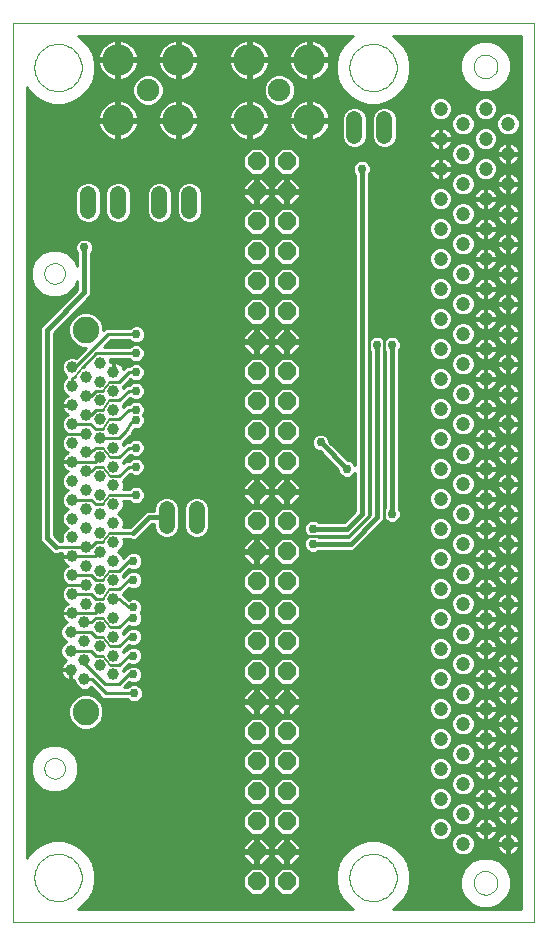
<source format=gtl>
G75*
G70*
%OFA0B0*%
%FSLAX24Y24*%
%IPPOS*%
%LPD*%
%AMOC8*
5,1,8,0,0,1.08239X$1,22.5*
%
%ADD10C,0.0000*%
%ADD11C,0.0540*%
%ADD12C,0.0750*%
%ADD13C,0.1050*%
%ADD14OC8,0.0600*%
%ADD15C,0.0396*%
%ADD16C,0.0886*%
%ADD17C,0.0472*%
%ADD18C,0.0100*%
%ADD19C,0.0050*%
%ADD20C,0.0297*%
%ADD21C,0.0160*%
D10*
X002483Y000325D02*
X002483Y030321D01*
X019853Y030321D01*
X019853Y000325D01*
X002483Y000325D01*
X003196Y001825D02*
X003198Y001881D01*
X003204Y001936D01*
X003214Y001990D01*
X003227Y002044D01*
X003245Y002097D01*
X003266Y002148D01*
X003290Y002198D01*
X003318Y002246D01*
X003350Y002292D01*
X003384Y002336D01*
X003422Y002377D01*
X003462Y002415D01*
X003505Y002450D01*
X003550Y002482D01*
X003598Y002511D01*
X003647Y002537D01*
X003698Y002559D01*
X003750Y002577D01*
X003804Y002591D01*
X003859Y002602D01*
X003914Y002609D01*
X003969Y002612D01*
X004025Y002611D01*
X004080Y002606D01*
X004135Y002597D01*
X004189Y002585D01*
X004242Y002568D01*
X004294Y002548D01*
X004344Y002524D01*
X004392Y002497D01*
X004439Y002467D01*
X004483Y002433D01*
X004525Y002396D01*
X004563Y002356D01*
X004600Y002314D01*
X004633Y002269D01*
X004662Y002223D01*
X004689Y002174D01*
X004711Y002123D01*
X004731Y002071D01*
X004746Y002017D01*
X004758Y001963D01*
X004766Y001908D01*
X004770Y001853D01*
X004770Y001797D01*
X004766Y001742D01*
X004758Y001687D01*
X004746Y001633D01*
X004731Y001579D01*
X004711Y001527D01*
X004689Y001476D01*
X004662Y001427D01*
X004633Y001381D01*
X004600Y001336D01*
X004563Y001294D01*
X004525Y001254D01*
X004483Y001217D01*
X004439Y001183D01*
X004392Y001153D01*
X004344Y001126D01*
X004294Y001102D01*
X004242Y001082D01*
X004189Y001065D01*
X004135Y001053D01*
X004080Y001044D01*
X004025Y001039D01*
X003969Y001038D01*
X003914Y001041D01*
X003859Y001048D01*
X003804Y001059D01*
X003750Y001073D01*
X003698Y001091D01*
X003647Y001113D01*
X003598Y001139D01*
X003550Y001168D01*
X003505Y001200D01*
X003462Y001235D01*
X003422Y001273D01*
X003384Y001314D01*
X003350Y001358D01*
X003318Y001404D01*
X003290Y001452D01*
X003266Y001502D01*
X003245Y001553D01*
X003227Y001606D01*
X003214Y001660D01*
X003204Y001714D01*
X003198Y001769D01*
X003196Y001825D01*
X003526Y005463D02*
X003528Y005500D01*
X003534Y005536D01*
X003543Y005571D01*
X003557Y005605D01*
X003574Y005638D01*
X003594Y005668D01*
X003617Y005696D01*
X003643Y005722D01*
X003672Y005744D01*
X003703Y005764D01*
X003736Y005780D01*
X003771Y005792D01*
X003806Y005801D01*
X003843Y005806D01*
X003879Y005807D01*
X003916Y005804D01*
X003952Y005797D01*
X003987Y005787D01*
X004020Y005772D01*
X004052Y005755D01*
X004082Y005734D01*
X004110Y005709D01*
X004135Y005683D01*
X004157Y005653D01*
X004175Y005622D01*
X004190Y005588D01*
X004202Y005554D01*
X004210Y005518D01*
X004214Y005481D01*
X004214Y005445D01*
X004210Y005408D01*
X004202Y005372D01*
X004190Y005338D01*
X004175Y005304D01*
X004157Y005273D01*
X004135Y005243D01*
X004110Y005217D01*
X004082Y005192D01*
X004052Y005171D01*
X004020Y005154D01*
X003987Y005139D01*
X003952Y005129D01*
X003916Y005122D01*
X003879Y005119D01*
X003843Y005120D01*
X003806Y005125D01*
X003771Y005134D01*
X003736Y005146D01*
X003703Y005162D01*
X003672Y005182D01*
X003643Y005204D01*
X003617Y005230D01*
X003594Y005258D01*
X003574Y005288D01*
X003557Y005321D01*
X003543Y005355D01*
X003534Y005390D01*
X003528Y005426D01*
X003526Y005463D01*
X013696Y001825D02*
X013698Y001881D01*
X013704Y001936D01*
X013714Y001990D01*
X013727Y002044D01*
X013745Y002097D01*
X013766Y002148D01*
X013790Y002198D01*
X013818Y002246D01*
X013850Y002292D01*
X013884Y002336D01*
X013922Y002377D01*
X013962Y002415D01*
X014005Y002450D01*
X014050Y002482D01*
X014098Y002511D01*
X014147Y002537D01*
X014198Y002559D01*
X014250Y002577D01*
X014304Y002591D01*
X014359Y002602D01*
X014414Y002609D01*
X014469Y002612D01*
X014525Y002611D01*
X014580Y002606D01*
X014635Y002597D01*
X014689Y002585D01*
X014742Y002568D01*
X014794Y002548D01*
X014844Y002524D01*
X014892Y002497D01*
X014939Y002467D01*
X014983Y002433D01*
X015025Y002396D01*
X015063Y002356D01*
X015100Y002314D01*
X015133Y002269D01*
X015162Y002223D01*
X015189Y002174D01*
X015211Y002123D01*
X015231Y002071D01*
X015246Y002017D01*
X015258Y001963D01*
X015266Y001908D01*
X015270Y001853D01*
X015270Y001797D01*
X015266Y001742D01*
X015258Y001687D01*
X015246Y001633D01*
X015231Y001579D01*
X015211Y001527D01*
X015189Y001476D01*
X015162Y001427D01*
X015133Y001381D01*
X015100Y001336D01*
X015063Y001294D01*
X015025Y001254D01*
X014983Y001217D01*
X014939Y001183D01*
X014892Y001153D01*
X014844Y001126D01*
X014794Y001102D01*
X014742Y001082D01*
X014689Y001065D01*
X014635Y001053D01*
X014580Y001044D01*
X014525Y001039D01*
X014469Y001038D01*
X014414Y001041D01*
X014359Y001048D01*
X014304Y001059D01*
X014250Y001073D01*
X014198Y001091D01*
X014147Y001113D01*
X014098Y001139D01*
X014050Y001168D01*
X014005Y001200D01*
X013962Y001235D01*
X013922Y001273D01*
X013884Y001314D01*
X013850Y001358D01*
X013818Y001404D01*
X013790Y001452D01*
X013766Y001502D01*
X013745Y001553D01*
X013727Y001606D01*
X013714Y001660D01*
X013704Y001714D01*
X013698Y001769D01*
X013696Y001825D01*
X017838Y001647D02*
X017840Y001686D01*
X017846Y001725D01*
X017856Y001763D01*
X017869Y001800D01*
X017886Y001835D01*
X017906Y001869D01*
X017930Y001900D01*
X017957Y001929D01*
X017986Y001955D01*
X018018Y001978D01*
X018052Y001998D01*
X018088Y002014D01*
X018125Y002026D01*
X018164Y002035D01*
X018203Y002040D01*
X018242Y002041D01*
X018281Y002038D01*
X018320Y002031D01*
X018357Y002020D01*
X018394Y002006D01*
X018429Y001988D01*
X018462Y001967D01*
X018493Y001942D01*
X018521Y001915D01*
X018546Y001885D01*
X018568Y001852D01*
X018587Y001818D01*
X018602Y001782D01*
X018614Y001744D01*
X018622Y001706D01*
X018626Y001667D01*
X018626Y001627D01*
X018622Y001588D01*
X018614Y001550D01*
X018602Y001512D01*
X018587Y001476D01*
X018568Y001442D01*
X018546Y001409D01*
X018521Y001379D01*
X018493Y001352D01*
X018462Y001327D01*
X018429Y001306D01*
X018394Y001288D01*
X018357Y001274D01*
X018320Y001263D01*
X018281Y001256D01*
X018242Y001253D01*
X018203Y001254D01*
X018164Y001259D01*
X018125Y001268D01*
X018088Y001280D01*
X018052Y001296D01*
X018018Y001316D01*
X017986Y001339D01*
X017957Y001365D01*
X017930Y001394D01*
X017906Y001425D01*
X017886Y001459D01*
X017869Y001494D01*
X017856Y001531D01*
X017846Y001569D01*
X017840Y001608D01*
X017838Y001647D01*
X003526Y021959D02*
X003528Y021996D01*
X003534Y022032D01*
X003543Y022067D01*
X003557Y022101D01*
X003574Y022134D01*
X003594Y022164D01*
X003617Y022192D01*
X003643Y022218D01*
X003672Y022240D01*
X003703Y022260D01*
X003736Y022276D01*
X003771Y022288D01*
X003806Y022297D01*
X003843Y022302D01*
X003879Y022303D01*
X003916Y022300D01*
X003952Y022293D01*
X003987Y022283D01*
X004020Y022268D01*
X004052Y022251D01*
X004082Y022230D01*
X004110Y022205D01*
X004135Y022179D01*
X004157Y022149D01*
X004175Y022118D01*
X004190Y022084D01*
X004202Y022050D01*
X004210Y022014D01*
X004214Y021977D01*
X004214Y021941D01*
X004210Y021904D01*
X004202Y021868D01*
X004190Y021834D01*
X004175Y021800D01*
X004157Y021769D01*
X004135Y021739D01*
X004110Y021713D01*
X004082Y021688D01*
X004052Y021667D01*
X004020Y021650D01*
X003987Y021635D01*
X003952Y021625D01*
X003916Y021618D01*
X003879Y021615D01*
X003843Y021616D01*
X003806Y021621D01*
X003771Y021630D01*
X003736Y021642D01*
X003703Y021658D01*
X003672Y021678D01*
X003643Y021700D01*
X003617Y021726D01*
X003594Y021754D01*
X003574Y021784D01*
X003557Y021817D01*
X003543Y021851D01*
X003534Y021886D01*
X003528Y021922D01*
X003526Y021959D01*
X003196Y028825D02*
X003198Y028881D01*
X003204Y028936D01*
X003214Y028990D01*
X003227Y029044D01*
X003245Y029097D01*
X003266Y029148D01*
X003290Y029198D01*
X003318Y029246D01*
X003350Y029292D01*
X003384Y029336D01*
X003422Y029377D01*
X003462Y029415D01*
X003505Y029450D01*
X003550Y029482D01*
X003598Y029511D01*
X003647Y029537D01*
X003698Y029559D01*
X003750Y029577D01*
X003804Y029591D01*
X003859Y029602D01*
X003914Y029609D01*
X003969Y029612D01*
X004025Y029611D01*
X004080Y029606D01*
X004135Y029597D01*
X004189Y029585D01*
X004242Y029568D01*
X004294Y029548D01*
X004344Y029524D01*
X004392Y029497D01*
X004439Y029467D01*
X004483Y029433D01*
X004525Y029396D01*
X004563Y029356D01*
X004600Y029314D01*
X004633Y029269D01*
X004662Y029223D01*
X004689Y029174D01*
X004711Y029123D01*
X004731Y029071D01*
X004746Y029017D01*
X004758Y028963D01*
X004766Y028908D01*
X004770Y028853D01*
X004770Y028797D01*
X004766Y028742D01*
X004758Y028687D01*
X004746Y028633D01*
X004731Y028579D01*
X004711Y028527D01*
X004689Y028476D01*
X004662Y028427D01*
X004633Y028381D01*
X004600Y028336D01*
X004563Y028294D01*
X004525Y028254D01*
X004483Y028217D01*
X004439Y028183D01*
X004392Y028153D01*
X004344Y028126D01*
X004294Y028102D01*
X004242Y028082D01*
X004189Y028065D01*
X004135Y028053D01*
X004080Y028044D01*
X004025Y028039D01*
X003969Y028038D01*
X003914Y028041D01*
X003859Y028048D01*
X003804Y028059D01*
X003750Y028073D01*
X003698Y028091D01*
X003647Y028113D01*
X003598Y028139D01*
X003550Y028168D01*
X003505Y028200D01*
X003462Y028235D01*
X003422Y028273D01*
X003384Y028314D01*
X003350Y028358D01*
X003318Y028404D01*
X003290Y028452D01*
X003266Y028502D01*
X003245Y028553D01*
X003227Y028606D01*
X003214Y028660D01*
X003204Y028714D01*
X003198Y028769D01*
X003196Y028825D01*
X013696Y028825D02*
X013698Y028881D01*
X013704Y028936D01*
X013714Y028990D01*
X013727Y029044D01*
X013745Y029097D01*
X013766Y029148D01*
X013790Y029198D01*
X013818Y029246D01*
X013850Y029292D01*
X013884Y029336D01*
X013922Y029377D01*
X013962Y029415D01*
X014005Y029450D01*
X014050Y029482D01*
X014098Y029511D01*
X014147Y029537D01*
X014198Y029559D01*
X014250Y029577D01*
X014304Y029591D01*
X014359Y029602D01*
X014414Y029609D01*
X014469Y029612D01*
X014525Y029611D01*
X014580Y029606D01*
X014635Y029597D01*
X014689Y029585D01*
X014742Y029568D01*
X014794Y029548D01*
X014844Y029524D01*
X014892Y029497D01*
X014939Y029467D01*
X014983Y029433D01*
X015025Y029396D01*
X015063Y029356D01*
X015100Y029314D01*
X015133Y029269D01*
X015162Y029223D01*
X015189Y029174D01*
X015211Y029123D01*
X015231Y029071D01*
X015246Y029017D01*
X015258Y028963D01*
X015266Y028908D01*
X015270Y028853D01*
X015270Y028797D01*
X015266Y028742D01*
X015258Y028687D01*
X015246Y028633D01*
X015231Y028579D01*
X015211Y028527D01*
X015189Y028476D01*
X015162Y028427D01*
X015133Y028381D01*
X015100Y028336D01*
X015063Y028294D01*
X015025Y028254D01*
X014983Y028217D01*
X014939Y028183D01*
X014892Y028153D01*
X014844Y028126D01*
X014794Y028102D01*
X014742Y028082D01*
X014689Y028065D01*
X014635Y028053D01*
X014580Y028044D01*
X014525Y028039D01*
X014469Y028038D01*
X014414Y028041D01*
X014359Y028048D01*
X014304Y028059D01*
X014250Y028073D01*
X014198Y028091D01*
X014147Y028113D01*
X014098Y028139D01*
X014050Y028168D01*
X014005Y028200D01*
X013962Y028235D01*
X013922Y028273D01*
X013884Y028314D01*
X013850Y028358D01*
X013818Y028404D01*
X013790Y028452D01*
X013766Y028502D01*
X013745Y028553D01*
X013727Y028606D01*
X013714Y028660D01*
X013704Y028714D01*
X013698Y028769D01*
X013696Y028825D01*
X017839Y028860D02*
X017841Y028899D01*
X017847Y028938D01*
X017857Y028976D01*
X017870Y029013D01*
X017887Y029048D01*
X017907Y029082D01*
X017931Y029113D01*
X017958Y029142D01*
X017987Y029168D01*
X018019Y029191D01*
X018053Y029211D01*
X018089Y029227D01*
X018126Y029239D01*
X018165Y029248D01*
X018204Y029253D01*
X018243Y029254D01*
X018282Y029251D01*
X018321Y029244D01*
X018358Y029233D01*
X018395Y029219D01*
X018430Y029201D01*
X018463Y029180D01*
X018494Y029155D01*
X018522Y029128D01*
X018547Y029098D01*
X018569Y029065D01*
X018588Y029031D01*
X018603Y028995D01*
X018615Y028957D01*
X018623Y028919D01*
X018627Y028880D01*
X018627Y028840D01*
X018623Y028801D01*
X018615Y028763D01*
X018603Y028725D01*
X018588Y028689D01*
X018569Y028655D01*
X018547Y028622D01*
X018522Y028592D01*
X018494Y028565D01*
X018463Y028540D01*
X018430Y028519D01*
X018395Y028501D01*
X018358Y028487D01*
X018321Y028476D01*
X018282Y028469D01*
X018243Y028466D01*
X018204Y028467D01*
X018165Y028472D01*
X018126Y028481D01*
X018089Y028493D01*
X018053Y028509D01*
X018019Y028529D01*
X017987Y028552D01*
X017958Y028578D01*
X017931Y028607D01*
X017907Y028638D01*
X017887Y028672D01*
X017870Y028707D01*
X017857Y028744D01*
X017847Y028782D01*
X017841Y028821D01*
X017839Y028860D01*
D11*
X014858Y027095D02*
X014858Y026555D01*
X013858Y026555D02*
X013858Y027095D01*
X008358Y024595D02*
X008358Y024055D01*
X007358Y024055D02*
X007358Y024595D01*
X005983Y024595D02*
X005983Y024055D01*
X004983Y024055D02*
X004983Y024595D01*
X007608Y014095D02*
X007608Y013555D01*
X008608Y013555D02*
X008608Y014095D01*
D12*
X006983Y028075D03*
X011358Y028075D03*
D13*
X012361Y029079D03*
X012361Y027071D03*
X010354Y027071D03*
X010354Y029079D03*
X007986Y029079D03*
X007986Y027071D03*
X005979Y027071D03*
X005979Y029079D03*
D14*
X010608Y025700D03*
X010608Y024700D03*
X010608Y023700D03*
X010608Y022700D03*
X010608Y021700D03*
X010608Y020700D03*
X010608Y019700D03*
X010608Y018700D03*
X010608Y017700D03*
X010608Y016700D03*
X010608Y015700D03*
X010608Y014700D03*
X010608Y013700D03*
X010608Y012700D03*
X010608Y011700D03*
X010608Y010700D03*
X010608Y009700D03*
X010608Y008700D03*
X010608Y007700D03*
X010608Y006700D03*
X010608Y005700D03*
X010608Y004700D03*
X010608Y003700D03*
X010608Y002700D03*
X010608Y001700D03*
X011608Y001700D03*
X011608Y002700D03*
X011608Y003700D03*
X011608Y004700D03*
X011608Y005700D03*
X011608Y006700D03*
X011608Y007700D03*
X011608Y008700D03*
X011608Y009700D03*
X011608Y010700D03*
X011608Y011700D03*
X011608Y012700D03*
X011608Y013700D03*
X011608Y014700D03*
X011608Y015700D03*
X011608Y016700D03*
X011608Y017700D03*
X011608Y018700D03*
X011608Y019700D03*
X011608Y020700D03*
X011608Y021700D03*
X011608Y022700D03*
X011608Y023700D03*
X011608Y024700D03*
X011608Y025700D03*
D15*
X005829Y018671D03*
X005376Y018356D03*
X004904Y018514D03*
X004451Y018829D03*
X004451Y018199D03*
X004904Y017884D03*
X005376Y017727D03*
X005829Y018042D03*
X005829Y017412D03*
X005376Y017097D03*
X004904Y017254D03*
X004451Y016939D03*
X004904Y016624D03*
X005376Y016467D03*
X005829Y016782D03*
X005829Y016152D03*
X005376Y015837D03*
X004904Y015994D03*
X004451Y015679D03*
X004904Y015364D03*
X005376Y015207D03*
X005829Y015522D03*
X005829Y014892D03*
X005376Y014577D03*
X004904Y014734D03*
X004451Y014419D03*
X004904Y014105D03*
X005376Y013947D03*
X005829Y013632D03*
X005376Y013317D03*
X004904Y013475D03*
X004451Y013790D03*
X004451Y013160D03*
X004904Y012845D03*
X005376Y012687D03*
X005829Y012372D03*
X005376Y012057D03*
X004904Y012215D03*
X004451Y012530D03*
X004451Y011900D03*
X004904Y011585D03*
X005376Y011427D03*
X005829Y011112D03*
X005376Y010797D03*
X004904Y010955D03*
X004451Y011270D03*
X004451Y010640D03*
X004864Y010325D03*
X005376Y010168D03*
X005829Y010482D03*
X005829Y009853D03*
X005376Y009538D03*
X004864Y009695D03*
X004412Y009380D03*
X004864Y009065D03*
X005376Y008908D03*
X005829Y009223D03*
X005829Y008593D03*
X004864Y008435D03*
X004412Y008750D03*
X004412Y010010D03*
X005829Y011742D03*
X005829Y013002D03*
X005829Y014262D03*
X004451Y015049D03*
X004451Y016309D03*
X004451Y017569D03*
X005376Y018986D03*
D16*
X004904Y020079D03*
X004904Y007343D03*
D17*
X016733Y007450D03*
X016733Y006450D03*
X017483Y005950D03*
X018233Y005450D03*
X018983Y004950D03*
X018233Y004450D03*
X018983Y003950D03*
X018233Y003450D03*
X018983Y002950D03*
X017483Y002950D03*
X017483Y003950D03*
X016733Y003450D03*
X016733Y004450D03*
X016733Y005450D03*
X017483Y004950D03*
X018233Y006450D03*
X018983Y005950D03*
X018983Y006950D03*
X018233Y007450D03*
X018983Y007950D03*
X018233Y008450D03*
X018983Y008950D03*
X018233Y009450D03*
X018983Y009950D03*
X018233Y010450D03*
X018983Y010950D03*
X018233Y011450D03*
X018983Y011950D03*
X018233Y012450D03*
X018983Y012950D03*
X018233Y013450D03*
X018983Y013950D03*
X018233Y014450D03*
X018983Y014950D03*
X018233Y015450D03*
X018983Y015950D03*
X018233Y016450D03*
X018983Y016950D03*
X018233Y017450D03*
X018983Y017950D03*
X018233Y018450D03*
X018983Y018950D03*
X018233Y019450D03*
X018983Y019950D03*
X018233Y020450D03*
X018983Y020950D03*
X018233Y021450D03*
X018983Y021950D03*
X018233Y022450D03*
X018983Y022950D03*
X018233Y023450D03*
X018983Y023950D03*
X018233Y024450D03*
X018983Y024950D03*
X018233Y025450D03*
X018983Y025950D03*
X018233Y026450D03*
X018983Y026950D03*
X018233Y027450D03*
X017483Y026950D03*
X016733Y026450D03*
X016733Y025450D03*
X017483Y024950D03*
X017483Y023950D03*
X017483Y022950D03*
X016733Y022450D03*
X016733Y021450D03*
X017483Y020950D03*
X017483Y019950D03*
X016733Y019450D03*
X016733Y018450D03*
X016733Y017450D03*
X017483Y016950D03*
X017483Y015950D03*
X016733Y015450D03*
X016733Y014450D03*
X017483Y013950D03*
X017483Y012950D03*
X017483Y011950D03*
X016733Y011450D03*
X016733Y010450D03*
X017483Y009950D03*
X017483Y008950D03*
X016733Y008450D03*
X016733Y009450D03*
X017483Y007950D03*
X017483Y006950D03*
X017483Y010950D03*
X016733Y012450D03*
X016733Y013450D03*
X017483Y014950D03*
X016733Y016450D03*
X017483Y017950D03*
X017483Y018950D03*
X016733Y020450D03*
X017483Y021950D03*
X016733Y023450D03*
X016733Y024450D03*
X017483Y025950D03*
X016733Y027450D03*
D18*
X016881Y027807D02*
X018084Y027807D01*
X018014Y027777D02*
X017905Y027669D01*
X017846Y027527D01*
X017846Y027373D01*
X017905Y027231D01*
X018014Y027123D01*
X018156Y027064D01*
X018309Y027064D01*
X018451Y027123D01*
X018560Y027231D01*
X018619Y027373D01*
X018619Y027527D01*
X018560Y027669D01*
X018451Y027777D01*
X018309Y027836D01*
X018156Y027836D01*
X018014Y027777D01*
X017944Y027708D02*
X017021Y027708D01*
X017060Y027669D02*
X016951Y027777D01*
X016809Y027836D01*
X016656Y027836D01*
X016514Y027777D01*
X016405Y027669D01*
X016346Y027527D01*
X016346Y027373D01*
X016405Y027231D01*
X016514Y027123D01*
X016656Y027064D01*
X016809Y027064D01*
X016951Y027123D01*
X017060Y027231D01*
X017119Y027373D01*
X017119Y027527D01*
X017060Y027669D01*
X017084Y027610D02*
X017881Y027610D01*
X017846Y027511D02*
X017119Y027511D01*
X017119Y027413D02*
X017846Y027413D01*
X017871Y027314D02*
X017613Y027314D01*
X017559Y027336D02*
X017406Y027336D01*
X017264Y027277D01*
X017155Y027169D01*
X017096Y027027D01*
X017096Y026873D01*
X017155Y026731D01*
X017264Y026623D01*
X017406Y026564D01*
X017559Y026564D01*
X017701Y026623D01*
X017810Y026731D01*
X017869Y026873D01*
X017869Y027027D01*
X017810Y027169D01*
X017701Y027277D01*
X017559Y027336D01*
X017352Y027314D02*
X017094Y027314D01*
X017044Y027216D02*
X017202Y027216D01*
X017134Y027117D02*
X016938Y027117D01*
X017096Y027019D02*
X015278Y027019D01*
X015278Y027117D02*
X016527Y027117D01*
X016421Y027216D02*
X015262Y027216D01*
X015278Y027179D02*
X015214Y027333D01*
X015095Y027451D01*
X014941Y027515D01*
X014774Y027515D01*
X014620Y027451D01*
X014501Y027333D01*
X014438Y027179D01*
X014438Y026471D01*
X014501Y026317D01*
X014620Y026199D01*
X014774Y026135D01*
X014941Y026135D01*
X015095Y026199D01*
X015214Y026317D01*
X015278Y026471D01*
X015278Y027179D01*
X015221Y027314D02*
X016371Y027314D01*
X016346Y027413D02*
X015134Y027413D01*
X014951Y027511D02*
X016346Y027511D01*
X016381Y027610D02*
X014727Y027610D01*
X014645Y027588D02*
X014960Y027672D01*
X015242Y027835D01*
X015473Y028065D01*
X015636Y028347D01*
X015720Y028662D01*
X015720Y028988D01*
X015636Y029303D01*
X015473Y029585D01*
X015242Y029815D01*
X015145Y029871D01*
X019403Y029871D01*
X019403Y000775D01*
X015139Y000775D01*
X015242Y000835D01*
X015473Y001065D01*
X015636Y001347D01*
X015720Y001662D01*
X015720Y001988D01*
X015636Y002303D01*
X015473Y002585D01*
X015242Y002815D01*
X014960Y002978D01*
X014645Y003062D01*
X014320Y003062D01*
X014005Y002978D01*
X013723Y002815D01*
X013492Y002585D01*
X013329Y002303D01*
X013245Y001988D01*
X013245Y001662D01*
X013329Y001347D01*
X013492Y001065D01*
X013723Y000835D01*
X013826Y000775D01*
X004639Y000775D01*
X004742Y000835D01*
X004973Y001065D01*
X005136Y001347D01*
X005220Y001662D01*
X005220Y001988D01*
X005136Y002303D01*
X004973Y002585D01*
X004742Y002815D01*
X004460Y002978D01*
X004145Y003062D01*
X003820Y003062D01*
X003505Y002978D01*
X003223Y002815D01*
X002992Y002585D01*
X002933Y002481D01*
X002933Y028169D01*
X002992Y028065D01*
X003223Y027835D01*
X003505Y027672D01*
X003820Y027588D01*
X004145Y027588D01*
X004460Y027672D01*
X004742Y027835D01*
X004973Y028065D01*
X005136Y028347D01*
X005220Y028662D01*
X005220Y028988D01*
X005136Y029303D01*
X004973Y029585D01*
X004742Y029815D01*
X004645Y029871D01*
X013820Y029871D01*
X013723Y029815D01*
X013492Y029585D01*
X013329Y029303D01*
X013245Y028988D01*
X013245Y028662D01*
X013329Y028347D01*
X013492Y028065D01*
X013723Y027835D01*
X014005Y027672D01*
X014320Y027588D01*
X014645Y027588D01*
X014764Y027511D02*
X013951Y027511D01*
X013941Y027515D02*
X013774Y027515D01*
X013620Y027451D01*
X013501Y027333D01*
X013438Y027179D01*
X013438Y026471D01*
X013501Y026317D01*
X013620Y026199D01*
X013774Y026135D01*
X013941Y026135D01*
X014095Y026199D01*
X014214Y026317D01*
X014278Y026471D01*
X014278Y027179D01*
X014214Y027333D01*
X014095Y027451D01*
X013941Y027515D01*
X013764Y027511D02*
X012875Y027511D01*
X012870Y027517D02*
X012807Y027580D01*
X012737Y027634D01*
X012661Y027678D01*
X012579Y027712D01*
X012493Y027735D01*
X012411Y027745D01*
X012411Y027121D01*
X012311Y027121D01*
X012311Y027021D01*
X011687Y027021D01*
X011698Y026939D01*
X011721Y026854D01*
X011755Y026772D01*
X011799Y026695D01*
X011853Y026625D01*
X011915Y026563D01*
X011986Y026509D01*
X012062Y026464D01*
X012144Y026431D01*
X012229Y026408D01*
X012311Y026397D01*
X012311Y027021D01*
X012411Y027021D01*
X012411Y026397D01*
X012493Y026408D01*
X012579Y026431D01*
X012661Y026464D01*
X012737Y026509D01*
X012807Y026563D01*
X012870Y026625D01*
X012924Y026695D01*
X012968Y026772D01*
X013002Y026854D01*
X013025Y026939D01*
X013036Y027021D01*
X012411Y027021D01*
X012411Y027121D01*
X013036Y027121D01*
X013025Y027203D01*
X013002Y027289D01*
X012968Y027370D01*
X012924Y027447D01*
X012870Y027517D01*
X012944Y027413D02*
X013581Y027413D01*
X013494Y027314D02*
X012991Y027314D01*
X013022Y027216D02*
X013453Y027216D01*
X013438Y027117D02*
X012411Y027117D01*
X012411Y027019D02*
X012311Y027019D01*
X012311Y027117D02*
X010404Y027117D01*
X010404Y027121D02*
X011028Y027121D01*
X011017Y027203D01*
X010994Y027289D01*
X010960Y027370D01*
X010916Y027447D01*
X010862Y027517D01*
X010800Y027580D01*
X010729Y027634D01*
X010653Y027678D01*
X010571Y027712D01*
X010486Y027735D01*
X010404Y027745D01*
X010404Y027121D01*
X010404Y027021D01*
X011028Y027021D01*
X011017Y026939D01*
X010994Y026854D01*
X010960Y026772D01*
X010916Y026695D01*
X010862Y026625D01*
X010800Y026563D01*
X010729Y026509D01*
X010653Y026464D01*
X010571Y026431D01*
X010486Y026408D01*
X010404Y026397D01*
X010404Y027021D01*
X010304Y027021D01*
X010304Y026397D01*
X010222Y026408D01*
X010136Y026431D01*
X010054Y026464D01*
X009978Y026509D01*
X009908Y026563D01*
X009845Y026625D01*
X009791Y026695D01*
X009747Y026772D01*
X009713Y026854D01*
X009690Y026939D01*
X009679Y027021D01*
X010304Y027021D01*
X010304Y027121D01*
X010304Y027745D01*
X010222Y027735D01*
X010136Y027712D01*
X010054Y027678D01*
X009978Y027634D01*
X009908Y027580D01*
X009845Y027517D01*
X009791Y027447D01*
X009747Y027370D01*
X009713Y027289D01*
X009690Y027203D01*
X009679Y027121D01*
X010304Y027121D01*
X010404Y027121D01*
X010404Y027216D02*
X010304Y027216D01*
X010304Y027314D02*
X010404Y027314D01*
X010404Y027413D02*
X010304Y027413D01*
X010304Y027511D02*
X010404Y027511D01*
X010404Y027610D02*
X010304Y027610D01*
X010304Y027708D02*
X010404Y027708D01*
X010580Y027708D02*
X010982Y027708D01*
X010912Y027778D02*
X011060Y027630D01*
X011253Y027550D01*
X011462Y027550D01*
X011655Y027630D01*
X011803Y027778D01*
X011883Y027971D01*
X011883Y028179D01*
X011803Y028372D01*
X011655Y028520D01*
X011462Y028600D01*
X011253Y028600D01*
X011060Y028520D01*
X010912Y028372D01*
X010833Y028179D01*
X010833Y027971D01*
X010912Y027778D01*
X010900Y027807D02*
X007440Y027807D01*
X007428Y027778D02*
X007508Y027971D01*
X007508Y028179D01*
X007428Y028372D01*
X007280Y028520D01*
X007087Y028600D01*
X006878Y028600D01*
X006685Y028520D01*
X006537Y028372D01*
X006458Y028179D01*
X006458Y027971D01*
X006537Y027778D01*
X006685Y027630D01*
X006878Y027550D01*
X007087Y027550D01*
X007280Y027630D01*
X007428Y027778D01*
X007358Y027708D02*
X007760Y027708D01*
X007769Y027712D02*
X007687Y027678D01*
X007611Y027634D01*
X007540Y027580D01*
X007478Y027517D01*
X007424Y027447D01*
X007380Y027370D01*
X007346Y027289D01*
X007323Y027203D01*
X007312Y027121D01*
X007936Y027121D01*
X007936Y027021D01*
X007312Y027021D01*
X007323Y026939D01*
X007346Y026854D01*
X007380Y026772D01*
X007424Y026695D01*
X007478Y026625D01*
X007540Y026563D01*
X007611Y026509D01*
X007687Y026464D01*
X007769Y026431D01*
X007854Y026408D01*
X007936Y026397D01*
X007936Y027021D01*
X008036Y027021D01*
X008036Y026397D01*
X008118Y026408D01*
X008204Y026431D01*
X008286Y026464D01*
X008362Y026509D01*
X008432Y026563D01*
X008495Y026625D01*
X008549Y026695D01*
X008593Y026772D01*
X008627Y026854D01*
X008650Y026939D01*
X008661Y027021D01*
X008036Y027021D01*
X008036Y027121D01*
X007936Y027121D01*
X007936Y027745D01*
X007854Y027735D01*
X007769Y027712D01*
X007936Y027708D02*
X008036Y027708D01*
X008036Y027745D02*
X008118Y027735D01*
X008204Y027712D01*
X008286Y027678D01*
X008362Y027634D01*
X008432Y027580D01*
X008495Y027517D01*
X008549Y027447D01*
X008593Y027370D01*
X008627Y027289D01*
X008650Y027203D01*
X008661Y027121D01*
X008036Y027121D01*
X008036Y027745D01*
X008036Y027610D02*
X007936Y027610D01*
X007936Y027511D02*
X008036Y027511D01*
X008036Y027413D02*
X007936Y027413D01*
X007936Y027314D02*
X008036Y027314D01*
X008036Y027216D02*
X007936Y027216D01*
X007936Y027117D02*
X006029Y027117D01*
X006029Y027121D02*
X006653Y027121D01*
X006642Y027203D01*
X006619Y027289D01*
X006585Y027370D01*
X006541Y027447D01*
X006487Y027517D01*
X006425Y027580D01*
X006354Y027634D01*
X006278Y027678D01*
X006196Y027712D01*
X006111Y027735D01*
X006029Y027745D01*
X006029Y027121D01*
X006029Y027021D01*
X006653Y027021D01*
X006642Y026939D01*
X006619Y026854D01*
X006585Y026772D01*
X006541Y026695D01*
X006487Y026625D01*
X006425Y026563D01*
X006354Y026509D01*
X006278Y026464D01*
X006196Y026431D01*
X006111Y026408D01*
X006029Y026397D01*
X006029Y027021D01*
X005929Y027021D01*
X005929Y026397D01*
X005847Y026408D01*
X005761Y026431D01*
X005679Y026464D01*
X005603Y026509D01*
X005533Y026563D01*
X005470Y026625D01*
X005416Y026695D01*
X005372Y026772D01*
X005338Y026854D01*
X005315Y026939D01*
X005304Y027021D01*
X005929Y027021D01*
X005929Y027121D01*
X005929Y027745D01*
X005847Y027735D01*
X005761Y027712D01*
X005679Y027678D01*
X005603Y027634D01*
X005533Y027580D01*
X005470Y027517D01*
X005416Y027447D01*
X005372Y027370D01*
X005338Y027289D01*
X005315Y027203D01*
X005304Y027121D01*
X005929Y027121D01*
X006029Y027121D01*
X006029Y027216D02*
X005929Y027216D01*
X005929Y027314D02*
X006029Y027314D01*
X006029Y027413D02*
X005929Y027413D01*
X005929Y027511D02*
X006029Y027511D01*
X006029Y027610D02*
X005929Y027610D01*
X005929Y027708D02*
X006029Y027708D01*
X006205Y027708D02*
X006607Y027708D01*
X006525Y027807D02*
X004693Y027807D01*
X004813Y027905D02*
X006485Y027905D01*
X006458Y028004D02*
X004911Y028004D01*
X004994Y028102D02*
X006458Y028102D01*
X006466Y028201D02*
X005051Y028201D01*
X005108Y028299D02*
X006507Y028299D01*
X006563Y028398D02*
X005149Y028398D01*
X005175Y028496D02*
X005638Y028496D01*
X005603Y028516D02*
X005679Y028472D01*
X005761Y028438D01*
X005847Y028415D01*
X005929Y028405D01*
X005929Y029029D01*
X006029Y029029D01*
X006029Y029129D01*
X006653Y029129D01*
X006642Y029211D01*
X006619Y029296D01*
X006585Y029378D01*
X006541Y029455D01*
X006487Y029525D01*
X006425Y029587D01*
X006354Y029641D01*
X006278Y029686D01*
X006196Y029719D01*
X006111Y029742D01*
X006029Y029753D01*
X006029Y029129D01*
X005929Y029129D01*
X005929Y029753D01*
X005847Y029742D01*
X005761Y029719D01*
X005679Y029686D01*
X005603Y029641D01*
X005533Y029587D01*
X005470Y029525D01*
X005416Y029455D01*
X005372Y029378D01*
X005338Y029296D01*
X005315Y029211D01*
X005304Y029129D01*
X005929Y029129D01*
X005929Y029029D01*
X005304Y029029D01*
X005315Y028947D01*
X005338Y028861D01*
X005372Y028780D01*
X005416Y028703D01*
X005470Y028633D01*
X005533Y028570D01*
X005603Y028516D01*
X005508Y028595D02*
X005202Y028595D01*
X005220Y028693D02*
X005424Y028693D01*
X005367Y028792D02*
X005220Y028792D01*
X005220Y028890D02*
X005330Y028890D01*
X005310Y028989D02*
X005220Y028989D01*
X005193Y029087D02*
X005929Y029087D01*
X005929Y028989D02*
X006029Y028989D01*
X006029Y029029D02*
X006029Y028405D01*
X006111Y028415D01*
X006196Y028438D01*
X006278Y028472D01*
X006354Y028516D01*
X006425Y028570D01*
X006487Y028633D01*
X006541Y028703D01*
X006585Y028780D01*
X006619Y028861D01*
X006642Y028947D01*
X006653Y029029D01*
X006029Y029029D01*
X006029Y029087D02*
X007936Y029087D01*
X007936Y029129D02*
X007936Y029029D01*
X007312Y029029D01*
X007323Y028947D01*
X007346Y028861D01*
X007380Y028780D01*
X007424Y028703D01*
X007478Y028633D01*
X007540Y028570D01*
X007611Y028516D01*
X007687Y028472D01*
X007769Y028438D01*
X007854Y028415D01*
X007936Y028405D01*
X007936Y029029D01*
X008036Y029029D01*
X008036Y028405D01*
X008118Y028415D01*
X008204Y028438D01*
X008286Y028472D01*
X008362Y028516D01*
X008432Y028570D01*
X008495Y028633D01*
X008549Y028703D01*
X008593Y028780D01*
X008627Y028861D01*
X008650Y028947D01*
X008661Y029029D01*
X008036Y029029D01*
X008036Y029129D01*
X007936Y029129D01*
X007312Y029129D01*
X007323Y029211D01*
X007346Y029296D01*
X007380Y029378D01*
X007424Y029455D01*
X007478Y029525D01*
X007540Y029587D01*
X007611Y029641D01*
X007687Y029686D01*
X007769Y029719D01*
X007854Y029742D01*
X007936Y029753D01*
X007936Y029129D01*
X007936Y029186D02*
X008036Y029186D01*
X008036Y029129D02*
X008036Y029753D01*
X008118Y029742D01*
X008204Y029719D01*
X008286Y029686D01*
X008362Y029641D01*
X008432Y029587D01*
X008495Y029525D01*
X008549Y029455D01*
X008593Y029378D01*
X008627Y029296D01*
X008650Y029211D01*
X008661Y029129D01*
X008036Y029129D01*
X008036Y029087D02*
X010304Y029087D01*
X010304Y029129D02*
X010304Y029029D01*
X010404Y029029D01*
X010404Y029129D01*
X011028Y029129D01*
X011017Y029211D01*
X010994Y029296D01*
X010960Y029378D01*
X010916Y029455D01*
X010862Y029525D01*
X010800Y029587D01*
X010729Y029641D01*
X010653Y029686D01*
X010571Y029719D01*
X010486Y029742D01*
X010404Y029753D01*
X010404Y029129D01*
X010304Y029129D01*
X010304Y029753D01*
X010222Y029742D01*
X010136Y029719D01*
X010054Y029686D01*
X009978Y029641D01*
X009908Y029587D01*
X009845Y029525D01*
X009791Y029455D01*
X009747Y029378D01*
X009713Y029296D01*
X009690Y029211D01*
X009679Y029129D01*
X010304Y029129D01*
X010304Y029186D02*
X010404Y029186D01*
X010404Y029284D02*
X010304Y029284D01*
X010304Y029383D02*
X010404Y029383D01*
X010404Y029481D02*
X010304Y029481D01*
X010304Y029580D02*
X010404Y029580D01*
X010404Y029678D02*
X010304Y029678D01*
X010041Y029678D02*
X008299Y029678D01*
X008440Y029580D02*
X009900Y029580D01*
X009811Y029481D02*
X008529Y029481D01*
X008591Y029383D02*
X009750Y029383D01*
X009710Y029284D02*
X008630Y029284D01*
X008653Y029186D02*
X009687Y029186D01*
X009679Y029029D02*
X009690Y028947D01*
X009713Y028861D01*
X009747Y028780D01*
X009791Y028703D01*
X009845Y028633D01*
X009908Y028570D01*
X009978Y028516D01*
X010054Y028472D01*
X010136Y028438D01*
X010222Y028415D01*
X010304Y028405D01*
X010304Y029029D01*
X009679Y029029D01*
X009685Y028989D02*
X008655Y028989D01*
X008635Y028890D02*
X009705Y028890D01*
X009742Y028792D02*
X008598Y028792D01*
X008541Y028693D02*
X009799Y028693D01*
X009883Y028595D02*
X008457Y028595D01*
X008327Y028496D02*
X010013Y028496D01*
X010304Y028496D02*
X010404Y028496D01*
X010404Y028405D02*
X010486Y028415D01*
X010571Y028438D01*
X010653Y028472D01*
X010729Y028516D01*
X010800Y028570D01*
X010862Y028633D01*
X010916Y028703D01*
X010960Y028780D01*
X010994Y028861D01*
X011017Y028947D01*
X011028Y029029D01*
X010404Y029029D01*
X010404Y028405D01*
X010404Y028595D02*
X010304Y028595D01*
X010304Y028693D02*
X010404Y028693D01*
X010404Y028792D02*
X010304Y028792D01*
X010304Y028890D02*
X010404Y028890D01*
X010404Y028989D02*
X010304Y028989D01*
X010404Y029087D02*
X012311Y029087D01*
X012311Y029129D02*
X012311Y029029D01*
X011687Y029029D01*
X011698Y028947D01*
X011721Y028861D01*
X011755Y028780D01*
X011799Y028703D01*
X011853Y028633D01*
X011915Y028570D01*
X011986Y028516D01*
X012062Y028472D01*
X012144Y028438D01*
X012229Y028415D01*
X012311Y028405D01*
X012311Y029029D01*
X012411Y029029D01*
X012411Y028405D01*
X012493Y028415D01*
X012579Y028438D01*
X012661Y028472D01*
X012737Y028516D01*
X012807Y028570D01*
X012870Y028633D01*
X012924Y028703D01*
X012968Y028780D01*
X013002Y028861D01*
X013025Y028947D01*
X013036Y029029D01*
X012411Y029029D01*
X012411Y029129D01*
X012311Y029129D01*
X011687Y029129D01*
X011698Y029211D01*
X011721Y029296D01*
X011755Y029378D01*
X011799Y029455D01*
X011853Y029525D01*
X011915Y029587D01*
X011986Y029641D01*
X012062Y029686D01*
X012144Y029719D01*
X012229Y029742D01*
X012311Y029753D01*
X012311Y029129D01*
X012311Y029186D02*
X012411Y029186D01*
X012411Y029129D02*
X012411Y029753D01*
X012493Y029742D01*
X012579Y029719D01*
X012661Y029686D01*
X012737Y029641D01*
X012807Y029587D01*
X012870Y029525D01*
X012924Y029455D01*
X012968Y029378D01*
X013002Y029296D01*
X013025Y029211D01*
X013036Y029129D01*
X012411Y029129D01*
X012411Y029087D02*
X013272Y029087D01*
X013298Y029186D02*
X013028Y029186D01*
X013005Y029284D02*
X013324Y029284D01*
X013376Y029383D02*
X012966Y029383D01*
X012904Y029481D02*
X013432Y029481D01*
X013489Y029580D02*
X012815Y029580D01*
X012674Y029678D02*
X013586Y029678D01*
X013684Y029777D02*
X004781Y029777D01*
X004879Y029678D02*
X005666Y029678D01*
X005525Y029580D02*
X004976Y029580D01*
X005033Y029481D02*
X005436Y029481D01*
X005375Y029383D02*
X005089Y029383D01*
X005141Y029284D02*
X005335Y029284D01*
X005312Y029186D02*
X005167Y029186D01*
X005929Y029186D02*
X006029Y029186D01*
X006029Y029284D02*
X005929Y029284D01*
X005929Y029383D02*
X006029Y029383D01*
X006029Y029481D02*
X005929Y029481D01*
X005929Y029580D02*
X006029Y029580D01*
X006029Y029678D02*
X005929Y029678D01*
X006291Y029678D02*
X007674Y029678D01*
X007532Y029580D02*
X006433Y029580D01*
X006521Y029481D02*
X007444Y029481D01*
X007382Y029383D02*
X006583Y029383D01*
X006622Y029284D02*
X007343Y029284D01*
X007320Y029186D02*
X006645Y029186D01*
X006648Y028989D02*
X007317Y028989D01*
X007338Y028890D02*
X006627Y028890D01*
X006590Y028792D02*
X007375Y028792D01*
X007432Y028693D02*
X006533Y028693D01*
X006449Y028595D02*
X006865Y028595D01*
X006661Y028496D02*
X006319Y028496D01*
X006029Y028496D02*
X005929Y028496D01*
X005929Y028595D02*
X006029Y028595D01*
X006029Y028693D02*
X005929Y028693D01*
X005929Y028792D02*
X006029Y028792D01*
X006029Y028890D02*
X005929Y028890D01*
X005753Y027708D02*
X004523Y027708D01*
X004227Y027610D02*
X005572Y027610D01*
X005465Y027511D02*
X002933Y027511D01*
X002933Y027413D02*
X005396Y027413D01*
X005349Y027314D02*
X002933Y027314D01*
X002933Y027216D02*
X005319Y027216D01*
X005305Y027019D02*
X002933Y027019D01*
X002933Y027117D02*
X005929Y027117D01*
X005929Y027019D02*
X006029Y027019D01*
X006029Y026920D02*
X005929Y026920D01*
X005929Y026822D02*
X006029Y026822D01*
X006029Y026723D02*
X005929Y026723D01*
X005929Y026625D02*
X006029Y026625D01*
X006029Y026526D02*
X005929Y026526D01*
X005929Y026428D02*
X006029Y026428D01*
X006185Y026428D02*
X007780Y026428D01*
X007936Y026428D02*
X008036Y026428D01*
X008036Y026526D02*
X007936Y026526D01*
X007936Y026625D02*
X008036Y026625D01*
X008036Y026723D02*
X007936Y026723D01*
X007936Y026822D02*
X008036Y026822D01*
X008036Y026920D02*
X007936Y026920D01*
X007936Y027019D02*
X008036Y027019D01*
X008036Y027117D02*
X010304Y027117D01*
X010304Y027019D02*
X010404Y027019D01*
X010404Y026920D02*
X010304Y026920D01*
X010304Y026822D02*
X010404Y026822D01*
X010404Y026723D02*
X010304Y026723D01*
X010304Y026625D02*
X010404Y026625D01*
X010404Y026526D02*
X010304Y026526D01*
X010304Y026428D02*
X010404Y026428D01*
X010560Y026428D02*
X012155Y026428D01*
X012311Y026428D02*
X012411Y026428D01*
X012411Y026526D02*
X012311Y026526D01*
X012311Y026625D02*
X012411Y026625D01*
X012411Y026723D02*
X012311Y026723D01*
X012311Y026822D02*
X012411Y026822D01*
X012411Y026920D02*
X012311Y026920D01*
X012311Y027121D02*
X011687Y027121D01*
X011698Y027203D01*
X011721Y027289D01*
X011755Y027370D01*
X011799Y027447D01*
X011853Y027517D01*
X011915Y027580D01*
X011986Y027634D01*
X012062Y027678D01*
X012144Y027712D01*
X012229Y027735D01*
X012311Y027745D01*
X012311Y027121D01*
X012311Y027216D02*
X012411Y027216D01*
X012411Y027314D02*
X012311Y027314D01*
X012311Y027413D02*
X012411Y027413D01*
X012411Y027511D02*
X012311Y027511D01*
X012311Y027610D02*
X012411Y027610D01*
X012411Y027708D02*
X012311Y027708D01*
X012135Y027708D02*
X011733Y027708D01*
X011815Y027807D02*
X013772Y027807D01*
X013652Y027905D02*
X011855Y027905D01*
X011883Y028004D02*
X013554Y028004D01*
X013471Y028102D02*
X011883Y028102D01*
X011874Y028201D02*
X013414Y028201D01*
X013357Y028299D02*
X011833Y028299D01*
X011777Y028398D02*
X013316Y028398D01*
X013290Y028496D02*
X012702Y028496D01*
X012832Y028595D02*
X013263Y028595D01*
X013245Y028693D02*
X012916Y028693D01*
X012973Y028792D02*
X013245Y028792D01*
X013245Y028890D02*
X013010Y028890D01*
X013030Y028989D02*
X013245Y028989D01*
X012411Y028989D02*
X012311Y028989D01*
X012311Y028890D02*
X012411Y028890D01*
X012411Y028792D02*
X012311Y028792D01*
X012311Y028693D02*
X012411Y028693D01*
X012411Y028595D02*
X012311Y028595D01*
X012311Y028496D02*
X012411Y028496D01*
X012021Y028496D02*
X011679Y028496D01*
X011475Y028595D02*
X011891Y028595D01*
X011807Y028693D02*
X010908Y028693D01*
X010965Y028792D02*
X011750Y028792D01*
X011713Y028890D02*
X011002Y028890D01*
X011023Y028989D02*
X011692Y028989D01*
X011695Y029186D02*
X011020Y029186D01*
X010997Y029284D02*
X011718Y029284D01*
X011757Y029383D02*
X010958Y029383D01*
X010896Y029481D02*
X011819Y029481D01*
X011907Y029580D02*
X010808Y029580D01*
X010666Y029678D02*
X012049Y029678D01*
X012311Y029678D02*
X012411Y029678D01*
X012411Y029580D02*
X012311Y029580D01*
X012311Y029481D02*
X012411Y029481D01*
X012411Y029383D02*
X012311Y029383D01*
X012311Y029284D02*
X012411Y029284D01*
X011240Y028595D02*
X010824Y028595D01*
X010694Y028496D02*
X011036Y028496D01*
X010938Y028398D02*
X007402Y028398D01*
X007458Y028299D02*
X010882Y028299D01*
X010841Y028201D02*
X007499Y028201D01*
X007508Y028102D02*
X010833Y028102D01*
X010833Y028004D02*
X007508Y028004D01*
X007480Y027905D02*
X010860Y027905D01*
X010761Y027610D02*
X011109Y027610D01*
X010867Y027511D02*
X011848Y027511D01*
X011779Y027413D02*
X010936Y027413D01*
X010984Y027314D02*
X011731Y027314D01*
X011701Y027216D02*
X011014Y027216D01*
X011028Y027019D02*
X011688Y027019D01*
X011703Y026920D02*
X011012Y026920D01*
X010981Y026822D02*
X011734Y026822D01*
X011783Y026723D02*
X010932Y026723D01*
X010862Y026625D02*
X011853Y026625D01*
X011963Y026526D02*
X010752Y026526D01*
X010794Y026150D02*
X010421Y026150D01*
X010158Y025886D01*
X010158Y025514D01*
X010421Y025250D01*
X010794Y025250D01*
X011058Y025514D01*
X011058Y025886D01*
X010794Y026150D01*
X010812Y026132D02*
X011403Y026132D01*
X011421Y026150D02*
X011158Y025886D01*
X011158Y025514D01*
X011421Y025250D01*
X011794Y025250D01*
X012058Y025514D01*
X012058Y025886D01*
X011794Y026150D01*
X011421Y026150D01*
X011305Y026034D02*
X010910Y026034D01*
X011009Y025935D02*
X011206Y025935D01*
X011158Y025837D02*
X011058Y025837D01*
X011058Y025738D02*
X011158Y025738D01*
X011158Y025640D02*
X011058Y025640D01*
X011058Y025541D02*
X011158Y025541D01*
X011229Y025443D02*
X010986Y025443D01*
X010888Y025344D02*
X011327Y025344D01*
X011421Y025150D02*
X011158Y024886D01*
X011158Y024750D01*
X011558Y024750D01*
X011558Y025150D01*
X011421Y025150D01*
X011418Y025147D02*
X010797Y025147D01*
X010794Y025150D02*
X010658Y025150D01*
X010658Y024750D01*
X011058Y024750D01*
X011058Y024886D01*
X010794Y025150D01*
X010658Y025147D02*
X010558Y025147D01*
X010558Y025150D02*
X010421Y025150D01*
X010158Y024886D01*
X010158Y024750D01*
X010558Y024750D01*
X010558Y025150D01*
X010558Y025049D02*
X010658Y025049D01*
X010658Y024950D02*
X010558Y024950D01*
X010558Y024852D02*
X010658Y024852D01*
X010658Y024753D02*
X010558Y024753D01*
X010558Y024750D02*
X010658Y024750D01*
X010658Y024650D01*
X011058Y024650D01*
X011058Y024514D01*
X010794Y024250D01*
X010658Y024250D01*
X010658Y024650D01*
X010558Y024650D01*
X010558Y024250D01*
X010421Y024250D01*
X010158Y024514D01*
X010158Y024650D01*
X010558Y024650D01*
X010558Y024750D01*
X010558Y024655D02*
X008778Y024655D01*
X008778Y024679D02*
X008714Y024833D01*
X008595Y024951D01*
X008441Y025015D01*
X008274Y025015D01*
X008120Y024951D01*
X008001Y024833D01*
X007938Y024679D01*
X007938Y023971D01*
X008001Y023817D01*
X008120Y023699D01*
X008274Y023635D01*
X008441Y023635D01*
X008595Y023699D01*
X008714Y023817D01*
X008778Y023971D01*
X008778Y024679D01*
X008747Y024753D02*
X010158Y024753D01*
X010158Y024852D02*
X008695Y024852D01*
X008596Y024950D02*
X010221Y024950D01*
X010320Y025049D02*
X002933Y025049D01*
X002933Y025147D02*
X010418Y025147D01*
X010327Y025344D02*
X002933Y025344D01*
X002933Y025246D02*
X013878Y025246D01*
X013878Y025258D02*
X013878Y015578D01*
X013861Y015619D01*
X013777Y015703D01*
X013667Y015748D01*
X013634Y015748D01*
X013031Y016352D01*
X013031Y016384D01*
X012986Y016494D01*
X012902Y016578D01*
X012792Y016623D01*
X012673Y016623D01*
X012563Y016578D01*
X012058Y016578D01*
X012058Y016514D02*
X011794Y016250D01*
X011421Y016250D01*
X011158Y016514D01*
X011158Y016886D01*
X011421Y017150D01*
X011794Y017150D01*
X012058Y016886D01*
X012058Y016514D01*
X012023Y016479D02*
X012473Y016479D01*
X012480Y016494D02*
X012434Y016384D01*
X012434Y016266D01*
X012480Y016156D01*
X012563Y016072D01*
X012673Y016027D01*
X012706Y016027D01*
X013309Y015423D01*
X013309Y015391D01*
X013355Y015281D01*
X013438Y015197D01*
X013548Y015152D01*
X013667Y015152D01*
X013777Y015197D01*
X013861Y015281D01*
X013878Y015322D01*
X013878Y014045D01*
X013512Y013680D01*
X012675Y013680D01*
X012652Y013703D01*
X012542Y013748D01*
X012423Y013748D01*
X012313Y013703D01*
X012230Y013619D01*
X012184Y013509D01*
X012184Y013391D01*
X012230Y013281D01*
X012310Y013200D01*
X012230Y013119D01*
X012184Y013009D01*
X012184Y012891D01*
X012230Y012781D01*
X012313Y012697D01*
X012423Y012652D01*
X012542Y012652D01*
X012652Y012697D01*
X012675Y012720D01*
X013828Y012720D01*
X014838Y013730D01*
X014838Y013822D01*
X014855Y013781D01*
X014938Y013697D01*
X015048Y013652D01*
X015167Y013652D01*
X015277Y013697D01*
X015361Y013781D01*
X015406Y013891D01*
X015406Y014009D01*
X015361Y014119D01*
X015338Y014142D01*
X015338Y019383D01*
X015361Y019406D01*
X015406Y019516D01*
X015406Y019634D01*
X015361Y019744D01*
X015277Y019828D01*
X015167Y019873D01*
X015048Y019873D01*
X014938Y019828D01*
X014858Y019747D01*
X014777Y019828D01*
X014667Y019873D01*
X014548Y019873D01*
X014438Y019828D01*
X014355Y019744D01*
X014338Y019703D01*
X014338Y025258D01*
X014361Y025281D01*
X014406Y025391D01*
X014406Y025509D01*
X014361Y025619D01*
X014277Y025703D01*
X014167Y025748D01*
X014048Y025748D01*
X013938Y025703D01*
X013855Y025619D01*
X013809Y025509D01*
X013809Y025391D01*
X013855Y025281D01*
X013878Y025258D01*
X013828Y025344D02*
X011888Y025344D01*
X011986Y025443D02*
X013809Y025443D01*
X013822Y025541D02*
X012058Y025541D01*
X012058Y025640D02*
X013875Y025640D01*
X014023Y025738D02*
X012058Y025738D01*
X012058Y025837D02*
X017111Y025837D01*
X017096Y025873D02*
X017155Y025731D01*
X017264Y025623D01*
X017406Y025564D01*
X017559Y025564D01*
X017701Y025623D01*
X017810Y025731D01*
X017869Y025873D01*
X017869Y026027D01*
X017810Y026169D01*
X017701Y026277D01*
X017559Y026336D01*
X017406Y026336D01*
X017264Y026277D01*
X017155Y026169D01*
X017096Y026027D01*
X017096Y025873D01*
X017096Y025935D02*
X012009Y025935D01*
X011910Y026034D02*
X017099Y026034D01*
X017140Y026132D02*
X016952Y026132D01*
X016979Y026150D02*
X016915Y026108D01*
X016845Y026079D01*
X016771Y026064D01*
X016761Y026064D01*
X016761Y026421D01*
X016704Y026421D01*
X016704Y026064D01*
X016694Y026064D01*
X016620Y026079D01*
X016550Y026108D01*
X016486Y026150D01*
X016433Y026204D01*
X016390Y026267D01*
X016361Y026337D01*
X016346Y026412D01*
X016346Y026421D01*
X016704Y026421D01*
X016704Y026479D01*
X016704Y026836D01*
X016694Y026836D01*
X016620Y026821D01*
X016550Y026792D01*
X016486Y026750D01*
X016433Y026696D01*
X016390Y026633D01*
X016361Y026563D01*
X016346Y026488D01*
X016346Y026479D01*
X016704Y026479D01*
X016761Y026479D01*
X016761Y026836D01*
X016771Y026836D01*
X016845Y026821D01*
X016915Y026792D01*
X016979Y026750D01*
X017033Y026696D01*
X017075Y026633D01*
X017104Y026563D01*
X017119Y026488D01*
X017119Y026479D01*
X016761Y026479D01*
X016761Y026421D01*
X017119Y026421D01*
X017119Y026412D01*
X017104Y026337D01*
X017075Y026267D01*
X017033Y026204D01*
X016979Y026150D01*
X017050Y026231D02*
X017217Y026231D01*
X017100Y026329D02*
X017388Y026329D01*
X017577Y026329D02*
X017865Y026329D01*
X017846Y026373D02*
X017905Y026231D01*
X018014Y026123D01*
X018156Y026064D01*
X018309Y026064D01*
X018451Y026123D01*
X018560Y026231D01*
X018619Y026373D01*
X018619Y026527D01*
X018560Y026669D01*
X018451Y026777D01*
X018309Y026836D01*
X018156Y026836D01*
X018014Y026777D01*
X017905Y026669D01*
X017846Y026527D01*
X017846Y026373D01*
X017846Y026428D02*
X016761Y026428D01*
X016704Y026428D02*
X015259Y026428D01*
X015278Y026526D02*
X016354Y026526D01*
X016387Y026625D02*
X015278Y026625D01*
X015278Y026723D02*
X016459Y026723D01*
X016621Y026822D02*
X015278Y026822D01*
X015278Y026920D02*
X017096Y026920D01*
X017118Y026822D02*
X016844Y026822D01*
X016761Y026822D02*
X016704Y026822D01*
X016704Y026723D02*
X016761Y026723D01*
X016761Y026625D02*
X016704Y026625D01*
X016704Y026526D02*
X016761Y026526D01*
X016761Y026329D02*
X016704Y026329D01*
X016704Y026231D02*
X016761Y026231D01*
X016761Y026132D02*
X016704Y026132D01*
X016513Y026132D02*
X011812Y026132D01*
X012568Y026428D02*
X013456Y026428D01*
X013438Y026526D02*
X012760Y026526D01*
X012869Y026625D02*
X013438Y026625D01*
X013438Y026723D02*
X012940Y026723D01*
X012989Y026822D02*
X013438Y026822D01*
X013438Y026920D02*
X013020Y026920D01*
X013035Y027019D02*
X013438Y027019D01*
X013496Y026329D02*
X002933Y026329D01*
X002933Y026231D02*
X013588Y026231D01*
X014127Y026231D02*
X014588Y026231D01*
X014496Y026329D02*
X014219Y026329D01*
X014259Y026428D02*
X014456Y026428D01*
X014438Y026526D02*
X014278Y026526D01*
X014278Y026625D02*
X014438Y026625D01*
X014438Y026723D02*
X014278Y026723D01*
X014278Y026822D02*
X014438Y026822D01*
X014438Y026920D02*
X014278Y026920D01*
X014278Y027019D02*
X014438Y027019D01*
X014438Y027117D02*
X014278Y027117D01*
X014262Y027216D02*
X014453Y027216D01*
X014494Y027314D02*
X014221Y027314D01*
X014134Y027413D02*
X014581Y027413D01*
X014238Y027610D02*
X012768Y027610D01*
X012588Y027708D02*
X013942Y027708D01*
X015023Y027708D02*
X016444Y027708D01*
X016584Y027807D02*
X015193Y027807D01*
X015313Y027905D02*
X019403Y027905D01*
X019403Y027807D02*
X018381Y027807D01*
X018521Y027708D02*
X019403Y027708D01*
X019403Y027610D02*
X018584Y027610D01*
X018619Y027511D02*
X019403Y027511D01*
X019403Y027413D02*
X018619Y027413D01*
X018594Y027314D02*
X018852Y027314D01*
X018906Y027336D02*
X018764Y027277D01*
X018655Y027169D01*
X018596Y027027D01*
X018596Y026873D01*
X018655Y026731D01*
X018764Y026623D01*
X018906Y026564D01*
X019059Y026564D01*
X019201Y026623D01*
X019310Y026731D01*
X019369Y026873D01*
X019369Y027027D01*
X019310Y027169D01*
X019201Y027277D01*
X019059Y027336D01*
X018906Y027336D01*
X019113Y027314D02*
X019403Y027314D01*
X019403Y027216D02*
X019263Y027216D01*
X019331Y027117D02*
X019403Y027117D01*
X019403Y027019D02*
X019369Y027019D01*
X019369Y026920D02*
X019403Y026920D01*
X019403Y026822D02*
X019347Y026822D01*
X019302Y026723D02*
X019403Y026723D01*
X019403Y026625D02*
X019203Y026625D01*
X019403Y026526D02*
X018619Y026526D01*
X018619Y026428D02*
X019403Y026428D01*
X019403Y026329D02*
X019057Y026329D01*
X019021Y026336D02*
X019011Y026336D01*
X019011Y025979D01*
X018954Y025979D01*
X018954Y026336D01*
X018944Y026336D01*
X018870Y026321D01*
X018800Y026292D01*
X018736Y026250D01*
X018683Y026196D01*
X018640Y026133D01*
X018611Y026063D01*
X018596Y025988D01*
X018596Y025979D01*
X018954Y025979D01*
X018954Y025921D01*
X019011Y025921D01*
X019011Y025564D01*
X019021Y025564D01*
X019095Y025579D01*
X019165Y025608D01*
X019229Y025650D01*
X019283Y025704D01*
X019325Y025767D01*
X019354Y025837D01*
X019369Y025912D01*
X019369Y025921D01*
X019011Y025921D01*
X019011Y025979D01*
X019369Y025979D01*
X019369Y025988D01*
X019354Y026063D01*
X019325Y026133D01*
X019283Y026196D01*
X019229Y026250D01*
X019165Y026292D01*
X019095Y026321D01*
X019021Y026336D01*
X019011Y026329D02*
X018954Y026329D01*
X018909Y026329D02*
X018600Y026329D01*
X018559Y026231D02*
X018717Y026231D01*
X018640Y026132D02*
X018461Y026132D01*
X018605Y026034D02*
X017866Y026034D01*
X017869Y025935D02*
X018954Y025935D01*
X018954Y025921D02*
X018596Y025921D01*
X018596Y025912D01*
X018611Y025837D01*
X018640Y025767D01*
X018683Y025704D01*
X018736Y025650D01*
X018800Y025608D01*
X018870Y025579D01*
X018944Y025564D01*
X018954Y025564D01*
X018954Y025921D01*
X019011Y025935D02*
X019403Y025935D01*
X019403Y025837D02*
X019354Y025837D01*
X019305Y025738D02*
X019403Y025738D01*
X019403Y025640D02*
X019213Y025640D01*
X019011Y025640D02*
X018954Y025640D01*
X018954Y025738D02*
X019011Y025738D01*
X019011Y025837D02*
X018954Y025837D01*
X018954Y026034D02*
X019011Y026034D01*
X019011Y026132D02*
X018954Y026132D01*
X018954Y026231D02*
X019011Y026231D01*
X019248Y026231D02*
X019403Y026231D01*
X019403Y026132D02*
X019325Y026132D01*
X019360Y026034D02*
X019403Y026034D01*
X019403Y025541D02*
X018613Y025541D01*
X018619Y025527D02*
X018560Y025669D01*
X018451Y025777D01*
X018309Y025836D01*
X018156Y025836D01*
X018014Y025777D01*
X017905Y025669D01*
X017846Y025527D01*
X017846Y025373D01*
X017905Y025231D01*
X018014Y025123D01*
X018156Y025064D01*
X018309Y025064D01*
X018451Y025123D01*
X018560Y025231D01*
X018619Y025373D01*
X018619Y025527D01*
X018619Y025443D02*
X019403Y025443D01*
X019403Y025344D02*
X018607Y025344D01*
X018566Y025246D02*
X018732Y025246D01*
X018736Y025250D02*
X018683Y025196D01*
X018640Y025133D01*
X018611Y025063D01*
X018596Y024988D01*
X018596Y024979D01*
X018954Y024979D01*
X018954Y025336D01*
X018944Y025336D01*
X018870Y025321D01*
X018800Y025292D01*
X018736Y025250D01*
X018650Y025147D02*
X018476Y025147D01*
X018608Y025049D02*
X017860Y025049D01*
X017869Y025027D02*
X017810Y025169D01*
X017701Y025277D01*
X017559Y025336D01*
X017406Y025336D01*
X017264Y025277D01*
X017155Y025169D01*
X017096Y025027D01*
X017096Y024873D01*
X017155Y024731D01*
X017264Y024623D01*
X017406Y024564D01*
X017559Y024564D01*
X017701Y024623D01*
X017810Y024731D01*
X017869Y024873D01*
X017869Y025027D01*
X017869Y024950D02*
X018954Y024950D01*
X018954Y024979D02*
X018954Y024921D01*
X019011Y024921D01*
X019011Y024564D01*
X019021Y024564D01*
X019095Y024579D01*
X019165Y024608D01*
X019229Y024650D01*
X019283Y024704D01*
X019325Y024767D01*
X019354Y024837D01*
X019369Y024912D01*
X019369Y024921D01*
X019011Y024921D01*
X019011Y024979D01*
X018954Y024979D01*
X019011Y024979D02*
X019011Y025336D01*
X019021Y025336D01*
X019095Y025321D01*
X019165Y025292D01*
X019229Y025250D01*
X019283Y025196D01*
X019325Y025133D01*
X019354Y025063D01*
X019369Y024988D01*
X019369Y024979D01*
X019011Y024979D01*
X019011Y024950D02*
X019403Y024950D01*
X019403Y024852D02*
X019357Y024852D01*
X019315Y024753D02*
X019403Y024753D01*
X019403Y024655D02*
X019233Y024655D01*
X019403Y024556D02*
X018605Y024556D01*
X018604Y024563D02*
X018575Y024633D01*
X018533Y024696D01*
X018479Y024750D01*
X018415Y024792D01*
X018345Y024821D01*
X018271Y024836D01*
X018261Y024836D01*
X018261Y024479D01*
X018204Y024479D01*
X018204Y024836D01*
X018194Y024836D01*
X018120Y024821D01*
X018050Y024792D01*
X017986Y024750D01*
X017933Y024696D01*
X017890Y024633D01*
X017861Y024563D01*
X017846Y024488D01*
X017846Y024479D01*
X018204Y024479D01*
X018204Y024421D01*
X018261Y024421D01*
X018261Y024064D01*
X018271Y024064D01*
X018345Y024079D01*
X018415Y024108D01*
X018479Y024150D01*
X018533Y024204D01*
X018575Y024267D01*
X018604Y024337D01*
X018619Y024412D01*
X018619Y024421D01*
X018261Y024421D01*
X018261Y024479D01*
X018619Y024479D01*
X018619Y024488D01*
X018604Y024563D01*
X018560Y024655D02*
X018732Y024655D01*
X018736Y024650D02*
X018800Y024608D01*
X018870Y024579D01*
X018944Y024564D01*
X018954Y024564D01*
X018954Y024921D01*
X018596Y024921D01*
X018596Y024912D01*
X018611Y024837D01*
X018640Y024767D01*
X018683Y024704D01*
X018736Y024650D01*
X018650Y024753D02*
X018474Y024753D01*
X018608Y024852D02*
X017860Y024852D01*
X017819Y024753D02*
X017991Y024753D01*
X017905Y024655D02*
X017733Y024655D01*
X017860Y024556D02*
X017107Y024556D01*
X017119Y024527D02*
X017060Y024669D01*
X016951Y024777D01*
X016809Y024836D01*
X016656Y024836D01*
X016514Y024777D01*
X016405Y024669D01*
X016346Y024527D01*
X016346Y024373D01*
X016405Y024231D01*
X016514Y024123D01*
X016656Y024064D01*
X016809Y024064D01*
X016951Y024123D01*
X017060Y024231D01*
X017119Y024373D01*
X017119Y024527D01*
X017119Y024458D02*
X018204Y024458D01*
X018204Y024421D02*
X017846Y024421D01*
X017846Y024412D01*
X017861Y024337D01*
X017890Y024267D01*
X017933Y024204D01*
X017986Y024150D01*
X018050Y024108D01*
X018120Y024079D01*
X018194Y024064D01*
X018204Y024064D01*
X018204Y024421D01*
X018204Y024359D02*
X018261Y024359D01*
X018261Y024261D02*
X018204Y024261D01*
X018204Y024162D02*
X018261Y024162D01*
X018491Y024162D02*
X018660Y024162D01*
X018640Y024133D02*
X018611Y024063D01*
X018596Y023988D01*
X018596Y023979D01*
X018954Y023979D01*
X018954Y024336D01*
X018944Y024336D01*
X018870Y024321D01*
X018800Y024292D01*
X018736Y024250D01*
X018683Y024196D01*
X018640Y024133D01*
X018612Y024064D02*
X017854Y024064D01*
X017869Y024027D02*
X017810Y024169D01*
X017701Y024277D01*
X017559Y024336D01*
X017406Y024336D01*
X017264Y024277D01*
X017155Y024169D01*
X017096Y024027D01*
X017096Y023873D01*
X017155Y023731D01*
X017264Y023623D01*
X017406Y023564D01*
X017559Y023564D01*
X017701Y023623D01*
X017810Y023731D01*
X017869Y023873D01*
X017869Y024027D01*
X017869Y023965D02*
X018954Y023965D01*
X018954Y023979D02*
X018954Y023921D01*
X019011Y023921D01*
X019011Y023564D01*
X019021Y023564D01*
X019095Y023579D01*
X019165Y023608D01*
X019229Y023650D01*
X019283Y023704D01*
X019325Y023767D01*
X019354Y023837D01*
X019369Y023912D01*
X019369Y023921D01*
X019011Y023921D01*
X019011Y023979D01*
X018954Y023979D01*
X019011Y023979D02*
X019011Y024336D01*
X019021Y024336D01*
X019095Y024321D01*
X019165Y024292D01*
X019229Y024250D01*
X019283Y024196D01*
X019325Y024133D01*
X019354Y024063D01*
X019369Y023988D01*
X019369Y023979D01*
X019011Y023979D01*
X019011Y023965D02*
X019403Y023965D01*
X019403Y023867D02*
X019360Y023867D01*
X019325Y023768D02*
X019403Y023768D01*
X019403Y023670D02*
X019248Y023670D01*
X019403Y023571D02*
X019057Y023571D01*
X019011Y023571D02*
X018954Y023571D01*
X018954Y023564D02*
X018954Y023921D01*
X018596Y023921D01*
X018596Y023912D01*
X018611Y023837D01*
X018640Y023767D01*
X018683Y023704D01*
X018736Y023650D01*
X018800Y023608D01*
X018870Y023579D01*
X018944Y023564D01*
X018954Y023564D01*
X018908Y023571D02*
X018600Y023571D01*
X018604Y023563D02*
X018575Y023633D01*
X018533Y023696D01*
X018479Y023750D01*
X018415Y023792D01*
X018345Y023821D01*
X018271Y023836D01*
X018261Y023836D01*
X018261Y023479D01*
X018204Y023479D01*
X018204Y023836D01*
X018194Y023836D01*
X018120Y023821D01*
X018050Y023792D01*
X017986Y023750D01*
X017933Y023696D01*
X017890Y023633D01*
X017861Y023563D01*
X017846Y023488D01*
X017846Y023479D01*
X018204Y023479D01*
X018204Y023421D01*
X018261Y023421D01*
X018261Y023064D01*
X018271Y023064D01*
X018345Y023079D01*
X018415Y023108D01*
X018479Y023150D01*
X018533Y023204D01*
X018575Y023267D01*
X018604Y023337D01*
X018619Y023412D01*
X018619Y023421D01*
X018261Y023421D01*
X018261Y023479D01*
X018619Y023479D01*
X018619Y023488D01*
X018604Y023563D01*
X018550Y023670D02*
X018717Y023670D01*
X018640Y023768D02*
X018452Y023768D01*
X018605Y023867D02*
X017866Y023867D01*
X017825Y023768D02*
X018013Y023768D01*
X017915Y023670D02*
X017748Y023670D01*
X017865Y023571D02*
X017577Y023571D01*
X017388Y023571D02*
X017100Y023571D01*
X017119Y023527D02*
X017060Y023669D01*
X016951Y023777D01*
X016809Y023836D01*
X016656Y023836D01*
X016514Y023777D01*
X016405Y023669D01*
X016346Y023527D01*
X016346Y023373D01*
X016405Y023231D01*
X016514Y023123D01*
X016656Y023064D01*
X016809Y023064D01*
X016951Y023123D01*
X017060Y023231D01*
X017119Y023373D01*
X017119Y023527D01*
X017119Y023473D02*
X018204Y023473D01*
X018204Y023421D02*
X017846Y023421D01*
X017846Y023412D01*
X017861Y023337D01*
X017890Y023267D01*
X017933Y023204D01*
X017986Y023150D01*
X018050Y023108D01*
X018120Y023079D01*
X018194Y023064D01*
X018204Y023064D01*
X018204Y023421D01*
X018204Y023374D02*
X018261Y023374D01*
X018261Y023276D02*
X018204Y023276D01*
X018204Y023177D02*
X018261Y023177D01*
X018261Y023079D02*
X018204Y023079D01*
X018120Y023079D02*
X017847Y023079D01*
X017869Y023027D02*
X017810Y023169D01*
X017701Y023277D01*
X017559Y023336D01*
X017406Y023336D01*
X017264Y023277D01*
X017155Y023169D01*
X017096Y023027D01*
X017096Y022873D01*
X017155Y022731D01*
X017264Y022623D01*
X017406Y022564D01*
X017559Y022564D01*
X017701Y022623D01*
X017810Y022731D01*
X017869Y022873D01*
X017869Y023027D01*
X017869Y022980D02*
X018596Y022980D01*
X018596Y022979D02*
X018954Y022979D01*
X018954Y023336D01*
X018944Y023336D01*
X018870Y023321D01*
X018800Y023292D01*
X018736Y023250D01*
X018683Y023196D01*
X018640Y023133D01*
X018611Y023063D01*
X018596Y022988D01*
X018596Y022979D01*
X018596Y022921D02*
X018596Y022912D01*
X018611Y022837D01*
X018640Y022767D01*
X018683Y022704D01*
X018736Y022650D01*
X018800Y022608D01*
X018870Y022579D01*
X018944Y022564D01*
X018954Y022564D01*
X018954Y022921D01*
X019011Y022921D01*
X019011Y022564D01*
X019021Y022564D01*
X019095Y022579D01*
X019165Y022608D01*
X019229Y022650D01*
X019283Y022704D01*
X019325Y022767D01*
X019354Y022837D01*
X019369Y022912D01*
X019369Y022921D01*
X019011Y022921D01*
X019011Y022979D01*
X018954Y022979D01*
X018954Y022921D01*
X018596Y022921D01*
X018602Y022882D02*
X017869Y022882D01*
X017831Y022783D02*
X018036Y022783D01*
X018050Y022792D02*
X017986Y022750D01*
X017933Y022696D01*
X017890Y022633D01*
X017861Y022563D01*
X017846Y022488D01*
X017846Y022479D01*
X018204Y022479D01*
X018204Y022836D01*
X018194Y022836D01*
X018120Y022821D01*
X018050Y022792D01*
X018204Y022783D02*
X018261Y022783D01*
X018261Y022836D02*
X018261Y022479D01*
X018204Y022479D01*
X018204Y022421D01*
X018261Y022421D01*
X018261Y022064D01*
X018271Y022064D01*
X018345Y022079D01*
X018415Y022108D01*
X018479Y022150D01*
X018533Y022204D01*
X018575Y022267D01*
X018604Y022337D01*
X018619Y022412D01*
X018619Y022421D01*
X018261Y022421D01*
X018261Y022479D01*
X018619Y022479D01*
X018619Y022488D01*
X018604Y022563D01*
X018575Y022633D01*
X018533Y022696D01*
X018479Y022750D01*
X018415Y022792D01*
X018345Y022821D01*
X018271Y022836D01*
X018261Y022836D01*
X018261Y022685D02*
X018204Y022685D01*
X018204Y022586D02*
X018261Y022586D01*
X018261Y022488D02*
X018204Y022488D01*
X018204Y022421D02*
X017846Y022421D01*
X017846Y022412D01*
X017861Y022337D01*
X017890Y022267D01*
X017933Y022204D01*
X017986Y022150D01*
X018050Y022108D01*
X018120Y022079D01*
X018194Y022064D01*
X018204Y022064D01*
X018204Y022421D01*
X018204Y022389D02*
X018261Y022389D01*
X018261Y022291D02*
X018204Y022291D01*
X018204Y022192D02*
X018261Y022192D01*
X018261Y022094D02*
X018204Y022094D01*
X018084Y022094D02*
X017841Y022094D01*
X017869Y022027D02*
X017810Y022169D01*
X017701Y022277D01*
X017559Y022336D01*
X017406Y022336D01*
X017264Y022277D01*
X017155Y022169D01*
X017096Y022027D01*
X017096Y021873D01*
X017155Y021731D01*
X017264Y021623D01*
X017406Y021564D01*
X017559Y021564D01*
X017701Y021623D01*
X017810Y021731D01*
X017869Y021873D01*
X017869Y022027D01*
X017869Y021995D02*
X018598Y021995D01*
X018596Y021988D02*
X018596Y021979D01*
X018954Y021979D01*
X018954Y022336D01*
X018944Y022336D01*
X018870Y022321D01*
X018800Y022292D01*
X018736Y022250D01*
X018683Y022196D01*
X018640Y022133D01*
X018611Y022063D01*
X018596Y021988D01*
X018596Y021921D02*
X018596Y021912D01*
X018611Y021837D01*
X018640Y021767D01*
X018683Y021704D01*
X018736Y021650D01*
X018800Y021608D01*
X018870Y021579D01*
X018944Y021564D01*
X018954Y021564D01*
X018954Y021921D01*
X019011Y021921D01*
X019011Y021564D01*
X019021Y021564D01*
X019095Y021579D01*
X019165Y021608D01*
X019229Y021650D01*
X019283Y021704D01*
X019325Y021767D01*
X019354Y021837D01*
X019369Y021912D01*
X019369Y021921D01*
X019011Y021921D01*
X019011Y021979D01*
X018954Y021979D01*
X018954Y021921D01*
X018596Y021921D01*
X018599Y021897D02*
X017869Y021897D01*
X017838Y021798D02*
X018064Y021798D01*
X018050Y021792D02*
X017986Y021750D01*
X017933Y021696D01*
X017890Y021633D01*
X017861Y021563D01*
X017846Y021488D01*
X017846Y021479D01*
X018204Y021479D01*
X018204Y021836D01*
X018194Y021836D01*
X018120Y021821D01*
X018050Y021792D01*
X017936Y021700D02*
X017778Y021700D01*
X017877Y021601D02*
X017649Y021601D01*
X017849Y021503D02*
X017119Y021503D01*
X017119Y021527D02*
X017060Y021669D01*
X016951Y021777D01*
X016809Y021836D01*
X016656Y021836D01*
X016514Y021777D01*
X016405Y021669D01*
X016346Y021527D01*
X016346Y021373D01*
X016405Y021231D01*
X016514Y021123D01*
X016656Y021064D01*
X016809Y021064D01*
X016951Y021123D01*
X017060Y021231D01*
X017119Y021373D01*
X017119Y021527D01*
X017088Y021601D02*
X017316Y021601D01*
X017187Y021700D02*
X017029Y021700D01*
X017127Y021798D02*
X016901Y021798D01*
X017096Y021897D02*
X014338Y021897D01*
X014338Y021995D02*
X017096Y021995D01*
X017124Y022094D02*
X016881Y022094D01*
X016951Y022123D02*
X017060Y022231D01*
X017119Y022373D01*
X017119Y022527D01*
X017060Y022669D01*
X016951Y022777D01*
X016809Y022836D01*
X016656Y022836D01*
X016514Y022777D01*
X016405Y022669D01*
X016346Y022527D01*
X016346Y022373D01*
X016405Y022231D01*
X016514Y022123D01*
X016656Y022064D01*
X016809Y022064D01*
X016951Y022123D01*
X017021Y022192D02*
X017178Y022192D01*
X017085Y022291D02*
X017295Y022291D01*
X017119Y022389D02*
X017851Y022389D01*
X017846Y022488D02*
X017119Y022488D01*
X017094Y022586D02*
X017352Y022586D01*
X017202Y022685D02*
X017044Y022685D01*
X017134Y022783D02*
X016938Y022783D01*
X017096Y022882D02*
X014338Y022882D01*
X014338Y022980D02*
X017096Y022980D01*
X017118Y023079D02*
X016845Y023079D01*
X017006Y023177D02*
X017163Y023177D01*
X017078Y023276D02*
X017262Y023276D01*
X017119Y023374D02*
X017854Y023374D01*
X017887Y023276D02*
X017703Y023276D01*
X017802Y023177D02*
X017959Y023177D01*
X018261Y023473D02*
X019403Y023473D01*
X019403Y023374D02*
X018611Y023374D01*
X018578Y023276D02*
X018775Y023276D01*
X018670Y023177D02*
X018506Y023177D01*
X018618Y023079D02*
X018345Y023079D01*
X018429Y022783D02*
X018634Y022783D01*
X018702Y022685D02*
X018540Y022685D01*
X018594Y022586D02*
X018852Y022586D01*
X018954Y022586D02*
X019011Y022586D01*
X019011Y022685D02*
X018954Y022685D01*
X018954Y022783D02*
X019011Y022783D01*
X019011Y022882D02*
X018954Y022882D01*
X018954Y022980D02*
X019011Y022980D01*
X019011Y022979D02*
X019011Y023336D01*
X019021Y023336D01*
X019095Y023321D01*
X019165Y023292D01*
X019229Y023250D01*
X019283Y023196D01*
X019325Y023133D01*
X019354Y023063D01*
X019369Y022988D01*
X019369Y022979D01*
X019011Y022979D01*
X019011Y023079D02*
X018954Y023079D01*
X018954Y023177D02*
X019011Y023177D01*
X019011Y023276D02*
X018954Y023276D01*
X019190Y023276D02*
X019403Y023276D01*
X019403Y023177D02*
X019295Y023177D01*
X019347Y023079D02*
X019403Y023079D01*
X019403Y022980D02*
X019369Y022980D01*
X019363Y022882D02*
X019403Y022882D01*
X019403Y022783D02*
X019331Y022783D01*
X019263Y022685D02*
X019403Y022685D01*
X019403Y022586D02*
X019113Y022586D01*
X019095Y022321D02*
X019021Y022336D01*
X019011Y022336D01*
X019011Y021979D01*
X019369Y021979D01*
X019369Y021988D01*
X019354Y022063D01*
X019325Y022133D01*
X019283Y022196D01*
X019229Y022250D01*
X019165Y022292D01*
X019095Y022321D01*
X019168Y022291D02*
X019403Y022291D01*
X019403Y022389D02*
X018614Y022389D01*
X018619Y022488D02*
X019403Y022488D01*
X019403Y022192D02*
X019285Y022192D01*
X019341Y022094D02*
X019403Y022094D01*
X019403Y021995D02*
X019367Y021995D01*
X019366Y021897D02*
X019403Y021897D01*
X019403Y021798D02*
X019338Y021798D01*
X019278Y021700D02*
X019403Y021700D01*
X019403Y021601D02*
X019149Y021601D01*
X019011Y021601D02*
X018954Y021601D01*
X018954Y021700D02*
X019011Y021700D01*
X019011Y021798D02*
X018954Y021798D01*
X018954Y021897D02*
X019011Y021897D01*
X019011Y021995D02*
X018954Y021995D01*
X018954Y022094D02*
X019011Y022094D01*
X019011Y022192D02*
X018954Y022192D01*
X018954Y022291D02*
X019011Y022291D01*
X018797Y022291D02*
X018585Y022291D01*
X018521Y022192D02*
X018680Y022192D01*
X018624Y022094D02*
X018381Y022094D01*
X018345Y021821D02*
X018271Y021836D01*
X018261Y021836D01*
X018261Y021479D01*
X018204Y021479D01*
X018204Y021421D01*
X018261Y021421D01*
X018261Y021064D01*
X018271Y021064D01*
X018345Y021079D01*
X018415Y021108D01*
X018479Y021150D01*
X018533Y021204D01*
X018575Y021267D01*
X018604Y021337D01*
X018619Y021412D01*
X018619Y021421D01*
X018261Y021421D01*
X018261Y021479D01*
X018619Y021479D01*
X018619Y021488D01*
X018604Y021563D01*
X018575Y021633D01*
X018533Y021696D01*
X018479Y021750D01*
X018415Y021792D01*
X018345Y021821D01*
X018401Y021798D02*
X018627Y021798D01*
X018687Y021700D02*
X018529Y021700D01*
X018588Y021601D02*
X018816Y021601D01*
X018616Y021503D02*
X019403Y021503D01*
X019403Y021404D02*
X018617Y021404D01*
X018591Y021306D02*
X018832Y021306D01*
X018800Y021292D02*
X018736Y021250D01*
X018683Y021196D01*
X018640Y021133D01*
X018611Y021063D01*
X018596Y020988D01*
X018596Y020979D01*
X018954Y020979D01*
X018954Y021336D01*
X018944Y021336D01*
X018870Y021321D01*
X018800Y021292D01*
X018693Y021207D02*
X018535Y021207D01*
X018630Y021109D02*
X018417Y021109D01*
X018261Y021109D02*
X018204Y021109D01*
X018204Y021064D02*
X018204Y021421D01*
X017846Y021421D01*
X017846Y021412D01*
X017861Y021337D01*
X017890Y021267D01*
X017933Y021204D01*
X017986Y021150D01*
X018050Y021108D01*
X018120Y021079D01*
X018194Y021064D01*
X018204Y021064D01*
X018204Y021207D02*
X018261Y021207D01*
X018261Y021306D02*
X018204Y021306D01*
X018204Y021404D02*
X018261Y021404D01*
X018261Y021503D02*
X018204Y021503D01*
X018204Y021601D02*
X018261Y021601D01*
X018261Y021700D02*
X018204Y021700D01*
X018204Y021798D02*
X018261Y021798D01*
X017944Y022192D02*
X017787Y022192D01*
X017881Y022291D02*
X017670Y022291D01*
X017613Y022586D02*
X017871Y022586D01*
X017925Y022685D02*
X017763Y022685D01*
X018204Y023571D02*
X018261Y023571D01*
X018261Y023670D02*
X018204Y023670D01*
X018204Y023768D02*
X018261Y023768D01*
X017974Y024162D02*
X017813Y024162D01*
X017895Y024261D02*
X017718Y024261D01*
X017857Y024359D02*
X017113Y024359D01*
X017072Y024261D02*
X017247Y024261D01*
X017152Y024162D02*
X016991Y024162D01*
X017112Y024064D02*
X014338Y024064D01*
X014338Y024162D02*
X016474Y024162D01*
X016393Y024261D02*
X014338Y024261D01*
X014338Y024359D02*
X016352Y024359D01*
X016346Y024458D02*
X014338Y024458D01*
X014338Y024556D02*
X016358Y024556D01*
X016399Y024655D02*
X014338Y024655D01*
X014338Y024753D02*
X016489Y024753D01*
X016620Y025079D02*
X016694Y025064D01*
X016704Y025064D01*
X016704Y025421D01*
X016761Y025421D01*
X016761Y025064D01*
X016771Y025064D01*
X016845Y025079D01*
X016915Y025108D01*
X016979Y025150D01*
X017033Y025204D01*
X017075Y025267D01*
X017104Y025337D01*
X017119Y025412D01*
X017119Y025421D01*
X016761Y025421D01*
X016761Y025479D01*
X016704Y025479D01*
X016704Y025836D01*
X016694Y025836D01*
X016620Y025821D01*
X016550Y025792D01*
X016486Y025750D01*
X016433Y025696D01*
X016390Y025633D01*
X016361Y025563D01*
X016346Y025488D01*
X016346Y025479D01*
X016704Y025479D01*
X016704Y025421D01*
X016346Y025421D01*
X016346Y025412D01*
X016361Y025337D01*
X016390Y025267D01*
X016433Y025204D01*
X016486Y025150D01*
X016550Y025108D01*
X016620Y025079D01*
X016704Y025147D02*
X016761Y025147D01*
X016761Y025246D02*
X016704Y025246D01*
X016704Y025344D02*
X016761Y025344D01*
X016761Y025443D02*
X017846Y025443D01*
X017852Y025541D02*
X017108Y025541D01*
X017104Y025563D02*
X017075Y025633D01*
X017033Y025696D01*
X016979Y025750D01*
X016915Y025792D01*
X016845Y025821D01*
X016771Y025836D01*
X016761Y025836D01*
X016761Y025479D01*
X017119Y025479D01*
X017119Y025488D01*
X017104Y025563D01*
X017070Y025640D02*
X017247Y025640D01*
X017152Y025738D02*
X016991Y025738D01*
X016761Y025738D02*
X016704Y025738D01*
X016704Y025640D02*
X016761Y025640D01*
X016761Y025541D02*
X016704Y025541D01*
X016704Y025443D02*
X014406Y025443D01*
X014393Y025541D02*
X016357Y025541D01*
X016395Y025640D02*
X014340Y025640D01*
X014192Y025738D02*
X016474Y025738D01*
X016415Y026231D02*
X015127Y026231D01*
X015219Y026329D02*
X016365Y026329D01*
X017006Y026723D02*
X017163Y026723D01*
X017078Y026625D02*
X017262Y026625D01*
X017111Y026526D02*
X017846Y026526D01*
X017887Y026625D02*
X017703Y026625D01*
X017802Y026723D02*
X017959Y026723D01*
X017847Y026822D02*
X018120Y026822D01*
X018345Y026822D02*
X018618Y026822D01*
X018596Y026920D02*
X017869Y026920D01*
X017869Y027019D02*
X018596Y027019D01*
X018634Y027117D02*
X018438Y027117D01*
X018544Y027216D02*
X018702Y027216D01*
X018663Y026723D02*
X018506Y026723D01*
X018578Y026625D02*
X018762Y026625D01*
X018611Y025837D02*
X017854Y025837D01*
X017813Y025738D02*
X017974Y025738D01*
X017893Y025640D02*
X017718Y025640D01*
X017858Y025344D02*
X017105Y025344D01*
X017060Y025246D02*
X017232Y025246D01*
X017146Y025147D02*
X016974Y025147D01*
X017105Y025049D02*
X014338Y025049D01*
X014338Y025147D02*
X016491Y025147D01*
X016405Y025246D02*
X014338Y025246D01*
X014387Y025344D02*
X016360Y025344D01*
X017096Y024950D02*
X014338Y024950D01*
X014338Y024852D02*
X017105Y024852D01*
X017146Y024753D02*
X016976Y024753D01*
X017066Y024655D02*
X017232Y024655D01*
X017096Y023965D02*
X014338Y023965D01*
X014338Y023867D02*
X017099Y023867D01*
X017140Y023768D02*
X016961Y023768D01*
X017059Y023670D02*
X017217Y023670D01*
X016620Y023079D02*
X014338Y023079D01*
X014338Y023177D02*
X016459Y023177D01*
X016387Y023276D02*
X014338Y023276D01*
X014338Y023374D02*
X016346Y023374D01*
X016346Y023473D02*
X014338Y023473D01*
X014338Y023571D02*
X016365Y023571D01*
X016406Y023670D02*
X014338Y023670D01*
X014338Y023768D02*
X016504Y023768D01*
X016527Y022783D02*
X014338Y022783D01*
X014338Y022685D02*
X016421Y022685D01*
X016371Y022586D02*
X014338Y022586D01*
X014338Y022488D02*
X016346Y022488D01*
X016346Y022389D02*
X014338Y022389D01*
X014338Y022291D02*
X016381Y022291D01*
X016444Y022192D02*
X014338Y022192D01*
X014338Y022094D02*
X016584Y022094D01*
X016564Y021798D02*
X014338Y021798D01*
X014338Y021700D02*
X016436Y021700D01*
X016377Y021601D02*
X014338Y021601D01*
X014338Y021503D02*
X016346Y021503D01*
X016346Y021404D02*
X014338Y021404D01*
X014338Y021306D02*
X016374Y021306D01*
X016429Y021207D02*
X014338Y021207D01*
X014338Y021109D02*
X016548Y021109D01*
X016656Y020836D02*
X016514Y020777D01*
X016405Y020669D01*
X016346Y020527D01*
X016346Y020373D01*
X016405Y020231D01*
X016514Y020123D01*
X016656Y020064D01*
X016809Y020064D01*
X016951Y020123D01*
X017060Y020231D01*
X017119Y020373D01*
X017119Y020527D01*
X017060Y020669D01*
X016951Y020777D01*
X016809Y020836D01*
X016656Y020836D01*
X016600Y020813D02*
X014338Y020813D01*
X014338Y020715D02*
X016451Y020715D01*
X016383Y020616D02*
X014338Y020616D01*
X014338Y020518D02*
X016346Y020518D01*
X016346Y020419D02*
X014338Y020419D01*
X014338Y020321D02*
X016368Y020321D01*
X016414Y020222D02*
X014338Y020222D01*
X014338Y020124D02*
X016513Y020124D01*
X016636Y019828D02*
X015276Y019828D01*
X015367Y019730D02*
X016466Y019730D01*
X016514Y019777D02*
X016405Y019669D01*
X016346Y019527D01*
X016346Y019373D01*
X016405Y019231D01*
X016514Y019123D01*
X016656Y019064D01*
X016809Y019064D01*
X016951Y019123D01*
X017060Y019231D01*
X017119Y019373D01*
X017119Y019527D01*
X017060Y019669D01*
X016951Y019777D01*
X016809Y019836D01*
X016656Y019836D01*
X016514Y019777D01*
X016389Y019631D02*
X015406Y019631D01*
X015406Y019533D02*
X016349Y019533D01*
X016346Y019434D02*
X015372Y019434D01*
X015338Y019336D02*
X016362Y019336D01*
X016403Y019237D02*
X015338Y019237D01*
X015338Y019139D02*
X016498Y019139D01*
X016656Y018836D02*
X016514Y018777D01*
X016405Y018669D01*
X016346Y018527D01*
X016346Y018373D01*
X016405Y018231D01*
X016514Y018123D01*
X016656Y018064D01*
X016809Y018064D01*
X016951Y018123D01*
X017060Y018231D01*
X017119Y018373D01*
X017119Y018527D01*
X017060Y018669D01*
X016951Y018777D01*
X016809Y018836D01*
X016656Y018836D01*
X016481Y018745D02*
X015338Y018745D01*
X015338Y018843D02*
X017109Y018843D01*
X017096Y018873D02*
X017155Y018731D01*
X017264Y018623D01*
X017406Y018564D01*
X017559Y018564D01*
X017701Y018623D01*
X017810Y018731D01*
X017869Y018873D01*
X017869Y019027D01*
X017810Y019169D01*
X017701Y019277D01*
X017559Y019336D01*
X017406Y019336D01*
X017264Y019277D01*
X017155Y019169D01*
X017096Y019027D01*
X017096Y018873D01*
X017096Y018942D02*
X015338Y018942D01*
X015338Y019040D02*
X017102Y019040D01*
X017143Y019139D02*
X016967Y019139D01*
X017062Y019237D02*
X017223Y019237D01*
X017103Y019336D02*
X017404Y019336D01*
X017561Y019336D02*
X017862Y019336D01*
X017861Y019337D02*
X017890Y019267D01*
X017933Y019204D01*
X017986Y019150D01*
X018050Y019108D01*
X018120Y019079D01*
X018194Y019064D01*
X018204Y019064D01*
X018204Y019421D01*
X018261Y019421D01*
X018261Y019064D01*
X018271Y019064D01*
X018345Y019079D01*
X018415Y019108D01*
X018479Y019150D01*
X018533Y019204D01*
X018575Y019267D01*
X018604Y019337D01*
X018619Y019412D01*
X018619Y019421D01*
X018261Y019421D01*
X018261Y019479D01*
X018204Y019479D01*
X018204Y019836D01*
X018194Y019836D01*
X018120Y019821D01*
X018050Y019792D01*
X017986Y019750D01*
X017933Y019696D01*
X017890Y019633D01*
X017861Y019563D01*
X017846Y019488D01*
X017846Y019479D01*
X018204Y019479D01*
X018204Y019421D01*
X017846Y019421D01*
X017846Y019412D01*
X017861Y019337D01*
X017910Y019237D02*
X017742Y019237D01*
X017822Y019139D02*
X018003Y019139D01*
X017863Y019040D02*
X018607Y019040D01*
X018611Y019063D02*
X018596Y018988D01*
X018596Y018979D01*
X018954Y018979D01*
X018954Y019336D01*
X018944Y019336D01*
X018870Y019321D01*
X018800Y019292D01*
X018736Y019250D01*
X018683Y019196D01*
X018640Y019133D01*
X018611Y019063D01*
X018644Y019139D02*
X018462Y019139D01*
X018555Y019237D02*
X018723Y019237D01*
X018603Y019336D02*
X018941Y019336D01*
X018954Y019336D02*
X019011Y019336D01*
X019011Y018979D01*
X018954Y018979D01*
X018954Y018921D01*
X019011Y018921D01*
X019011Y018564D01*
X019021Y018564D01*
X019095Y018579D01*
X019165Y018608D01*
X019229Y018650D01*
X019283Y018704D01*
X019325Y018767D01*
X019354Y018837D01*
X019369Y018912D01*
X019369Y018921D01*
X019011Y018921D01*
X019011Y018979D01*
X019369Y018979D01*
X019369Y018988D01*
X019354Y019063D01*
X019325Y019133D01*
X019283Y019196D01*
X019229Y019250D01*
X019165Y019292D01*
X019095Y019321D01*
X019021Y019336D01*
X019011Y019336D01*
X019024Y019336D02*
X019403Y019336D01*
X019403Y019434D02*
X018261Y019434D01*
X018261Y019479D02*
X018619Y019479D01*
X018619Y019488D01*
X018604Y019563D01*
X018575Y019633D01*
X018533Y019696D01*
X018479Y019750D01*
X018415Y019792D01*
X018345Y019821D01*
X018271Y019836D01*
X018261Y019836D01*
X018261Y019479D01*
X018261Y019533D02*
X018204Y019533D01*
X018204Y019631D02*
X018261Y019631D01*
X018261Y019730D02*
X018204Y019730D01*
X018204Y019828D02*
X018261Y019828D01*
X018312Y019828D02*
X018615Y019828D01*
X018611Y019837D02*
X018640Y019767D01*
X018683Y019704D01*
X018736Y019650D01*
X018800Y019608D01*
X018870Y019579D01*
X018944Y019564D01*
X018954Y019564D01*
X018954Y019921D01*
X019011Y019921D01*
X019011Y019564D01*
X019021Y019564D01*
X019095Y019579D01*
X019165Y019608D01*
X019229Y019650D01*
X019283Y019704D01*
X019325Y019767D01*
X019354Y019837D01*
X019369Y019912D01*
X019369Y019921D01*
X019011Y019921D01*
X019011Y019979D01*
X018954Y019979D01*
X018954Y020336D01*
X018944Y020336D01*
X018870Y020321D01*
X018800Y020292D01*
X018736Y020250D01*
X018683Y020196D01*
X018640Y020133D01*
X018611Y020063D01*
X018596Y019988D01*
X018596Y019979D01*
X018954Y019979D01*
X018954Y019921D01*
X018596Y019921D01*
X018596Y019912D01*
X018611Y019837D01*
X018665Y019730D02*
X018499Y019730D01*
X018576Y019631D02*
X018765Y019631D01*
X018610Y019533D02*
X019403Y019533D01*
X019403Y019631D02*
X019200Y019631D01*
X019300Y019730D02*
X019403Y019730D01*
X019403Y019828D02*
X019350Y019828D01*
X019403Y019927D02*
X019011Y019927D01*
X019011Y019979D02*
X019369Y019979D01*
X019369Y019988D01*
X019354Y020063D01*
X019325Y020133D01*
X019283Y020196D01*
X019229Y020250D01*
X019165Y020292D01*
X019095Y020321D01*
X019021Y020336D01*
X019011Y020336D01*
X019011Y019979D01*
X019011Y020025D02*
X018954Y020025D01*
X018954Y019927D02*
X017869Y019927D01*
X017869Y019873D02*
X017869Y020027D01*
X017810Y020169D01*
X017701Y020277D01*
X017559Y020336D01*
X017406Y020336D01*
X017264Y020277D01*
X017155Y020169D01*
X017096Y020027D01*
X017096Y019873D01*
X017155Y019731D01*
X017264Y019623D01*
X017406Y019564D01*
X017559Y019564D01*
X017701Y019623D01*
X017810Y019731D01*
X017869Y019873D01*
X017850Y019828D02*
X018153Y019828D01*
X017966Y019730D02*
X017808Y019730D01*
X017889Y019631D02*
X017710Y019631D01*
X017855Y019533D02*
X017116Y019533D01*
X017119Y019434D02*
X018204Y019434D01*
X018204Y019336D02*
X018261Y019336D01*
X018261Y019237D02*
X018204Y019237D01*
X018204Y019139D02*
X018261Y019139D01*
X018261Y018836D02*
X018261Y018479D01*
X018204Y018479D01*
X018204Y018836D01*
X018194Y018836D01*
X018120Y018821D01*
X018050Y018792D01*
X017986Y018750D01*
X017933Y018696D01*
X017890Y018633D01*
X017861Y018563D01*
X017846Y018488D01*
X017846Y018479D01*
X018204Y018479D01*
X018204Y018421D01*
X018261Y018421D01*
X018261Y018064D01*
X018271Y018064D01*
X018345Y018079D01*
X018415Y018108D01*
X018479Y018150D01*
X018533Y018204D01*
X018575Y018267D01*
X018604Y018337D01*
X018619Y018412D01*
X018619Y018421D01*
X018261Y018421D01*
X018261Y018479D01*
X018619Y018479D01*
X018619Y018488D01*
X018604Y018563D01*
X018575Y018633D01*
X018533Y018696D01*
X018479Y018750D01*
X018415Y018792D01*
X018345Y018821D01*
X018271Y018836D01*
X018261Y018836D01*
X018261Y018745D02*
X018204Y018745D01*
X018204Y018646D02*
X018261Y018646D01*
X018261Y018548D02*
X018204Y018548D01*
X018204Y018449D02*
X017119Y018449D01*
X017109Y018351D02*
X017859Y018351D01*
X017861Y018337D02*
X017890Y018267D01*
X017933Y018204D01*
X017986Y018150D01*
X018050Y018108D01*
X018120Y018079D01*
X018194Y018064D01*
X018204Y018064D01*
X018204Y018421D01*
X017846Y018421D01*
X017846Y018412D01*
X017861Y018337D01*
X017900Y018252D02*
X017727Y018252D01*
X017701Y018277D02*
X017559Y018336D01*
X017406Y018336D01*
X017264Y018277D01*
X017155Y018169D01*
X017096Y018027D01*
X017096Y017873D01*
X017155Y017731D01*
X017264Y017623D01*
X017406Y017564D01*
X017559Y017564D01*
X017701Y017623D01*
X017810Y017731D01*
X017869Y017873D01*
X017869Y018027D01*
X017810Y018169D01*
X017701Y018277D01*
X017816Y018154D02*
X017983Y018154D01*
X017857Y018055D02*
X018610Y018055D01*
X018611Y018063D02*
X018596Y017988D01*
X018596Y017979D01*
X018954Y017979D01*
X018954Y018336D01*
X018944Y018336D01*
X018870Y018321D01*
X018800Y018292D01*
X018736Y018250D01*
X018683Y018196D01*
X018640Y018133D01*
X018611Y018063D01*
X018654Y018154D02*
X018482Y018154D01*
X018565Y018252D02*
X018739Y018252D01*
X018607Y018351D02*
X019403Y018351D01*
X019403Y018449D02*
X018261Y018449D01*
X018261Y018351D02*
X018204Y018351D01*
X018204Y018252D02*
X018261Y018252D01*
X018261Y018154D02*
X018204Y018154D01*
X018204Y017836D02*
X018194Y017836D01*
X018120Y017821D01*
X018050Y017792D01*
X017986Y017750D01*
X017933Y017696D01*
X017890Y017633D01*
X017861Y017563D01*
X017846Y017488D01*
X017846Y017479D01*
X018204Y017479D01*
X018204Y017836D01*
X018261Y017836D02*
X018261Y017479D01*
X018204Y017479D01*
X018204Y017421D01*
X018261Y017421D01*
X018261Y017064D01*
X018271Y017064D01*
X018345Y017079D01*
X018415Y017108D01*
X018479Y017150D01*
X018533Y017204D01*
X018575Y017267D01*
X018604Y017337D01*
X018619Y017412D01*
X018619Y017421D01*
X018261Y017421D01*
X018261Y017479D01*
X018619Y017479D01*
X018619Y017488D01*
X018604Y017563D01*
X018575Y017633D01*
X018533Y017696D01*
X018479Y017750D01*
X018415Y017792D01*
X018345Y017821D01*
X018271Y017836D01*
X018261Y017836D01*
X018261Y017760D02*
X018204Y017760D01*
X018204Y017661D02*
X018261Y017661D01*
X018261Y017563D02*
X018204Y017563D01*
X018204Y017464D02*
X017119Y017464D01*
X017119Y017527D02*
X017060Y017669D01*
X016951Y017777D01*
X016809Y017836D01*
X016656Y017836D01*
X016514Y017777D01*
X016405Y017669D01*
X016346Y017527D01*
X016346Y017373D01*
X016405Y017231D01*
X016514Y017123D01*
X016656Y017064D01*
X016809Y017064D01*
X016951Y017123D01*
X017060Y017231D01*
X017119Y017373D01*
X017119Y017527D01*
X017104Y017563D02*
X017861Y017563D01*
X017909Y017661D02*
X017740Y017661D01*
X017822Y017760D02*
X018001Y017760D01*
X017862Y017858D02*
X018607Y017858D01*
X018611Y017837D02*
X018640Y017767D01*
X018683Y017704D01*
X018736Y017650D01*
X018800Y017608D01*
X018870Y017579D01*
X018944Y017564D01*
X018954Y017564D01*
X018954Y017921D01*
X019011Y017921D01*
X019011Y017564D01*
X019021Y017564D01*
X019095Y017579D01*
X019165Y017608D01*
X019229Y017650D01*
X019283Y017704D01*
X019325Y017767D01*
X019354Y017837D01*
X019369Y017912D01*
X019369Y017921D01*
X019011Y017921D01*
X019011Y017979D01*
X018954Y017979D01*
X018954Y017921D01*
X018596Y017921D01*
X018596Y017912D01*
X018611Y017837D01*
X018645Y017760D02*
X018464Y017760D01*
X018556Y017661D02*
X018725Y017661D01*
X018604Y017563D02*
X019403Y017563D01*
X019403Y017661D02*
X019240Y017661D01*
X019320Y017760D02*
X019403Y017760D01*
X019403Y017858D02*
X019358Y017858D01*
X019403Y017957D02*
X019011Y017957D01*
X019011Y017979D02*
X019369Y017979D01*
X019369Y017988D01*
X019354Y018063D01*
X019325Y018133D01*
X019283Y018196D01*
X019229Y018250D01*
X019165Y018292D01*
X019095Y018321D01*
X019021Y018336D01*
X019011Y018336D01*
X019011Y017979D01*
X018954Y017957D02*
X017869Y017957D01*
X017846Y017421D02*
X017846Y017412D01*
X017861Y017337D01*
X017890Y017267D01*
X017933Y017204D01*
X017986Y017150D01*
X018050Y017108D01*
X018120Y017079D01*
X018194Y017064D01*
X018204Y017064D01*
X018204Y017421D01*
X017846Y017421D01*
X017856Y017366D02*
X017116Y017366D01*
X017075Y017267D02*
X017253Y017267D01*
X017264Y017277D02*
X017155Y017169D01*
X017096Y017027D01*
X017096Y016873D01*
X017155Y016731D01*
X017264Y016623D01*
X017406Y016564D01*
X017559Y016564D01*
X017701Y016623D01*
X017810Y016731D01*
X017869Y016873D01*
X017869Y017027D01*
X017810Y017169D01*
X017701Y017277D01*
X017559Y017336D01*
X017406Y017336D01*
X017264Y017277D01*
X017155Y017169D02*
X016997Y017169D01*
X017114Y017070D02*
X016824Y017070D01*
X016641Y017070D02*
X015338Y017070D01*
X015338Y016972D02*
X017096Y016972D01*
X017096Y016873D02*
X015338Y016873D01*
X015338Y016775D02*
X016511Y016775D01*
X016514Y016777D02*
X016405Y016669D01*
X016346Y016527D01*
X016346Y016373D01*
X016405Y016231D01*
X016514Y016123D01*
X016656Y016064D01*
X016809Y016064D01*
X016951Y016123D01*
X017060Y016231D01*
X017119Y016373D01*
X017119Y016527D01*
X017060Y016669D01*
X016951Y016777D01*
X016809Y016836D01*
X016656Y016836D01*
X016514Y016777D01*
X016412Y016676D02*
X015338Y016676D01*
X015338Y016578D02*
X016367Y016578D01*
X016346Y016479D02*
X015338Y016479D01*
X015338Y016381D02*
X016346Y016381D01*
X016384Y016282D02*
X015338Y016282D01*
X015338Y016184D02*
X016453Y016184D01*
X016604Y016085D02*
X015338Y016085D01*
X015338Y015987D02*
X017096Y015987D01*
X017096Y016027D02*
X017096Y015873D01*
X017155Y015731D01*
X017264Y015623D01*
X017406Y015564D01*
X017559Y015564D01*
X017701Y015623D01*
X017810Y015731D01*
X017869Y015873D01*
X017869Y016027D01*
X017810Y016169D01*
X017701Y016277D01*
X017559Y016336D01*
X017406Y016336D01*
X017264Y016277D01*
X017155Y016169D01*
X017096Y016027D01*
X017120Y016085D02*
X016861Y016085D01*
X017012Y016184D02*
X017170Y016184D01*
X017081Y016282D02*
X017275Y016282D01*
X017119Y016381D02*
X017853Y016381D01*
X017846Y016412D02*
X017861Y016337D01*
X017890Y016267D01*
X017933Y016204D01*
X017986Y016150D01*
X018050Y016108D01*
X018120Y016079D01*
X018194Y016064D01*
X018204Y016064D01*
X018204Y016421D01*
X018261Y016421D01*
X018261Y016064D01*
X018271Y016064D01*
X018345Y016079D01*
X018415Y016108D01*
X018479Y016150D01*
X018533Y016204D01*
X018575Y016267D01*
X018604Y016337D01*
X018619Y016412D01*
X018619Y016421D01*
X018261Y016421D01*
X018261Y016479D01*
X018204Y016479D01*
X018204Y016836D01*
X018194Y016836D01*
X018120Y016821D01*
X018050Y016792D01*
X017986Y016750D01*
X017933Y016696D01*
X017890Y016633D01*
X017861Y016563D01*
X017846Y016488D01*
X017846Y016479D01*
X017119Y016479D01*
X017098Y016578D02*
X017372Y016578D01*
X017210Y016676D02*
X017053Y016676D01*
X017137Y016775D02*
X016954Y016775D01*
X016468Y017169D02*
X015338Y017169D01*
X015338Y017267D02*
X016390Y017267D01*
X016349Y017366D02*
X015338Y017366D01*
X015338Y017464D02*
X016346Y017464D01*
X016361Y017563D02*
X015338Y017563D01*
X015338Y017661D02*
X016402Y017661D01*
X016496Y017760D02*
X015338Y017760D01*
X015338Y017858D02*
X017103Y017858D01*
X017096Y017957D02*
X015338Y017957D01*
X015338Y018055D02*
X017108Y018055D01*
X017149Y018154D02*
X016982Y018154D01*
X017069Y018252D02*
X017238Y018252D01*
X017110Y018548D02*
X017858Y018548D01*
X017899Y018646D02*
X017725Y018646D01*
X017815Y018745D02*
X017981Y018745D01*
X017856Y018843D02*
X018610Y018843D01*
X018611Y018837D02*
X018640Y018767D01*
X018683Y018704D01*
X018736Y018650D01*
X018800Y018608D01*
X018870Y018579D01*
X018944Y018564D01*
X018954Y018564D01*
X018954Y018921D01*
X018596Y018921D01*
X018596Y018912D01*
X018611Y018837D01*
X018655Y018745D02*
X018484Y018745D01*
X018566Y018646D02*
X018742Y018646D01*
X018607Y018548D02*
X019403Y018548D01*
X019403Y018646D02*
X019223Y018646D01*
X019310Y018745D02*
X019403Y018745D01*
X019403Y018843D02*
X019355Y018843D01*
X019403Y018942D02*
X019011Y018942D01*
X018954Y018942D02*
X017869Y018942D01*
X017240Y018646D02*
X017069Y018646D01*
X017150Y018745D02*
X016984Y018745D01*
X016396Y018646D02*
X015338Y018646D01*
X015338Y018548D02*
X016355Y018548D01*
X016346Y018449D02*
X015338Y018449D01*
X015338Y018351D02*
X016356Y018351D01*
X016396Y018252D02*
X015338Y018252D01*
X015338Y018154D02*
X016483Y018154D01*
X016969Y017760D02*
X017143Y017760D01*
X017063Y017661D02*
X017225Y017661D01*
X017712Y017267D02*
X017890Y017267D01*
X017968Y017169D02*
X017810Y017169D01*
X017851Y017070D02*
X018163Y017070D01*
X018204Y017070D02*
X018261Y017070D01*
X018302Y017070D02*
X018614Y017070D01*
X018611Y017063D02*
X018596Y016988D01*
X018596Y016979D01*
X018954Y016979D01*
X018954Y017336D01*
X018944Y017336D01*
X018870Y017321D01*
X018800Y017292D01*
X018736Y017250D01*
X018683Y017196D01*
X018640Y017133D01*
X018611Y017063D01*
X018664Y017169D02*
X018497Y017169D01*
X018575Y017267D02*
X018762Y017267D01*
X018610Y017366D02*
X019403Y017366D01*
X019403Y017464D02*
X018261Y017464D01*
X018261Y017366D02*
X018204Y017366D01*
X018204Y017267D02*
X018261Y017267D01*
X018261Y017169D02*
X018204Y017169D01*
X018261Y016836D02*
X018261Y016479D01*
X018204Y016479D01*
X018204Y016421D01*
X017846Y016421D01*
X017846Y016412D01*
X017846Y016479D02*
X018204Y016479D01*
X018261Y016479D02*
X018619Y016479D01*
X019403Y016479D01*
X019403Y016381D02*
X018612Y016381D01*
X018619Y016479D02*
X018619Y016488D01*
X018604Y016563D01*
X018575Y016633D01*
X018533Y016696D01*
X018479Y016750D01*
X018415Y016792D01*
X018345Y016821D01*
X018271Y016836D01*
X018261Y016836D01*
X018261Y016775D02*
X018204Y016775D01*
X018204Y016676D02*
X018261Y016676D01*
X018261Y016578D02*
X018204Y016578D01*
X018204Y016381D02*
X018261Y016381D01*
X018261Y016282D02*
X018204Y016282D01*
X018204Y016184D02*
X018261Y016184D01*
X018261Y016085D02*
X018204Y016085D01*
X018104Y016085D02*
X017845Y016085D01*
X017869Y015987D02*
X018596Y015987D01*
X018596Y015988D02*
X018596Y015979D01*
X018954Y015979D01*
X018954Y016336D01*
X018944Y016336D01*
X018870Y016321D01*
X018800Y016292D01*
X018736Y016250D01*
X018683Y016196D01*
X018640Y016133D01*
X018611Y016063D01*
X018596Y015988D01*
X018596Y015921D02*
X018596Y015912D01*
X018611Y015837D01*
X018640Y015767D01*
X018683Y015704D01*
X018736Y015650D01*
X018800Y015608D01*
X018870Y015579D01*
X018944Y015564D01*
X018954Y015564D01*
X018954Y015921D01*
X019011Y015921D01*
X019011Y015564D01*
X019021Y015564D01*
X019095Y015579D01*
X019165Y015608D01*
X019229Y015650D01*
X019283Y015704D01*
X019325Y015767D01*
X019354Y015837D01*
X019369Y015912D01*
X019369Y015921D01*
X019011Y015921D01*
X019011Y015979D01*
X018954Y015979D01*
X018954Y015921D01*
X018596Y015921D01*
X018601Y015888D02*
X017869Y015888D01*
X017834Y015790D02*
X018045Y015790D01*
X018050Y015792D02*
X017986Y015750D01*
X017933Y015696D01*
X017890Y015633D01*
X017861Y015563D01*
X017846Y015488D01*
X017846Y015479D01*
X018204Y015479D01*
X018204Y015836D01*
X018194Y015836D01*
X018120Y015821D01*
X018050Y015792D01*
X018204Y015790D02*
X018261Y015790D01*
X018261Y015836D02*
X018261Y015479D01*
X018204Y015479D01*
X018204Y015421D01*
X018261Y015421D01*
X018261Y015064D01*
X018271Y015064D01*
X018345Y015079D01*
X018415Y015108D01*
X018479Y015150D01*
X018533Y015204D01*
X018575Y015267D01*
X018604Y015337D01*
X018619Y015412D01*
X018619Y015421D01*
X018261Y015421D01*
X018261Y015479D01*
X018619Y015479D01*
X018619Y015488D01*
X018604Y015563D01*
X018575Y015633D01*
X018533Y015696D01*
X018479Y015750D01*
X018415Y015792D01*
X018345Y015821D01*
X018271Y015836D01*
X018261Y015836D01*
X018261Y015691D02*
X018204Y015691D01*
X018204Y015593D02*
X018261Y015593D01*
X018261Y015494D02*
X018204Y015494D01*
X018204Y015421D02*
X017846Y015421D01*
X017846Y015412D01*
X017861Y015337D01*
X017890Y015267D01*
X017933Y015204D01*
X017986Y015150D01*
X018050Y015108D01*
X018120Y015079D01*
X018194Y015064D01*
X018204Y015064D01*
X018204Y015421D01*
X018204Y015396D02*
X018261Y015396D01*
X018261Y015297D02*
X018204Y015297D01*
X018204Y015199D02*
X018261Y015199D01*
X018261Y015100D02*
X018204Y015100D01*
X018068Y015100D02*
X017838Y015100D01*
X017810Y015169D02*
X017701Y015277D01*
X017559Y015336D01*
X017406Y015336D01*
X017264Y015277D01*
X017155Y015169D01*
X017096Y015027D01*
X017096Y014873D01*
X017155Y014731D01*
X017264Y014623D01*
X017406Y014564D01*
X017559Y014564D01*
X017701Y014623D01*
X017810Y014731D01*
X017869Y014873D01*
X017869Y015027D01*
X017810Y015169D01*
X017780Y015199D02*
X017938Y015199D01*
X017878Y015297D02*
X017654Y015297D01*
X017850Y015396D02*
X017119Y015396D01*
X017119Y015373D02*
X017060Y015231D01*
X016951Y015123D01*
X016809Y015064D01*
X016656Y015064D01*
X016514Y015123D01*
X016405Y015231D01*
X016346Y015373D01*
X016346Y015527D01*
X016405Y015669D01*
X016514Y015777D01*
X016656Y015836D01*
X016809Y015836D01*
X016951Y015777D01*
X017060Y015669D01*
X017119Y015527D01*
X017119Y015373D01*
X017087Y015297D02*
X017311Y015297D01*
X017185Y015199D02*
X017027Y015199D01*
X017127Y015100D02*
X016897Y015100D01*
X017096Y015002D02*
X015338Y015002D01*
X015338Y015100D02*
X016568Y015100D01*
X016438Y015199D02*
X015338Y015199D01*
X015338Y015297D02*
X016378Y015297D01*
X016346Y015396D02*
X015338Y015396D01*
X015338Y015494D02*
X016346Y015494D01*
X016374Y015593D02*
X015338Y015593D01*
X015338Y015691D02*
X016427Y015691D01*
X016543Y015790D02*
X015338Y015790D01*
X015338Y015888D02*
X017096Y015888D01*
X017131Y015790D02*
X016922Y015790D01*
X017038Y015691D02*
X017195Y015691D01*
X017092Y015593D02*
X017336Y015593D01*
X017119Y015494D02*
X017847Y015494D01*
X017874Y015593D02*
X017629Y015593D01*
X017770Y015691D02*
X017929Y015691D01*
X017953Y016184D02*
X017795Y016184D01*
X017884Y016282D02*
X017690Y016282D01*
X017593Y016578D02*
X017867Y016578D01*
X017919Y016676D02*
X017755Y016676D01*
X017828Y016775D02*
X018023Y016775D01*
X017869Y016873D02*
X018604Y016873D01*
X018611Y016837D02*
X018640Y016767D01*
X018683Y016704D01*
X018736Y016650D01*
X018800Y016608D01*
X018870Y016579D01*
X018944Y016564D01*
X018954Y016564D01*
X018954Y016921D01*
X019011Y016921D01*
X019011Y016564D01*
X019021Y016564D01*
X019095Y016579D01*
X019165Y016608D01*
X019229Y016650D01*
X019283Y016704D01*
X019325Y016767D01*
X019354Y016837D01*
X019369Y016912D01*
X019369Y016921D01*
X019011Y016921D01*
X019011Y016979D01*
X018954Y016979D01*
X018954Y016921D01*
X018596Y016921D01*
X018596Y016912D01*
X018611Y016837D01*
X018637Y016775D02*
X018442Y016775D01*
X018546Y016676D02*
X018710Y016676D01*
X018598Y016578D02*
X018875Y016578D01*
X018954Y016578D02*
X019011Y016578D01*
X019090Y016578D02*
X019403Y016578D01*
X019403Y016676D02*
X019255Y016676D01*
X019328Y016775D02*
X019403Y016775D01*
X019403Y016873D02*
X019361Y016873D01*
X019369Y016979D02*
X019369Y016988D01*
X019354Y017063D01*
X019325Y017133D01*
X019283Y017196D01*
X019229Y017250D01*
X019165Y017292D01*
X019095Y017321D01*
X019021Y017336D01*
X019011Y017336D01*
X019011Y016979D01*
X019369Y016979D01*
X019403Y016972D02*
X019011Y016972D01*
X018954Y016972D02*
X017869Y016972D01*
X018361Y016085D02*
X018620Y016085D01*
X018674Y016184D02*
X018512Y016184D01*
X018581Y016282D02*
X018784Y016282D01*
X018954Y016282D02*
X019011Y016282D01*
X019011Y016336D02*
X019011Y015979D01*
X019369Y015979D01*
X019369Y015988D01*
X019354Y016063D01*
X019325Y016133D01*
X019283Y016196D01*
X019229Y016250D01*
X019165Y016292D01*
X019095Y016321D01*
X019021Y016336D01*
X019011Y016336D01*
X019011Y016184D02*
X018954Y016184D01*
X018954Y016085D02*
X019011Y016085D01*
X019011Y015987D02*
X018954Y015987D01*
X018954Y015888D02*
X019011Y015888D01*
X019011Y015790D02*
X018954Y015790D01*
X018954Y015691D02*
X019011Y015691D01*
X019011Y015593D02*
X018954Y015593D01*
X018836Y015593D02*
X018592Y015593D01*
X018618Y015494D02*
X019403Y015494D01*
X019403Y015396D02*
X018615Y015396D01*
X018587Y015297D02*
X018811Y015297D01*
X018800Y015292D02*
X018870Y015321D01*
X018944Y015336D01*
X018954Y015336D01*
X018954Y014979D01*
X019011Y014979D01*
X019011Y015336D01*
X019021Y015336D01*
X019095Y015321D01*
X019165Y015292D01*
X019229Y015250D01*
X019283Y015196D01*
X019325Y015133D01*
X019354Y015063D01*
X019369Y014988D01*
X019369Y014979D01*
X019011Y014979D01*
X019011Y014921D01*
X019011Y014564D01*
X019021Y014564D01*
X019095Y014579D01*
X019165Y014608D01*
X019403Y014608D01*
X019403Y014706D02*
X019284Y014706D01*
X019283Y014704D02*
X019325Y014767D01*
X019354Y014837D01*
X019369Y014912D01*
X019369Y014921D01*
X019011Y014921D01*
X018954Y014921D01*
X018954Y014564D01*
X018944Y014564D01*
X018870Y014579D01*
X018800Y014608D01*
X018585Y014608D01*
X018575Y014633D02*
X018533Y014696D01*
X018479Y014750D01*
X018415Y014792D01*
X018345Y014821D01*
X018271Y014836D01*
X018261Y014836D01*
X018261Y014479D01*
X018204Y014479D01*
X018204Y014836D01*
X018194Y014836D01*
X018120Y014821D01*
X018050Y014792D01*
X017986Y014750D01*
X017933Y014696D01*
X017890Y014633D01*
X017861Y014563D01*
X017846Y014488D01*
X017846Y014479D01*
X018204Y014479D01*
X018204Y014421D01*
X018261Y014421D01*
X018261Y014064D01*
X018271Y014064D01*
X018345Y014079D01*
X018415Y014108D01*
X018479Y014150D01*
X018533Y014204D01*
X018575Y014267D01*
X018604Y014337D01*
X018619Y014412D01*
X018619Y014421D01*
X018261Y014421D01*
X018261Y014479D01*
X018619Y014479D01*
X018619Y014488D01*
X018604Y014563D01*
X018575Y014633D01*
X018523Y014706D02*
X018681Y014706D01*
X018683Y014704D02*
X018736Y014650D01*
X018800Y014608D01*
X018683Y014704D02*
X018640Y014767D01*
X018611Y014837D01*
X018596Y014912D01*
X018596Y014921D01*
X018954Y014921D01*
X018954Y014979D01*
X018596Y014979D01*
X018596Y014988D01*
X018611Y015063D01*
X018640Y015133D01*
X018683Y015196D01*
X018736Y015250D01*
X018800Y015292D01*
X018685Y015199D02*
X018527Y015199D01*
X018627Y015100D02*
X018397Y015100D01*
X018599Y015002D02*
X017869Y015002D01*
X017869Y014903D02*
X018598Y014903D01*
X018625Y014805D02*
X018386Y014805D01*
X018261Y014805D02*
X018204Y014805D01*
X018204Y014706D02*
X018261Y014706D01*
X018261Y014608D02*
X018204Y014608D01*
X018204Y014509D02*
X018261Y014509D01*
X018261Y014411D02*
X018204Y014411D01*
X018204Y014421D02*
X018204Y014064D01*
X018194Y014064D01*
X018120Y014079D01*
X018050Y014108D01*
X017986Y014150D01*
X017933Y014204D01*
X017890Y014267D01*
X017861Y014337D01*
X017846Y014412D01*
X017846Y014421D01*
X018204Y014421D01*
X018204Y014312D02*
X018261Y014312D01*
X018261Y014214D02*
X018204Y014214D01*
X018204Y014115D02*
X018261Y014115D01*
X018426Y014115D02*
X018633Y014115D01*
X018640Y014133D02*
X018611Y014063D01*
X018596Y013988D01*
X018596Y013979D01*
X018954Y013979D01*
X018954Y014336D01*
X018944Y014336D01*
X018870Y014321D01*
X018800Y014292D01*
X018736Y014250D01*
X018683Y014196D01*
X018640Y014133D01*
X018700Y014214D02*
X018539Y014214D01*
X018593Y014312D02*
X018847Y014312D01*
X018954Y014312D02*
X019011Y014312D01*
X019011Y014336D02*
X019011Y013979D01*
X018954Y013979D01*
X018954Y013921D01*
X019011Y013921D01*
X019011Y013564D01*
X019021Y013564D01*
X019095Y013579D01*
X019165Y013608D01*
X019229Y013650D01*
X019283Y013704D01*
X019325Y013767D01*
X019354Y013837D01*
X019369Y013912D01*
X019369Y013921D01*
X019011Y013921D01*
X019011Y013979D01*
X019369Y013979D01*
X019369Y013988D01*
X019354Y014063D01*
X019325Y014133D01*
X019283Y014196D01*
X019229Y014250D01*
X019165Y014292D01*
X019095Y014321D01*
X019021Y014336D01*
X019011Y014336D01*
X019118Y014312D02*
X019403Y014312D01*
X019403Y014214D02*
X019265Y014214D01*
X019332Y014115D02*
X019403Y014115D01*
X019403Y014017D02*
X019363Y014017D01*
X019369Y013918D02*
X019403Y013918D01*
X019403Y013820D02*
X019347Y013820D01*
X019294Y013721D02*
X019403Y013721D01*
X019403Y013623D02*
X019188Y013623D01*
X019011Y013623D02*
X018954Y013623D01*
X018954Y013564D02*
X018954Y013921D01*
X018596Y013921D01*
X018596Y013912D01*
X018611Y013837D01*
X018640Y013767D01*
X018683Y013704D01*
X018736Y013650D01*
X018800Y013608D01*
X018870Y013579D01*
X018944Y013564D01*
X018954Y013564D01*
X018954Y013721D02*
X019011Y013721D01*
X019011Y013820D02*
X018954Y013820D01*
X018954Y013918D02*
X019011Y013918D01*
X019011Y014017D02*
X018954Y014017D01*
X018954Y014115D02*
X019011Y014115D01*
X019011Y014214D02*
X018954Y014214D01*
X018618Y014411D02*
X019403Y014411D01*
X019403Y014509D02*
X018615Y014509D01*
X018954Y014608D02*
X019011Y014608D01*
X019011Y014706D02*
X018954Y014706D01*
X018954Y014805D02*
X019011Y014805D01*
X019011Y014903D02*
X018954Y014903D01*
X018954Y015002D02*
X019011Y015002D01*
X019011Y015100D02*
X018954Y015100D01*
X018954Y015199D02*
X019011Y015199D01*
X019011Y015297D02*
X018954Y015297D01*
X019154Y015297D02*
X019403Y015297D01*
X019403Y015199D02*
X019280Y015199D01*
X019338Y015100D02*
X019403Y015100D01*
X019403Y015002D02*
X019366Y015002D01*
X019367Y014903D02*
X019403Y014903D01*
X019403Y014805D02*
X019340Y014805D01*
X019283Y014704D02*
X019229Y014650D01*
X019165Y014608D01*
X018602Y014017D02*
X017869Y014017D01*
X017869Y014027D02*
X017810Y014169D01*
X017701Y014277D01*
X017559Y014336D01*
X017406Y014336D01*
X017264Y014277D01*
X017155Y014169D01*
X017096Y014027D01*
X017096Y013873D01*
X017155Y013731D01*
X017264Y013623D01*
X017079Y013623D01*
X017060Y013669D02*
X016951Y013777D01*
X016809Y013836D01*
X016656Y013836D01*
X016514Y013777D01*
X016405Y013669D01*
X016346Y013527D01*
X016346Y013373D01*
X016405Y013231D01*
X016514Y013123D01*
X016656Y013064D01*
X016809Y013064D01*
X016951Y013123D01*
X017060Y013231D01*
X017119Y013373D01*
X017119Y013527D01*
X017060Y013669D01*
X017008Y013721D02*
X017165Y013721D01*
X017119Y013820D02*
X016850Y013820D01*
X016615Y013820D02*
X015376Y013820D01*
X015406Y013918D02*
X017096Y013918D01*
X017096Y014017D02*
X015403Y014017D01*
X015362Y014115D02*
X016532Y014115D01*
X016514Y014123D02*
X016656Y014064D01*
X016809Y014064D01*
X016951Y014123D01*
X017060Y014231D01*
X017119Y014373D01*
X017119Y014527D01*
X017060Y014669D01*
X016951Y014777D01*
X016809Y014836D01*
X016656Y014836D01*
X016514Y014777D01*
X016405Y014669D01*
X016346Y014527D01*
X016346Y014373D01*
X016405Y014231D01*
X016514Y014123D01*
X016423Y014214D02*
X015338Y014214D01*
X015338Y014312D02*
X016372Y014312D01*
X016346Y014411D02*
X015338Y014411D01*
X015338Y014509D02*
X016346Y014509D01*
X016380Y014608D02*
X015338Y014608D01*
X015338Y014706D02*
X016442Y014706D01*
X016579Y014805D02*
X015338Y014805D01*
X015338Y014903D02*
X017096Y014903D01*
X017125Y014805D02*
X016886Y014805D01*
X017023Y014706D02*
X017180Y014706D01*
X017085Y014608D02*
X017300Y014608D01*
X017119Y014509D02*
X017850Y014509D01*
X017847Y014411D02*
X017119Y014411D01*
X017093Y014312D02*
X017347Y014312D01*
X017200Y014214D02*
X017042Y014214D01*
X017133Y014115D02*
X016933Y014115D01*
X017264Y013623D02*
X017406Y013564D01*
X017559Y013564D01*
X017701Y013623D01*
X017886Y013623D01*
X017890Y013633D02*
X017861Y013563D01*
X017846Y013488D01*
X017846Y013479D01*
X018204Y013479D01*
X018204Y013836D01*
X018194Y013836D01*
X018120Y013821D01*
X018050Y013792D01*
X017986Y013750D01*
X017933Y013696D01*
X017890Y013633D01*
X017957Y013721D02*
X017800Y013721D01*
X017810Y013731D02*
X017869Y013873D01*
X017869Y014027D01*
X017832Y014115D02*
X018039Y014115D01*
X017926Y014214D02*
X017765Y014214D01*
X017872Y014312D02*
X017618Y014312D01*
X017665Y014608D02*
X017880Y014608D01*
X017942Y014706D02*
X017785Y014706D01*
X017840Y014805D02*
X018079Y014805D01*
X017869Y013918D02*
X018596Y013918D01*
X018619Y013820D02*
X018350Y013820D01*
X018345Y013821D02*
X018271Y013836D01*
X018261Y013836D01*
X018261Y013479D01*
X018204Y013479D01*
X018204Y013421D01*
X018261Y013421D01*
X018261Y013064D01*
X018271Y013064D01*
X018345Y013079D01*
X018415Y013108D01*
X018479Y013150D01*
X018533Y013204D01*
X018575Y013267D01*
X018604Y013337D01*
X018619Y013412D01*
X018619Y013421D01*
X018261Y013421D01*
X018261Y013479D01*
X018619Y013479D01*
X018619Y013488D01*
X018604Y013563D01*
X018575Y013633D01*
X018533Y013696D01*
X018479Y013750D01*
X018415Y013792D01*
X018345Y013821D01*
X018261Y013820D02*
X018204Y013820D01*
X018115Y013820D02*
X017847Y013820D01*
X017810Y013731D02*
X017701Y013623D01*
X017853Y013524D02*
X017119Y013524D01*
X017119Y013426D02*
X018204Y013426D01*
X018204Y013421D02*
X017846Y013421D01*
X017846Y013412D01*
X017861Y013337D01*
X017890Y013267D01*
X017933Y013204D01*
X017986Y013150D01*
X018050Y013108D01*
X018120Y013079D01*
X018194Y013064D01*
X018204Y013064D01*
X018204Y013421D01*
X018261Y013426D02*
X019403Y013426D01*
X019403Y013524D02*
X018612Y013524D01*
X018579Y013623D02*
X018777Y013623D01*
X018671Y013721D02*
X018508Y013721D01*
X018261Y013721D02*
X018204Y013721D01*
X018204Y013623D02*
X018261Y013623D01*
X018261Y013524D02*
X018204Y013524D01*
X018204Y013327D02*
X018261Y013327D01*
X018261Y013229D02*
X018204Y013229D01*
X018204Y013130D02*
X018261Y013130D01*
X018449Y013130D02*
X018639Y013130D01*
X018640Y013133D02*
X018611Y013063D01*
X018596Y012988D01*
X018596Y012979D01*
X018954Y012979D01*
X018954Y013336D01*
X018944Y013336D01*
X018870Y013321D01*
X018800Y013292D01*
X018736Y013250D01*
X018683Y013196D01*
X018640Y013133D01*
X018605Y013032D02*
X017867Y013032D01*
X017869Y013027D02*
X017810Y013169D01*
X017701Y013277D01*
X017559Y013336D01*
X017406Y013336D01*
X017264Y013277D01*
X017155Y013169D01*
X017096Y013027D01*
X017096Y012873D01*
X017155Y012731D01*
X017264Y012623D01*
X017406Y012564D01*
X017559Y012564D01*
X017701Y012623D01*
X017810Y012731D01*
X017869Y012873D01*
X017869Y013027D01*
X017869Y012933D02*
X018954Y012933D01*
X018954Y012921D02*
X018596Y012921D01*
X018596Y012912D01*
X018611Y012837D01*
X018640Y012767D01*
X018683Y012704D01*
X018736Y012650D01*
X018800Y012608D01*
X018870Y012579D01*
X018944Y012564D01*
X018954Y012564D01*
X018954Y012921D01*
X019011Y012921D01*
X019011Y012564D01*
X019021Y012564D01*
X019095Y012579D01*
X019165Y012608D01*
X019229Y012650D01*
X019283Y012704D01*
X019325Y012767D01*
X019354Y012837D01*
X019369Y012912D01*
X019369Y012921D01*
X019011Y012921D01*
X019011Y012979D01*
X018954Y012979D01*
X018954Y012921D01*
X019011Y012933D02*
X019403Y012933D01*
X019369Y012979D02*
X019369Y012988D01*
X019354Y013063D01*
X019325Y013133D01*
X019283Y013196D01*
X019229Y013250D01*
X019165Y013292D01*
X019095Y013321D01*
X019021Y013336D01*
X019011Y013336D01*
X019011Y012979D01*
X019369Y012979D01*
X019360Y013032D02*
X019403Y013032D01*
X019403Y013130D02*
X019326Y013130D01*
X019250Y013229D02*
X019403Y013229D01*
X019403Y013327D02*
X019067Y013327D01*
X019011Y013327D02*
X018954Y013327D01*
X018898Y013327D02*
X018600Y013327D01*
X018549Y013229D02*
X018715Y013229D01*
X018954Y013229D02*
X019011Y013229D01*
X019011Y013130D02*
X018954Y013130D01*
X018954Y013032D02*
X019011Y013032D01*
X019011Y012835D02*
X018954Y012835D01*
X018954Y012736D02*
X019011Y012736D01*
X019011Y012638D02*
X018954Y012638D01*
X018755Y012638D02*
X018572Y012638D01*
X018575Y012633D02*
X018533Y012696D01*
X018479Y012750D01*
X018415Y012792D01*
X018345Y012821D01*
X018271Y012836D01*
X018261Y012836D01*
X018261Y012479D01*
X018204Y012479D01*
X018204Y012836D01*
X018194Y012836D01*
X018120Y012821D01*
X018050Y012792D01*
X017986Y012750D01*
X017933Y012696D01*
X017890Y012633D01*
X017861Y012563D01*
X017846Y012488D01*
X017846Y012479D01*
X018204Y012479D01*
X018204Y012421D01*
X018261Y012421D01*
X018261Y012064D01*
X018271Y012064D01*
X018345Y012079D01*
X018415Y012108D01*
X018479Y012150D01*
X018533Y012204D01*
X018575Y012267D01*
X018604Y012337D01*
X018619Y012412D01*
X018619Y012421D01*
X018261Y012421D01*
X018261Y012479D01*
X018619Y012479D01*
X018619Y012488D01*
X018604Y012563D01*
X018575Y012633D01*
X018609Y012539D02*
X019403Y012539D01*
X019403Y012441D02*
X018261Y012441D01*
X018204Y012441D02*
X017119Y012441D01*
X017119Y012373D02*
X017060Y012231D01*
X016951Y012123D01*
X016809Y012064D01*
X016656Y012064D01*
X016514Y012123D01*
X016405Y012231D01*
X016346Y012373D01*
X016346Y012527D01*
X016405Y012669D01*
X016514Y012777D01*
X016656Y012836D01*
X016809Y012836D01*
X016951Y012777D01*
X017060Y012669D01*
X017119Y012527D01*
X017119Y012373D01*
X017106Y012342D02*
X017860Y012342D01*
X017861Y012337D02*
X017890Y012267D01*
X017933Y012204D01*
X017986Y012150D01*
X018050Y012108D01*
X018120Y012079D01*
X018194Y012064D01*
X018204Y012064D01*
X018204Y012421D01*
X017846Y012421D01*
X017846Y012412D01*
X017861Y012337D01*
X017906Y012244D02*
X017735Y012244D01*
X017701Y012277D02*
X017559Y012336D01*
X017406Y012336D01*
X017264Y012277D01*
X017155Y012169D01*
X017096Y012027D01*
X017096Y011873D01*
X017155Y011731D01*
X017264Y011623D01*
X017406Y011564D01*
X017559Y011564D01*
X017701Y011623D01*
X017810Y011731D01*
X017869Y011873D01*
X017869Y012027D01*
X017810Y012169D01*
X017701Y012277D01*
X017820Y012145D02*
X017994Y012145D01*
X017861Y012047D02*
X018608Y012047D01*
X018611Y012063D02*
X018596Y011988D01*
X018596Y011979D01*
X018954Y011979D01*
X018954Y012336D01*
X018944Y012336D01*
X018870Y012321D01*
X018800Y012292D01*
X018736Y012250D01*
X018683Y012196D01*
X018640Y012133D01*
X018611Y012063D01*
X018648Y012145D02*
X018471Y012145D01*
X018559Y012244D02*
X018730Y012244D01*
X018605Y012342D02*
X019403Y012342D01*
X019403Y012244D02*
X019235Y012244D01*
X019229Y012250D02*
X019283Y012196D01*
X019325Y012133D01*
X019354Y012063D01*
X019369Y011988D01*
X019369Y011979D01*
X019011Y011979D01*
X018954Y011979D01*
X018954Y011921D01*
X019011Y011921D01*
X019011Y011564D01*
X019021Y011564D01*
X019095Y011579D01*
X019165Y011608D01*
X019229Y011650D01*
X019283Y011704D01*
X019325Y011767D01*
X019354Y011837D01*
X019369Y011912D01*
X019369Y011921D01*
X019011Y011921D01*
X019011Y011979D01*
X019011Y012336D01*
X019021Y012336D01*
X019095Y012321D01*
X019165Y012292D01*
X019229Y012250D01*
X019317Y012145D02*
X019403Y012145D01*
X019403Y012047D02*
X019357Y012047D01*
X019403Y011948D02*
X019011Y011948D01*
X018954Y011948D02*
X017869Y011948D01*
X017859Y011850D02*
X018609Y011850D01*
X018611Y011837D02*
X018640Y011767D01*
X018683Y011704D01*
X018736Y011650D01*
X018800Y011608D01*
X018870Y011579D01*
X018944Y011564D01*
X018954Y011564D01*
X018954Y011921D01*
X018596Y011921D01*
X018596Y011912D01*
X018611Y011837D01*
X018651Y011751D02*
X018477Y011751D01*
X018479Y011750D02*
X018415Y011792D01*
X018345Y011821D01*
X018271Y011836D01*
X018261Y011836D01*
X018261Y011479D01*
X018204Y011479D01*
X018204Y011836D01*
X018194Y011836D01*
X018120Y011821D01*
X018050Y011792D01*
X017986Y011750D01*
X017933Y011696D01*
X017890Y011633D01*
X017861Y011563D01*
X017846Y011488D01*
X017846Y011479D01*
X018204Y011479D01*
X018204Y011421D01*
X018261Y011421D01*
X018261Y011064D01*
X018271Y011064D01*
X018345Y011079D01*
X018415Y011108D01*
X018479Y011150D01*
X018533Y011204D01*
X018575Y011267D01*
X018604Y011337D01*
X018619Y011412D01*
X018619Y011421D01*
X018261Y011421D01*
X018261Y011479D01*
X018619Y011479D01*
X018619Y011488D01*
X018604Y011563D01*
X018575Y011633D01*
X018533Y011696D01*
X018479Y011750D01*
X018562Y011653D02*
X018734Y011653D01*
X018606Y011554D02*
X019403Y011554D01*
X019403Y011456D02*
X018261Y011456D01*
X018204Y011456D02*
X017119Y011456D01*
X017119Y011527D02*
X017060Y011669D01*
X016951Y011777D01*
X016809Y011836D01*
X016656Y011836D01*
X016514Y011777D01*
X016405Y011669D01*
X016346Y011527D01*
X016346Y011373D01*
X016405Y011231D01*
X016514Y011123D01*
X016656Y011064D01*
X016809Y011064D01*
X016951Y011123D01*
X017060Y011231D01*
X017119Y011373D01*
X017119Y011527D01*
X017107Y011554D02*
X017859Y011554D01*
X017903Y011653D02*
X017731Y011653D01*
X017818Y011751D02*
X017988Y011751D01*
X018204Y011751D02*
X018261Y011751D01*
X018261Y011653D02*
X018204Y011653D01*
X018204Y011554D02*
X018261Y011554D01*
X018204Y011421D02*
X017846Y011421D01*
X017846Y011412D01*
X017861Y011337D01*
X017890Y011267D01*
X017933Y011204D01*
X017986Y011150D01*
X018050Y011108D01*
X018120Y011079D01*
X018194Y011064D01*
X018204Y011064D01*
X018204Y011421D01*
X018204Y011357D02*
X018261Y011357D01*
X018261Y011259D02*
X018204Y011259D01*
X018204Y011160D02*
X018261Y011160D01*
X018489Y011160D02*
X018658Y011160D01*
X018640Y011133D02*
X018611Y011063D01*
X018596Y010988D01*
X018596Y010979D01*
X018954Y010979D01*
X018954Y011336D01*
X018944Y011336D01*
X018870Y011321D01*
X018800Y011292D01*
X018736Y011250D01*
X018683Y011196D01*
X018640Y011133D01*
X018611Y011062D02*
X017854Y011062D01*
X017869Y011027D02*
X017810Y011169D01*
X017701Y011277D01*
X017559Y011336D01*
X017406Y011336D01*
X017264Y011277D01*
X017155Y011169D01*
X017096Y011027D01*
X017096Y010873D01*
X017155Y010731D01*
X017264Y010623D01*
X017406Y010564D01*
X017559Y010564D01*
X017701Y010623D01*
X017810Y010731D01*
X017869Y010873D01*
X017869Y011027D01*
X017869Y010963D02*
X018954Y010963D01*
X018954Y010979D02*
X018954Y010921D01*
X019011Y010921D01*
X019011Y010564D01*
X019021Y010564D01*
X019095Y010579D01*
X019165Y010608D01*
X019229Y010650D01*
X019283Y010704D01*
X019325Y010767D01*
X019354Y010837D01*
X019369Y010912D01*
X019369Y010921D01*
X019011Y010921D01*
X019011Y010979D01*
X018954Y010979D01*
X019011Y010979D02*
X019011Y011336D01*
X019021Y011336D01*
X019095Y011321D01*
X019165Y011292D01*
X019229Y011250D01*
X019283Y011196D01*
X019325Y011133D01*
X019354Y011063D01*
X019369Y010988D01*
X019369Y010979D01*
X019011Y010979D01*
X019011Y010963D02*
X019403Y010963D01*
X019403Y010865D02*
X019359Y010865D01*
X019324Y010766D02*
X019403Y010766D01*
X019403Y010668D02*
X019246Y010668D01*
X019403Y010569D02*
X019047Y010569D01*
X019011Y010569D02*
X018954Y010569D01*
X018954Y010564D02*
X018954Y010921D01*
X018596Y010921D01*
X018596Y010912D01*
X018611Y010837D01*
X018640Y010767D01*
X018683Y010704D01*
X018736Y010650D01*
X018800Y010608D01*
X018870Y010579D01*
X018944Y010564D01*
X018954Y010564D01*
X018918Y010569D02*
X018601Y010569D01*
X018604Y010563D02*
X018575Y010633D01*
X018533Y010696D01*
X018479Y010750D01*
X018415Y010792D01*
X018345Y010821D01*
X018271Y010836D01*
X018261Y010836D01*
X018261Y010479D01*
X018204Y010479D01*
X018204Y010836D01*
X018194Y010836D01*
X018120Y010821D01*
X018050Y010792D01*
X017986Y010750D01*
X017933Y010696D01*
X017890Y010633D01*
X017861Y010563D01*
X017846Y010488D01*
X017846Y010479D01*
X018204Y010479D01*
X018204Y010421D01*
X018261Y010421D01*
X018261Y010064D01*
X018271Y010064D01*
X018345Y010079D01*
X018415Y010108D01*
X018479Y010150D01*
X018533Y010204D01*
X018575Y010267D01*
X018604Y010337D01*
X018619Y010412D01*
X018619Y010421D01*
X018261Y010421D01*
X018261Y010479D01*
X018619Y010479D01*
X018619Y010488D01*
X018604Y010563D01*
X018552Y010668D02*
X018719Y010668D01*
X018641Y010766D02*
X018455Y010766D01*
X018606Y010865D02*
X017865Y010865D01*
X017824Y010766D02*
X018010Y010766D01*
X017913Y010668D02*
X017746Y010668D01*
X017864Y010569D02*
X017572Y010569D01*
X017393Y010569D02*
X017101Y010569D01*
X017119Y010527D02*
X017060Y010669D01*
X016951Y010777D01*
X016809Y010836D01*
X016656Y010836D01*
X016514Y010777D01*
X016405Y010669D01*
X016346Y010527D01*
X016346Y010373D01*
X016405Y010231D01*
X016514Y010123D01*
X016656Y010064D01*
X016809Y010064D01*
X016951Y010123D01*
X017060Y010231D01*
X017119Y010373D01*
X017119Y010527D01*
X017119Y010471D02*
X018204Y010471D01*
X018204Y010421D02*
X017846Y010421D01*
X017846Y010412D01*
X017861Y010337D01*
X017890Y010267D01*
X017933Y010204D01*
X017986Y010150D01*
X018050Y010108D01*
X018120Y010079D01*
X018194Y010064D01*
X018204Y010064D01*
X018204Y010421D01*
X018204Y010372D02*
X018261Y010372D01*
X018261Y010274D02*
X018204Y010274D01*
X018204Y010175D02*
X018261Y010175D01*
X018261Y010077D02*
X018204Y010077D01*
X018130Y010077D02*
X017848Y010077D01*
X017869Y010027D02*
X017810Y010169D01*
X017701Y010277D01*
X017559Y010336D01*
X017406Y010336D01*
X017264Y010277D01*
X017155Y010169D01*
X017096Y010027D01*
X017096Y009873D01*
X017155Y009731D01*
X017264Y009623D01*
X017406Y009564D01*
X017559Y009564D01*
X017701Y009623D01*
X017810Y009731D01*
X017869Y009873D01*
X017869Y010027D01*
X017869Y009978D02*
X018954Y009978D01*
X018954Y009979D02*
X018954Y009921D01*
X019011Y009921D01*
X019011Y009564D01*
X019021Y009564D01*
X019095Y009579D01*
X019165Y009608D01*
X019229Y009650D01*
X019283Y009704D01*
X019325Y009767D01*
X019354Y009837D01*
X019369Y009912D01*
X019369Y009921D01*
X019011Y009921D01*
X019011Y009979D01*
X018954Y009979D01*
X018954Y010336D01*
X018944Y010336D01*
X018870Y010321D01*
X018800Y010292D01*
X018736Y010250D01*
X018683Y010196D01*
X018640Y010133D01*
X018611Y010063D01*
X018596Y009988D01*
X018596Y009979D01*
X018954Y009979D01*
X019011Y009979D02*
X019011Y010336D01*
X019021Y010336D01*
X019095Y010321D01*
X019165Y010292D01*
X019229Y010250D01*
X019283Y010196D01*
X019325Y010133D01*
X019354Y010063D01*
X019369Y009988D01*
X019369Y009979D01*
X019011Y009979D01*
X019011Y009978D02*
X019403Y009978D01*
X019403Y009880D02*
X019362Y009880D01*
X019331Y009781D02*
X019403Y009781D01*
X019403Y009683D02*
X019261Y009683D01*
X019403Y009584D02*
X019108Y009584D01*
X019011Y009584D02*
X018954Y009584D01*
X018954Y009564D02*
X018954Y009921D01*
X018596Y009921D01*
X018596Y009912D01*
X018611Y009837D01*
X018640Y009767D01*
X018683Y009704D01*
X018736Y009650D01*
X018800Y009608D01*
X018870Y009579D01*
X018944Y009564D01*
X018954Y009564D01*
X018857Y009584D02*
X018595Y009584D01*
X018604Y009563D02*
X018575Y009633D01*
X018533Y009696D01*
X018479Y009750D01*
X018415Y009792D01*
X018345Y009821D01*
X018271Y009836D01*
X018261Y009836D01*
X018261Y009479D01*
X018204Y009479D01*
X018204Y009836D01*
X018194Y009836D01*
X018120Y009821D01*
X018050Y009792D01*
X017986Y009750D01*
X017933Y009696D01*
X017890Y009633D01*
X017861Y009563D01*
X017846Y009488D01*
X017846Y009479D01*
X018204Y009479D01*
X018204Y009421D01*
X018261Y009421D01*
X018261Y009064D01*
X018271Y009064D01*
X018345Y009079D01*
X018415Y009108D01*
X018479Y009150D01*
X018533Y009204D01*
X018575Y009267D01*
X018604Y009337D01*
X018619Y009412D01*
X018619Y009421D01*
X018261Y009421D01*
X018261Y009479D01*
X018619Y009479D01*
X018619Y009488D01*
X018604Y009563D01*
X018619Y009486D02*
X019403Y009486D01*
X019403Y009387D02*
X018614Y009387D01*
X018584Y009289D02*
X018794Y009289D01*
X018800Y009292D02*
X018736Y009250D01*
X018683Y009196D01*
X018640Y009133D01*
X018611Y009063D01*
X018596Y008988D01*
X018596Y008979D01*
X018954Y008979D01*
X018954Y009336D01*
X018944Y009336D01*
X018870Y009321D01*
X018800Y009292D01*
X018954Y009289D02*
X019011Y009289D01*
X019011Y009336D02*
X019011Y008979D01*
X018954Y008979D01*
X018954Y008921D01*
X019011Y008921D01*
X019011Y008564D01*
X019021Y008564D01*
X019095Y008579D01*
X019165Y008608D01*
X019229Y008650D01*
X019283Y008704D01*
X019325Y008767D01*
X019354Y008837D01*
X019369Y008912D01*
X019369Y008921D01*
X019011Y008921D01*
X019011Y008979D01*
X019369Y008979D01*
X019369Y008988D01*
X019354Y009063D01*
X019325Y009133D01*
X019283Y009196D01*
X019229Y009250D01*
X019165Y009292D01*
X019095Y009321D01*
X019021Y009336D01*
X019011Y009336D01*
X019011Y009190D02*
X018954Y009190D01*
X018954Y009092D02*
X019011Y009092D01*
X019011Y008993D02*
X018954Y008993D01*
X018954Y008921D02*
X018596Y008921D01*
X018596Y008912D01*
X018611Y008837D01*
X018640Y008767D01*
X018683Y008704D01*
X018736Y008650D01*
X018800Y008608D01*
X018870Y008579D01*
X018944Y008564D01*
X018954Y008564D01*
X018954Y008921D01*
X018954Y008895D02*
X019011Y008895D01*
X019011Y008796D02*
X018954Y008796D01*
X018954Y008698D02*
X019011Y008698D01*
X019011Y008599D02*
X018954Y008599D01*
X018821Y008599D02*
X018589Y008599D01*
X018575Y008633D02*
X018533Y008696D01*
X018479Y008750D01*
X018415Y008792D01*
X018345Y008821D01*
X018271Y008836D01*
X018261Y008836D01*
X018261Y008479D01*
X018204Y008479D01*
X018204Y008836D01*
X018194Y008836D01*
X018120Y008821D01*
X018050Y008792D01*
X017986Y008750D01*
X017933Y008696D01*
X017890Y008633D01*
X017861Y008563D01*
X017846Y008488D01*
X017846Y008479D01*
X018204Y008479D01*
X018204Y008421D01*
X018261Y008421D01*
X018261Y008064D01*
X018271Y008064D01*
X018345Y008079D01*
X018415Y008108D01*
X018479Y008150D01*
X018533Y008204D01*
X018575Y008267D01*
X018604Y008337D01*
X018619Y008412D01*
X018619Y008421D01*
X018261Y008421D01*
X018261Y008479D01*
X018619Y008479D01*
X018619Y008488D01*
X018604Y008563D01*
X018575Y008633D01*
X018531Y008698D02*
X018689Y008698D01*
X018628Y008796D02*
X018406Y008796D01*
X018261Y008796D02*
X018204Y008796D01*
X018204Y008698D02*
X018261Y008698D01*
X018261Y008599D02*
X018204Y008599D01*
X018204Y008501D02*
X018261Y008501D01*
X018204Y008421D02*
X017846Y008421D01*
X017846Y008412D01*
X017861Y008337D01*
X017890Y008267D01*
X017933Y008204D01*
X017986Y008150D01*
X018050Y008108D01*
X018120Y008079D01*
X018194Y008064D01*
X018204Y008064D01*
X018204Y008421D01*
X018204Y008402D02*
X018261Y008402D01*
X018261Y008304D02*
X018204Y008304D01*
X018204Y008205D02*
X018261Y008205D01*
X018261Y008107D02*
X018204Y008107D01*
X018053Y008107D02*
X017836Y008107D01*
X017810Y008169D02*
X017701Y008277D01*
X017559Y008336D01*
X017406Y008336D01*
X017264Y008277D01*
X017155Y008169D01*
X017096Y008027D01*
X017096Y007873D01*
X017155Y007731D01*
X017264Y007623D01*
X017406Y007564D01*
X017559Y007564D01*
X017701Y007623D01*
X017810Y007731D01*
X017869Y007873D01*
X017869Y008027D01*
X017810Y008169D01*
X017774Y008205D02*
X017932Y008205D01*
X017875Y008304D02*
X017638Y008304D01*
X017848Y008402D02*
X017119Y008402D01*
X017119Y008373D02*
X017060Y008231D01*
X016951Y008123D01*
X016809Y008064D01*
X016656Y008064D01*
X016514Y008123D01*
X016405Y008231D01*
X016346Y008373D01*
X016346Y008527D01*
X016405Y008669D01*
X016514Y008777D01*
X016656Y008836D01*
X016809Y008836D01*
X016951Y008777D01*
X017060Y008669D01*
X017119Y008527D01*
X017119Y008373D01*
X017090Y008304D02*
X017327Y008304D01*
X017191Y008205D02*
X017034Y008205D01*
X017129Y008107D02*
X016913Y008107D01*
X017096Y008008D02*
X011936Y008008D01*
X012034Y007910D02*
X017096Y007910D01*
X017122Y007811D02*
X016870Y007811D01*
X016809Y007836D02*
X016656Y007836D01*
X016514Y007777D01*
X016405Y007669D01*
X016346Y007527D01*
X016346Y007373D01*
X016405Y007231D01*
X016514Y007123D01*
X016656Y007064D01*
X016809Y007064D01*
X016951Y007123D01*
X017060Y007231D01*
X017119Y007373D01*
X017119Y007527D01*
X017060Y007669D01*
X016951Y007777D01*
X016809Y007836D01*
X016595Y007811D02*
X012058Y007811D01*
X012058Y007750D02*
X012058Y007886D01*
X011794Y008150D01*
X011658Y008150D01*
X011658Y007750D01*
X012058Y007750D01*
X012058Y007650D02*
X011658Y007650D01*
X011658Y007750D01*
X011558Y007750D01*
X011558Y008150D01*
X011421Y008150D01*
X011158Y007886D01*
X011158Y007750D01*
X011558Y007750D01*
X011558Y007650D01*
X011658Y007650D01*
X011658Y007250D01*
X011794Y007250D01*
X012058Y007514D01*
X012058Y007650D01*
X012058Y007614D02*
X016382Y007614D01*
X016346Y007516D02*
X012058Y007516D01*
X011961Y007417D02*
X016346Y007417D01*
X016369Y007319D02*
X011862Y007319D01*
X011794Y007150D02*
X011421Y007150D01*
X011158Y006886D01*
X011158Y006514D01*
X011421Y006250D01*
X011794Y006250D01*
X012058Y006514D01*
X012058Y006886D01*
X011794Y007150D01*
X011822Y007122D02*
X016516Y007122D01*
X016416Y007220D02*
X005495Y007220D01*
X005497Y007225D02*
X005406Y007007D01*
X005240Y006840D01*
X005022Y006750D01*
X004786Y006750D01*
X004568Y006840D01*
X004401Y007007D01*
X004311Y007225D01*
X004311Y007461D01*
X004401Y007679D01*
X004568Y007845D01*
X004786Y007936D01*
X005022Y007936D01*
X005240Y007845D01*
X005406Y007679D01*
X005497Y007461D01*
X005497Y007225D01*
X005497Y007319D02*
X010353Y007319D01*
X010421Y007250D02*
X010158Y007514D01*
X010158Y007650D01*
X010558Y007650D01*
X010658Y007650D01*
X010658Y007750D01*
X011058Y007750D01*
X011058Y007886D01*
X010794Y008150D01*
X010658Y008150D01*
X010658Y007750D01*
X010558Y007750D01*
X010558Y008150D01*
X010421Y008150D01*
X010158Y007886D01*
X010158Y007750D01*
X010558Y007750D01*
X010558Y007650D01*
X010558Y007250D01*
X010421Y007250D01*
X010421Y007150D02*
X010158Y006886D01*
X010158Y006514D01*
X010421Y006250D01*
X010794Y006250D01*
X011058Y006514D01*
X011058Y006886D01*
X010794Y007150D01*
X010421Y007150D01*
X010393Y007122D02*
X005454Y007122D01*
X005413Y007023D02*
X010294Y007023D01*
X010196Y006925D02*
X005324Y006925D01*
X005206Y006826D02*
X010158Y006826D01*
X010158Y006728D02*
X002933Y006728D01*
X002933Y006826D02*
X004602Y006826D01*
X004483Y006925D02*
X002933Y006925D01*
X002933Y007023D02*
X004394Y007023D01*
X004354Y007122D02*
X002933Y007122D01*
X002933Y007220D02*
X004313Y007220D01*
X004311Y007319D02*
X002933Y007319D01*
X002933Y007417D02*
X004311Y007417D01*
X004334Y007516D02*
X002933Y007516D01*
X002933Y007614D02*
X004374Y007614D01*
X004435Y007713D02*
X002933Y007713D01*
X002933Y007811D02*
X004534Y007811D01*
X004723Y007910D02*
X002933Y007910D01*
X002933Y008008D02*
X005253Y008008D01*
X005347Y007910D02*
X005085Y007910D01*
X005158Y008107D02*
X004980Y008107D01*
X004934Y008087D02*
X005062Y008140D01*
X005094Y008173D01*
X005373Y007882D01*
X005373Y007880D01*
X005430Y007823D01*
X005486Y007765D01*
X005488Y007765D01*
X005490Y007763D01*
X005571Y007763D01*
X005652Y007761D01*
X005653Y007763D01*
X006296Y007763D01*
X006349Y007710D01*
X006459Y007664D01*
X006577Y007664D01*
X006687Y007710D01*
X006771Y007794D01*
X006816Y007903D01*
X006816Y008022D01*
X006771Y008132D01*
X006687Y008216D01*
X006577Y008261D01*
X006459Y008261D01*
X006349Y008216D01*
X006296Y008163D01*
X006194Y008163D01*
X006359Y008328D01*
X006439Y008294D01*
X006558Y008294D01*
X006667Y008340D01*
X006751Y008424D01*
X006797Y008533D01*
X006797Y008652D01*
X006751Y008762D01*
X006667Y008846D01*
X006558Y008891D01*
X006439Y008891D01*
X006329Y008846D01*
X006276Y008793D01*
X006258Y008793D01*
X006162Y008697D01*
X006144Y008743D01*
X006359Y008958D01*
X006439Y008924D01*
X006558Y008924D01*
X006667Y008970D01*
X006751Y009054D01*
X006797Y009163D01*
X006797Y009282D01*
X006751Y009392D01*
X006667Y009476D01*
X006558Y009521D01*
X006439Y009521D01*
X006329Y009476D01*
X006276Y009423D01*
X006258Y009423D01*
X006162Y009327D01*
X006144Y009372D01*
X006359Y009587D01*
X006439Y009554D01*
X006558Y009554D01*
X006667Y009600D01*
X006751Y009684D01*
X006797Y009793D01*
X006797Y009912D01*
X006751Y010022D01*
X006667Y010106D01*
X006558Y010151D01*
X006439Y010151D01*
X006329Y010106D01*
X006276Y010053D01*
X006258Y010053D01*
X006162Y009957D01*
X006144Y010002D01*
X006166Y010025D01*
X006356Y010209D01*
X006439Y010174D01*
X006558Y010174D01*
X006667Y010219D01*
X006751Y010303D01*
X006797Y010413D01*
X006797Y010532D01*
X006751Y010642D01*
X006743Y010650D01*
X006751Y010658D01*
X006797Y010768D01*
X006797Y010887D01*
X006751Y010996D01*
X006667Y011080D01*
X006558Y011126D01*
X006439Y011126D01*
X006350Y011089D01*
X006164Y011257D01*
X006151Y011270D01*
X006359Y011477D01*
X006439Y011444D01*
X006558Y011444D01*
X006667Y011489D01*
X006751Y011573D01*
X006797Y011683D01*
X006797Y011802D01*
X006751Y011911D01*
X006667Y011995D01*
X006558Y012041D01*
X006439Y012041D01*
X006329Y011995D01*
X006276Y011942D01*
X006258Y011942D01*
X006162Y011847D01*
X006144Y011892D01*
X006359Y012107D01*
X006439Y012074D01*
X006558Y012074D01*
X006667Y012119D01*
X006751Y012203D01*
X006797Y012313D01*
X006797Y012432D01*
X006751Y012541D01*
X006667Y012625D01*
X006558Y012671D01*
X006439Y012671D01*
X006329Y012625D01*
X006276Y012572D01*
X006258Y012572D01*
X006162Y012477D01*
X006124Y012569D01*
X006026Y012667D01*
X005978Y012687D01*
X006026Y012707D01*
X006124Y012805D01*
X006177Y012933D01*
X010204Y012933D01*
X010158Y012886D02*
X010158Y012750D01*
X010558Y012750D01*
X010558Y013150D01*
X010421Y013150D01*
X010158Y012886D01*
X010158Y012835D02*
X006136Y012835D01*
X006177Y012933D02*
X006177Y013071D01*
X006158Y013117D01*
X006373Y013117D01*
X006403Y013087D01*
X006594Y013087D01*
X007101Y013595D01*
X007188Y013595D01*
X007188Y013471D01*
X007251Y013317D01*
X007370Y013199D01*
X007524Y013135D01*
X007691Y013135D01*
X007845Y013199D01*
X007964Y013317D01*
X008028Y013471D01*
X008028Y014179D01*
X007964Y014333D01*
X007845Y014451D01*
X007691Y014515D01*
X007524Y014515D01*
X007370Y014451D01*
X007251Y014333D01*
X007188Y014179D01*
X007188Y014055D01*
X006911Y014055D01*
X006373Y013517D01*
X006158Y013517D01*
X006177Y013563D01*
X006177Y013701D01*
X006124Y013829D01*
X006026Y013927D01*
X005978Y013947D01*
X006026Y013967D01*
X006124Y014065D01*
X006177Y014193D01*
X006177Y014331D01*
X006158Y014377D01*
X006351Y014377D01*
X006406Y014322D01*
X006516Y014277D01*
X006634Y014277D01*
X006744Y014322D01*
X006828Y014406D01*
X006873Y014516D01*
X006873Y014634D01*
X006828Y014744D01*
X006744Y014828D01*
X006634Y014873D01*
X006516Y014873D01*
X006406Y014828D01*
X006355Y014777D01*
X006158Y014777D01*
X006177Y014823D01*
X006177Y014961D01*
X006144Y015042D01*
X006389Y015288D01*
X006408Y015269D01*
X006518Y015223D01*
X006636Y015223D01*
X006746Y015269D01*
X006830Y015353D01*
X006875Y015462D01*
X006875Y015581D01*
X006830Y015691D01*
X006746Y015775D01*
X006636Y015820D01*
X006518Y015820D01*
X006408Y015775D01*
X006355Y015722D01*
X006258Y015722D01*
X006162Y015626D01*
X006144Y015672D01*
X006389Y015917D01*
X006408Y015899D01*
X006518Y015853D01*
X006636Y015853D01*
X006746Y015899D01*
X006830Y015983D01*
X006875Y016092D01*
X006875Y016211D01*
X006830Y016321D01*
X006746Y016405D01*
X006636Y016450D01*
X006518Y016450D01*
X006408Y016405D01*
X006355Y016352D01*
X006258Y016352D01*
X006162Y016256D01*
X006138Y016316D01*
X006144Y016322D01*
X006366Y016527D01*
X006404Y016539D01*
X006425Y016581D01*
X006459Y016612D01*
X006460Y016652D01*
X006518Y016768D01*
X006636Y016768D01*
X006746Y016814D01*
X006830Y016898D01*
X006875Y017007D01*
X006875Y017126D01*
X006830Y017236D01*
X006822Y017244D01*
X006830Y017253D01*
X006875Y017362D01*
X006875Y017481D01*
X006830Y017591D01*
X006746Y017675D01*
X006636Y017720D01*
X006518Y017720D01*
X006408Y017675D01*
X006355Y017622D01*
X006268Y017622D01*
X006162Y017516D01*
X006144Y017561D01*
X006389Y017807D01*
X006408Y017789D01*
X006518Y017743D01*
X006636Y017743D01*
X006746Y017789D01*
X006830Y017872D01*
X006875Y017982D01*
X006875Y018101D01*
X006830Y018211D01*
X006746Y018295D01*
X006636Y018340D01*
X006518Y018340D01*
X006408Y018295D01*
X006355Y018242D01*
X006258Y018242D01*
X006162Y018146D01*
X006144Y018191D01*
X006389Y018437D01*
X006408Y018418D01*
X006518Y018373D01*
X006636Y018373D01*
X006746Y018418D01*
X006830Y018502D01*
X006875Y018612D01*
X006875Y018731D01*
X006830Y018841D01*
X006746Y018924D01*
X006636Y018970D01*
X006518Y018970D01*
X006408Y018924D01*
X006355Y018871D01*
X006258Y018871D01*
X006162Y018776D01*
X006137Y018836D01*
X006099Y018893D01*
X006051Y018942D01*
X005994Y018980D01*
X005930Y019006D01*
X005863Y019019D01*
X005843Y019019D01*
X005843Y018685D01*
X005815Y018685D01*
X005815Y019019D01*
X005795Y019019D01*
X005727Y019006D01*
X005724Y019005D01*
X005724Y019056D01*
X005705Y019101D01*
X006355Y019101D01*
X006408Y019048D01*
X006518Y019003D01*
X006636Y019003D01*
X006746Y019048D01*
X006830Y019132D01*
X006875Y019242D01*
X006875Y019361D01*
X006830Y019470D01*
X006746Y019554D01*
X006636Y019600D01*
X006518Y019600D01*
X006408Y019554D01*
X006355Y019501D01*
X005505Y019501D01*
X005735Y019731D01*
X006375Y019731D01*
X006428Y019678D01*
X006537Y019633D01*
X006656Y019633D01*
X006766Y019678D01*
X006850Y019762D01*
X006895Y019872D01*
X006895Y019991D01*
X006850Y020100D01*
X006766Y020184D01*
X006656Y020230D01*
X006537Y020230D01*
X006428Y020184D01*
X006375Y020131D01*
X005569Y020131D01*
X005497Y020059D01*
X005497Y020197D01*
X005406Y020415D01*
X005240Y020582D01*
X005022Y020672D01*
X004786Y020672D01*
X004568Y020582D01*
X004401Y020415D01*
X004311Y020197D01*
X004311Y019961D01*
X004401Y019743D01*
X004568Y019576D01*
X004786Y019486D01*
X004924Y019486D01*
X004587Y019149D01*
X004520Y019177D01*
X004382Y019177D01*
X004254Y019124D01*
X004156Y019026D01*
X004103Y018898D01*
X004103Y018760D01*
X004156Y018632D01*
X004254Y018534D01*
X004263Y018530D01*
X004251Y018518D01*
X004251Y018491D01*
X004156Y018396D01*
X004103Y018268D01*
X004103Y018130D01*
X004156Y018002D01*
X004254Y017904D01*
X004302Y017884D01*
X004286Y017877D01*
X004229Y017839D01*
X004181Y017791D01*
X004143Y017734D01*
X004116Y017671D01*
X004103Y017603D01*
X004103Y017583D01*
X004437Y017583D01*
X004437Y017555D01*
X004103Y017555D01*
X004103Y017535D01*
X004116Y017468D01*
X004143Y017404D01*
X004181Y017347D01*
X004229Y017299D01*
X004286Y017261D01*
X004302Y017254D01*
X004254Y017234D01*
X004156Y017136D01*
X004103Y017008D01*
X004103Y016870D01*
X004156Y016742D01*
X004254Y016644D01*
X004302Y016624D01*
X004254Y016604D01*
X004156Y016506D01*
X004103Y016378D01*
X004103Y016240D01*
X004156Y016112D01*
X004254Y016014D01*
X004302Y015994D01*
X004286Y015988D01*
X004229Y015950D01*
X004181Y015901D01*
X004143Y015844D01*
X004116Y015781D01*
X004103Y015714D01*
X004103Y015693D01*
X004437Y015693D01*
X004437Y015665D01*
X004103Y015665D01*
X004103Y015645D01*
X004116Y015578D01*
X004143Y015515D01*
X004181Y015458D01*
X004229Y015409D01*
X004286Y015371D01*
X004302Y015364D01*
X004254Y015344D01*
X004156Y015247D01*
X004103Y015119D01*
X004103Y014980D01*
X004156Y014852D01*
X004254Y014754D01*
X004302Y014734D01*
X004254Y014714D01*
X004156Y014617D01*
X004103Y014489D01*
X004103Y014350D01*
X004156Y014222D01*
X004254Y014125D01*
X004302Y014105D01*
X004254Y014085D01*
X004156Y013987D01*
X004103Y013859D01*
X004103Y013720D01*
X004156Y013592D01*
X004254Y013495D01*
X004302Y013475D01*
X004254Y013455D01*
X004156Y013357D01*
X004103Y013229D01*
X004103Y013090D01*
X004122Y013045D01*
X004038Y013045D01*
X003838Y013245D01*
X003838Y019980D01*
X005088Y021230D01*
X005088Y022633D01*
X005111Y022656D01*
X005156Y022766D01*
X005156Y022884D01*
X005111Y022994D01*
X005027Y023078D01*
X004917Y023123D01*
X004798Y023123D01*
X004688Y023078D01*
X004605Y022994D01*
X004559Y022884D01*
X004559Y022766D01*
X004605Y022656D01*
X004628Y022633D01*
X004628Y022207D01*
X004544Y022409D01*
X004320Y022632D01*
X004028Y022753D01*
X003712Y022753D01*
X003420Y022632D01*
X003197Y022409D01*
X003076Y022117D01*
X003076Y021801D01*
X003197Y021509D01*
X003420Y021285D01*
X003712Y021164D01*
X004028Y021164D01*
X004320Y021285D01*
X004544Y021509D01*
X004628Y021711D01*
X004628Y021420D01*
X003512Y020305D01*
X003378Y020170D01*
X003378Y013055D01*
X003820Y012612D01*
X004011Y012612D01*
X004044Y012645D01*
X004122Y012645D01*
X004116Y012631D01*
X004103Y012564D01*
X004103Y012544D01*
X004437Y012544D01*
X004437Y012516D01*
X004103Y012516D01*
X004103Y012495D01*
X004116Y012428D01*
X004143Y012365D01*
X004181Y012308D01*
X004229Y012259D01*
X004286Y012221D01*
X004302Y012215D01*
X004254Y012195D01*
X004156Y012097D01*
X004103Y011969D01*
X004103Y011831D01*
X004156Y011703D01*
X004254Y011605D01*
X004302Y011585D01*
X004254Y011565D01*
X004156Y011467D01*
X004103Y011339D01*
X004103Y011201D01*
X004156Y011073D01*
X004254Y010975D01*
X004302Y010955D01*
X004286Y010948D01*
X004229Y010910D01*
X004181Y010862D01*
X004143Y010805D01*
X004116Y010741D01*
X004103Y010674D01*
X004103Y010654D01*
X004437Y010654D01*
X004437Y010626D01*
X004103Y010626D01*
X004103Y010606D01*
X004116Y010538D01*
X004143Y010475D01*
X004181Y010418D01*
X004229Y010370D01*
X004283Y010334D01*
X004215Y010305D01*
X004117Y010207D01*
X004064Y010079D01*
X004064Y009941D01*
X004117Y009813D01*
X004215Y009715D01*
X004263Y009695D01*
X004215Y009675D01*
X004117Y009577D01*
X004064Y009449D01*
X004064Y009311D01*
X004117Y009183D01*
X004215Y009085D01*
X004263Y009065D01*
X004247Y009059D01*
X004190Y009020D01*
X004141Y008972D01*
X004103Y008915D01*
X004077Y008852D01*
X004064Y008784D01*
X004064Y008764D01*
X004398Y008764D01*
X004398Y008736D01*
X004426Y008736D01*
X004426Y008402D01*
X004446Y008402D01*
X004513Y008416D01*
X004516Y008417D01*
X004516Y008366D01*
X004569Y008238D01*
X004667Y008140D01*
X004795Y008087D01*
X004934Y008087D01*
X004749Y008107D02*
X002933Y008107D01*
X002933Y008205D02*
X004603Y008205D01*
X004542Y008304D02*
X002933Y008304D01*
X002933Y008402D02*
X004516Y008402D01*
X004398Y008402D02*
X004398Y008736D01*
X004064Y008736D01*
X004064Y008716D01*
X004077Y008649D01*
X004103Y008585D01*
X004141Y008528D01*
X004190Y008480D01*
X004247Y008442D01*
X004310Y008416D01*
X004377Y008402D01*
X004398Y008402D01*
X004398Y008501D02*
X004426Y008501D01*
X004426Y008599D02*
X004398Y008599D01*
X004398Y008698D02*
X004426Y008698D01*
X004169Y008501D02*
X002933Y008501D01*
X002933Y008599D02*
X004098Y008599D01*
X004067Y008698D02*
X002933Y008698D01*
X002933Y008796D02*
X004066Y008796D01*
X004095Y008895D02*
X002933Y008895D01*
X002933Y008993D02*
X004162Y008993D01*
X004208Y009092D02*
X002933Y009092D01*
X002933Y009190D02*
X004114Y009190D01*
X004073Y009289D02*
X002933Y009289D01*
X002933Y009387D02*
X004064Y009387D01*
X004079Y009486D02*
X002933Y009486D01*
X002933Y009584D02*
X004123Y009584D01*
X004232Y009683D02*
X002933Y009683D01*
X002933Y009781D02*
X004149Y009781D01*
X004089Y009880D02*
X002933Y009880D01*
X002933Y009978D02*
X004064Y009978D01*
X004064Y010077D02*
X002933Y010077D01*
X002933Y010175D02*
X004103Y010175D01*
X004183Y010274D02*
X002933Y010274D01*
X002933Y010372D02*
X004227Y010372D01*
X004146Y010471D02*
X002933Y010471D01*
X002933Y010569D02*
X004110Y010569D01*
X004103Y010668D02*
X002933Y010668D01*
X002933Y010766D02*
X004127Y010766D01*
X004184Y010865D02*
X002933Y010865D01*
X002933Y010963D02*
X004283Y010963D01*
X004167Y011062D02*
X002933Y011062D01*
X002933Y011160D02*
X004120Y011160D01*
X004103Y011259D02*
X002933Y011259D01*
X002933Y011357D02*
X004110Y011357D01*
X004151Y011456D02*
X002933Y011456D01*
X002933Y011554D02*
X004243Y011554D01*
X004294Y011585D02*
X004904Y011585D01*
X005081Y011900D02*
X005238Y011742D01*
X005475Y011742D01*
X005731Y011427D02*
X006026Y011427D01*
X006341Y011742D01*
X006498Y011742D01*
X006282Y011948D02*
X006199Y011948D01*
X006165Y011850D02*
X006161Y011850D01*
X006298Y012047D02*
X010318Y012047D01*
X010416Y012145D02*
X006693Y012145D01*
X006768Y012244D02*
X016400Y012244D01*
X016359Y012342D02*
X011886Y012342D01*
X011794Y012250D02*
X012058Y012514D01*
X012058Y012886D01*
X011794Y013150D01*
X011421Y013150D01*
X011158Y012886D01*
X011158Y012514D01*
X011421Y012250D01*
X011794Y012250D01*
X011794Y012150D02*
X011421Y012150D01*
X011158Y011886D01*
X011158Y011514D01*
X011421Y011250D01*
X011794Y011250D01*
X012058Y011514D01*
X012058Y011886D01*
X011794Y012150D01*
X011799Y012145D02*
X016491Y012145D01*
X016346Y012441D02*
X011984Y012441D01*
X012058Y012539D02*
X016351Y012539D01*
X016392Y012638D02*
X012058Y012638D01*
X012058Y012736D02*
X012274Y012736D01*
X012207Y012835D02*
X012058Y012835D01*
X012011Y012933D02*
X012184Y012933D01*
X012193Y013032D02*
X011912Y013032D01*
X011814Y013130D02*
X012241Y013130D01*
X012282Y013229D02*
X008875Y013229D01*
X008845Y013199D02*
X008964Y013317D01*
X009028Y013471D01*
X009028Y014179D01*
X008964Y014333D01*
X008845Y014451D01*
X008691Y014515D01*
X008524Y014515D01*
X008370Y014451D01*
X008251Y014333D01*
X008188Y014179D01*
X008188Y013471D01*
X008251Y013317D01*
X008370Y013199D01*
X008524Y013135D01*
X008691Y013135D01*
X008845Y013199D01*
X008968Y013327D02*
X010344Y013327D01*
X010421Y013250D02*
X010158Y013514D01*
X010158Y013886D01*
X010421Y014150D01*
X010794Y014150D01*
X011058Y013886D01*
X011058Y013514D01*
X010794Y013250D01*
X010421Y013250D01*
X010401Y013130D02*
X006636Y013130D01*
X006735Y013229D02*
X007340Y013229D01*
X007247Y013327D02*
X006833Y013327D01*
X006932Y013426D02*
X007207Y013426D01*
X007188Y013524D02*
X007030Y013524D01*
X006872Y014017D02*
X006076Y014017D01*
X006035Y013918D02*
X006774Y013918D01*
X006675Y013820D02*
X006128Y013820D01*
X006169Y013721D02*
X006577Y013721D01*
X006478Y013623D02*
X006177Y013623D01*
X006161Y013524D02*
X006380Y013524D01*
X006498Y013317D02*
X005731Y013317D01*
X005475Y013002D02*
X005238Y013002D01*
X005081Y012845D01*
X004904Y012845D01*
X003916Y012845D01*
X003916Y012842D01*
X004037Y012638D02*
X004119Y012638D01*
X004114Y012441D02*
X002933Y012441D01*
X002933Y012539D02*
X004437Y012539D01*
X004451Y012530D02*
X005219Y012530D01*
X005376Y012687D01*
X005731Y012057D02*
X006026Y012057D01*
X006341Y012372D01*
X006498Y012372D01*
X006359Y012638D02*
X006056Y012638D01*
X006055Y012736D02*
X010558Y012736D01*
X010558Y012750D02*
X010558Y012650D01*
X010658Y012650D01*
X010658Y012750D01*
X011058Y012750D01*
X011058Y012886D01*
X010794Y013150D01*
X010658Y013150D01*
X010658Y012750D01*
X010558Y012750D01*
X010558Y012835D02*
X010658Y012835D01*
X010658Y012933D02*
X010558Y012933D01*
X010558Y013032D02*
X010658Y013032D01*
X010658Y013130D02*
X010558Y013130D01*
X010814Y013130D02*
X011401Y013130D01*
X011421Y013250D02*
X011794Y013250D01*
X012058Y013514D01*
X012058Y013886D01*
X011794Y014150D01*
X011421Y014150D01*
X011158Y013886D01*
X011158Y013514D01*
X011421Y013250D01*
X011344Y013327D02*
X010871Y013327D01*
X010969Y013426D02*
X011246Y013426D01*
X011158Y013524D02*
X011058Y013524D01*
X011058Y013623D02*
X011158Y013623D01*
X011158Y013721D02*
X011058Y013721D01*
X011058Y013820D02*
X011158Y013820D01*
X011189Y013918D02*
X011026Y013918D01*
X010927Y014017D02*
X011288Y014017D01*
X011386Y014115D02*
X010829Y014115D01*
X010794Y014250D02*
X011058Y014514D01*
X011058Y014650D01*
X010658Y014650D01*
X010658Y014750D01*
X011058Y014750D01*
X011058Y014886D01*
X010794Y015150D01*
X010658Y015150D01*
X010658Y014750D01*
X010558Y014750D01*
X010558Y015150D01*
X010421Y015150D01*
X010158Y014886D01*
X010158Y014750D01*
X010558Y014750D01*
X010558Y014650D01*
X010658Y014650D01*
X010658Y014250D01*
X010794Y014250D01*
X010856Y014312D02*
X011359Y014312D01*
X011421Y014250D02*
X011158Y014514D01*
X011158Y014650D01*
X011558Y014650D01*
X011658Y014650D01*
X011658Y014750D01*
X012058Y014750D01*
X012058Y014886D01*
X011794Y015150D01*
X011658Y015150D01*
X011658Y014750D01*
X011558Y014750D01*
X011558Y015150D01*
X011421Y015150D01*
X011158Y014886D01*
X011158Y014750D01*
X011558Y014750D01*
X011558Y014650D01*
X011558Y014250D01*
X011421Y014250D01*
X011558Y014312D02*
X011658Y014312D01*
X011658Y014250D02*
X011794Y014250D01*
X012058Y014514D01*
X012058Y014650D01*
X011658Y014650D01*
X011658Y014250D01*
X011658Y014411D02*
X011558Y014411D01*
X011558Y014509D02*
X011658Y014509D01*
X011658Y014608D02*
X011558Y014608D01*
X011558Y014706D02*
X010658Y014706D01*
X010658Y014608D02*
X010558Y014608D01*
X010558Y014650D02*
X010558Y014250D01*
X010421Y014250D01*
X010158Y014514D01*
X010158Y014650D01*
X010558Y014650D01*
X010558Y014706D02*
X006844Y014706D01*
X006873Y014608D02*
X010158Y014608D01*
X010162Y014509D02*
X008705Y014509D01*
X008510Y014509D02*
X007705Y014509D01*
X007510Y014509D02*
X006871Y014509D01*
X006830Y014411D02*
X007329Y014411D01*
X007243Y014312D02*
X006720Y014312D01*
X006430Y014312D02*
X006177Y014312D01*
X006177Y014214D02*
X007202Y014214D01*
X007188Y014115D02*
X006145Y014115D01*
X006573Y014577D02*
X006575Y014575D01*
X006573Y014577D02*
X005711Y014577D01*
X005494Y014262D02*
X005238Y014262D01*
X005081Y014419D01*
X004451Y014419D01*
X004103Y014411D02*
X003838Y014411D01*
X003838Y014509D02*
X004111Y014509D01*
X004152Y014608D02*
X003838Y014608D01*
X003838Y014706D02*
X004245Y014706D01*
X004204Y014805D02*
X003838Y014805D01*
X003838Y014903D02*
X004135Y014903D01*
X004103Y015002D02*
X003838Y015002D01*
X003838Y015100D02*
X004103Y015100D01*
X004136Y015199D02*
X003838Y015199D01*
X003838Y015297D02*
X004207Y015297D01*
X004249Y015396D02*
X003838Y015396D01*
X003838Y015494D02*
X004156Y015494D01*
X004114Y015593D02*
X003838Y015593D01*
X003838Y015691D02*
X004437Y015691D01*
X004451Y015679D02*
X005219Y015679D01*
X005376Y015837D01*
X005475Y016152D02*
X005238Y016152D01*
X005061Y015994D01*
X004904Y015994D01*
X005238Y015522D02*
X005081Y015364D01*
X004904Y015364D01*
X005238Y015522D02*
X005475Y015522D01*
X005731Y015837D02*
X006026Y015837D01*
X006341Y016152D01*
X006577Y016152D01*
X006846Y016282D02*
X010389Y016282D01*
X010421Y016250D02*
X010158Y016514D01*
X010158Y016886D01*
X010421Y017150D01*
X010794Y017150D01*
X011058Y016886D01*
X011058Y016514D01*
X010794Y016250D01*
X010421Y016250D01*
X010421Y016150D02*
X010158Y015886D01*
X010158Y015514D01*
X010421Y015250D01*
X010794Y015250D01*
X011058Y015514D01*
X011058Y015886D01*
X010794Y016150D01*
X010421Y016150D01*
X010356Y016085D02*
X006872Y016085D01*
X006875Y016184D02*
X012468Y016184D01*
X012434Y016282D02*
X011826Y016282D01*
X011794Y016150D02*
X011421Y016150D01*
X011158Y015886D01*
X011158Y015514D01*
X011421Y015250D01*
X011794Y015250D01*
X012058Y015514D01*
X012058Y015886D01*
X011794Y016150D01*
X011859Y016085D02*
X012550Y016085D01*
X012746Y015987D02*
X011957Y015987D01*
X012056Y015888D02*
X012844Y015888D01*
X012943Y015790D02*
X012058Y015790D01*
X012058Y015691D02*
X013041Y015691D01*
X013140Y015593D02*
X012058Y015593D01*
X012038Y015494D02*
X013238Y015494D01*
X013309Y015396D02*
X011939Y015396D01*
X011841Y015297D02*
X013348Y015297D01*
X013437Y015199D02*
X006300Y015199D01*
X006202Y015100D02*
X010371Y015100D01*
X010273Y015002D02*
X006160Y015002D01*
X006177Y014903D02*
X010174Y014903D01*
X010158Y014805D02*
X006768Y014805D01*
X006383Y014805D02*
X006169Y014805D01*
X006026Y015207D02*
X006341Y015522D01*
X006577Y015522D01*
X006848Y015396D02*
X010276Y015396D01*
X010177Y015494D02*
X006875Y015494D01*
X006871Y015593D02*
X010158Y015593D01*
X010158Y015691D02*
X006830Y015691D01*
X006711Y015790D02*
X010158Y015790D01*
X010159Y015888D02*
X006720Y015888D01*
X006832Y015987D02*
X010258Y015987D01*
X010291Y016381D02*
X006770Y016381D01*
X006384Y016381D02*
X006208Y016381D01*
X006188Y016282D02*
X006152Y016282D01*
X006006Y016467D02*
X006262Y016703D01*
X006420Y017018D01*
X006577Y017067D01*
X006875Y017070D02*
X010341Y017070D01*
X010243Y016972D02*
X006861Y016972D01*
X006805Y016873D02*
X010158Y016873D01*
X010158Y016775D02*
X006652Y016775D01*
X006472Y016676D02*
X010158Y016676D01*
X010158Y016578D02*
X006423Y016578D01*
X006314Y016479D02*
X010192Y016479D01*
X010826Y016282D02*
X011389Y016282D01*
X011291Y016381D02*
X010924Y016381D01*
X011023Y016479D02*
X011192Y016479D01*
X011158Y016578D02*
X011058Y016578D01*
X011058Y016676D02*
X011158Y016676D01*
X011158Y016775D02*
X011058Y016775D01*
X011058Y016873D02*
X011158Y016873D01*
X011243Y016972D02*
X010972Y016972D01*
X010874Y017070D02*
X011341Y017070D01*
X011421Y017250D02*
X011794Y017250D01*
X012058Y017514D01*
X012058Y017886D01*
X011794Y018150D01*
X011421Y018150D01*
X011158Y017886D01*
X011158Y017514D01*
X011421Y017250D01*
X011404Y017267D02*
X010811Y017267D01*
X010794Y017250D02*
X011058Y017514D01*
X011058Y017886D01*
X010794Y018150D01*
X010421Y018150D01*
X010158Y017886D01*
X010158Y017514D01*
X010421Y017250D01*
X010794Y017250D01*
X010909Y017366D02*
X011306Y017366D01*
X011207Y017464D02*
X011008Y017464D01*
X011058Y017563D02*
X011158Y017563D01*
X011158Y017661D02*
X011058Y017661D01*
X011058Y017760D02*
X011158Y017760D01*
X011158Y017858D02*
X011058Y017858D01*
X010987Y017957D02*
X011228Y017957D01*
X011326Y018055D02*
X010889Y018055D01*
X010794Y018250D02*
X011058Y018514D01*
X011058Y018886D01*
X010794Y019150D01*
X010421Y019150D01*
X010158Y018886D01*
X010158Y018514D01*
X010421Y018250D01*
X010794Y018250D01*
X010796Y018252D02*
X011419Y018252D01*
X011421Y018250D02*
X011794Y018250D01*
X012058Y018514D01*
X012058Y018886D01*
X011794Y019150D01*
X011421Y019150D01*
X011158Y018886D01*
X011158Y018514D01*
X011421Y018250D01*
X011321Y018351D02*
X010894Y018351D01*
X010993Y018449D02*
X011222Y018449D01*
X011158Y018548D02*
X011058Y018548D01*
X011058Y018646D02*
X011158Y018646D01*
X011158Y018745D02*
X011058Y018745D01*
X011058Y018843D02*
X011158Y018843D01*
X011213Y018942D02*
X011002Y018942D01*
X010904Y019040D02*
X011311Y019040D01*
X011410Y019139D02*
X010805Y019139D01*
X010794Y019250D02*
X011058Y019514D01*
X011058Y019650D01*
X010658Y019650D01*
X010658Y019750D01*
X011058Y019750D01*
X011058Y019886D01*
X010794Y020150D01*
X010658Y020150D01*
X010658Y019750D01*
X010558Y019750D01*
X010558Y020150D01*
X010421Y020150D01*
X010158Y019886D01*
X010158Y019750D01*
X010558Y019750D01*
X010558Y019650D01*
X010658Y019650D01*
X010658Y019250D01*
X010794Y019250D01*
X010879Y019336D02*
X011336Y019336D01*
X011421Y019250D02*
X011158Y019514D01*
X011158Y019650D01*
X011558Y019650D01*
X011658Y019650D01*
X011658Y019750D01*
X012058Y019750D01*
X012058Y019886D01*
X011794Y020150D01*
X011658Y020150D01*
X011658Y019750D01*
X011558Y019750D01*
X011558Y020150D01*
X011421Y020150D01*
X011158Y019886D01*
X011158Y019750D01*
X011558Y019750D01*
X011558Y019650D01*
X011558Y019250D01*
X011421Y019250D01*
X011558Y019336D02*
X011658Y019336D01*
X011658Y019250D02*
X011794Y019250D01*
X012058Y019514D01*
X012058Y019650D01*
X011658Y019650D01*
X011658Y019250D01*
X011658Y019434D02*
X011558Y019434D01*
X011558Y019533D02*
X011658Y019533D01*
X011658Y019631D02*
X011558Y019631D01*
X011558Y019730D02*
X010658Y019730D01*
X010658Y019828D02*
X010558Y019828D01*
X010558Y019730D02*
X006817Y019730D01*
X006877Y019828D02*
X010158Y019828D01*
X010198Y019927D02*
X006895Y019927D01*
X006881Y020025D02*
X010296Y020025D01*
X010395Y020124D02*
X006826Y020124D01*
X006675Y020222D02*
X013878Y020222D01*
X013878Y020124D02*
X011820Y020124D01*
X011794Y020250D02*
X012058Y020514D01*
X012058Y020886D01*
X011794Y021150D01*
X011421Y021150D01*
X011158Y020886D01*
X011158Y020514D01*
X011421Y020250D01*
X011794Y020250D01*
X011864Y020321D02*
X013878Y020321D01*
X013878Y020419D02*
X011963Y020419D01*
X012058Y020518D02*
X013878Y020518D01*
X013878Y020616D02*
X012058Y020616D01*
X012058Y020715D02*
X013878Y020715D01*
X013878Y020813D02*
X012058Y020813D01*
X012032Y020912D02*
X013878Y020912D01*
X013878Y021010D02*
X011934Y021010D01*
X011835Y021109D02*
X013878Y021109D01*
X013878Y021207D02*
X005065Y021207D01*
X005088Y021306D02*
X010366Y021306D01*
X010421Y021250D02*
X010158Y021514D01*
X010158Y021886D01*
X010421Y022150D01*
X010794Y022150D01*
X011058Y021886D01*
X011058Y021514D01*
X010794Y021250D01*
X010421Y021250D01*
X010421Y021150D02*
X010158Y020886D01*
X010158Y020514D01*
X010421Y020250D01*
X010794Y020250D01*
X011058Y020514D01*
X011058Y020886D01*
X010794Y021150D01*
X010421Y021150D01*
X010380Y021109D02*
X004966Y021109D01*
X004868Y021010D02*
X010281Y021010D01*
X010183Y020912D02*
X004769Y020912D01*
X004671Y020813D02*
X010158Y020813D01*
X010158Y020715D02*
X004572Y020715D01*
X004651Y020616D02*
X004474Y020616D01*
X004504Y020518D02*
X004375Y020518D01*
X004405Y020419D02*
X004277Y020419D01*
X004362Y020321D02*
X004178Y020321D01*
X004080Y020222D02*
X004321Y020222D01*
X004311Y020124D02*
X003981Y020124D01*
X003883Y020025D02*
X004311Y020025D01*
X004325Y019927D02*
X003838Y019927D01*
X003838Y019828D02*
X004366Y019828D01*
X004415Y019730D02*
X003838Y019730D01*
X003838Y019631D02*
X004513Y019631D01*
X004674Y019533D02*
X003838Y019533D01*
X003838Y019434D02*
X004872Y019434D01*
X004773Y019336D02*
X003838Y019336D01*
X003838Y019237D02*
X004675Y019237D01*
X004815Y018839D02*
X005238Y019301D01*
X006577Y019301D01*
X006845Y019434D02*
X010237Y019434D01*
X010158Y019514D02*
X010158Y019650D01*
X010558Y019650D01*
X010558Y019250D01*
X010421Y019250D01*
X010158Y019514D01*
X010158Y019533D02*
X006768Y019533D01*
X006875Y019336D02*
X010336Y019336D01*
X010410Y019139D02*
X006833Y019139D01*
X006873Y019237D02*
X013878Y019237D01*
X013878Y019139D02*
X011805Y019139D01*
X011904Y019040D02*
X013878Y019040D01*
X013878Y018942D02*
X012002Y018942D01*
X012058Y018843D02*
X013878Y018843D01*
X013878Y018745D02*
X012058Y018745D01*
X012058Y018646D02*
X013878Y018646D01*
X013878Y018548D02*
X012058Y018548D01*
X011993Y018449D02*
X013878Y018449D01*
X013878Y018351D02*
X011894Y018351D01*
X011796Y018252D02*
X013878Y018252D01*
X013878Y018154D02*
X006854Y018154D01*
X006875Y018055D02*
X010326Y018055D01*
X010228Y017957D02*
X006865Y017957D01*
X006816Y017858D02*
X010158Y017858D01*
X010158Y017760D02*
X006676Y017760D01*
X006760Y017661D02*
X010158Y017661D01*
X010158Y017563D02*
X006842Y017563D01*
X006875Y017464D02*
X010207Y017464D01*
X010306Y017366D02*
X006875Y017366D01*
X006836Y017267D02*
X010404Y017267D01*
X010419Y018252D02*
X006789Y018252D01*
X006777Y018449D02*
X010222Y018449D01*
X010158Y018548D02*
X006849Y018548D01*
X006875Y018646D02*
X010158Y018646D01*
X010158Y018745D02*
X006870Y018745D01*
X006827Y018843D02*
X010158Y018843D01*
X010213Y018942D02*
X006705Y018942D01*
X006726Y019040D02*
X010311Y019040D01*
X010558Y019336D02*
X010658Y019336D01*
X010658Y019434D02*
X010558Y019434D01*
X010558Y019533D02*
X010658Y019533D01*
X010658Y019631D02*
X010558Y019631D01*
X010558Y019927D02*
X010658Y019927D01*
X010658Y020025D02*
X010558Y020025D01*
X010558Y020124D02*
X010658Y020124D01*
X010820Y020124D02*
X011395Y020124D01*
X011296Y020025D02*
X010919Y020025D01*
X011017Y019927D02*
X011198Y019927D01*
X011158Y019828D02*
X011058Y019828D01*
X011058Y019631D02*
X011158Y019631D01*
X011158Y019533D02*
X011058Y019533D01*
X010978Y019434D02*
X011237Y019434D01*
X011558Y019828D02*
X011658Y019828D01*
X011658Y019730D02*
X013878Y019730D01*
X013878Y019828D02*
X012058Y019828D01*
X012017Y019927D02*
X013878Y019927D01*
X013878Y020025D02*
X011919Y020025D01*
X011658Y020025D02*
X011558Y020025D01*
X011558Y019927D02*
X011658Y019927D01*
X011658Y020124D02*
X011558Y020124D01*
X011351Y020321D02*
X010864Y020321D01*
X010963Y020419D02*
X011252Y020419D01*
X011158Y020518D02*
X011058Y020518D01*
X011058Y020616D02*
X011158Y020616D01*
X011158Y020715D02*
X011058Y020715D01*
X011058Y020813D02*
X011158Y020813D01*
X011183Y020912D02*
X011032Y020912D01*
X010934Y021010D02*
X011281Y021010D01*
X011380Y021109D02*
X010835Y021109D01*
X010849Y021306D02*
X011366Y021306D01*
X011421Y021250D02*
X011794Y021250D01*
X012058Y021514D01*
X012058Y021886D01*
X011794Y022150D01*
X011421Y022150D01*
X011158Y021886D01*
X011158Y021514D01*
X011421Y021250D01*
X011267Y021404D02*
X010948Y021404D01*
X011046Y021503D02*
X011169Y021503D01*
X011158Y021601D02*
X011058Y021601D01*
X011058Y021700D02*
X011158Y021700D01*
X011158Y021798D02*
X011058Y021798D01*
X011047Y021897D02*
X011168Y021897D01*
X011266Y021995D02*
X010949Y021995D01*
X010850Y022094D02*
X011365Y022094D01*
X011421Y022250D02*
X011794Y022250D01*
X012058Y022514D01*
X012058Y022886D01*
X011794Y023150D01*
X011421Y023150D01*
X011158Y022886D01*
X011158Y022514D01*
X011421Y022250D01*
X011381Y022291D02*
X010834Y022291D01*
X010794Y022250D02*
X011058Y022514D01*
X011058Y022886D01*
X010794Y023150D01*
X010421Y023150D01*
X010158Y022886D01*
X010158Y022514D01*
X010421Y022250D01*
X010794Y022250D01*
X010933Y022389D02*
X011282Y022389D01*
X011184Y022488D02*
X011031Y022488D01*
X011058Y022586D02*
X011158Y022586D01*
X011158Y022685D02*
X011058Y022685D01*
X011058Y022783D02*
X011158Y022783D01*
X011158Y022882D02*
X011058Y022882D01*
X010964Y022980D02*
X011251Y022980D01*
X011350Y023079D02*
X010865Y023079D01*
X010794Y023250D02*
X011058Y023514D01*
X011058Y023886D01*
X010794Y024150D01*
X010421Y024150D01*
X010158Y023886D01*
X010158Y023514D01*
X010421Y023250D01*
X010794Y023250D01*
X010819Y023276D02*
X011396Y023276D01*
X011421Y023250D02*
X011794Y023250D01*
X012058Y023514D01*
X012058Y023886D01*
X011794Y024150D01*
X011421Y024150D01*
X011158Y023886D01*
X011158Y023514D01*
X011421Y023250D01*
X011297Y023374D02*
X010918Y023374D01*
X011016Y023473D02*
X011199Y023473D01*
X011158Y023571D02*
X011058Y023571D01*
X011058Y023670D02*
X011158Y023670D01*
X011158Y023768D02*
X011058Y023768D01*
X011058Y023867D02*
X011158Y023867D01*
X011236Y023965D02*
X010979Y023965D01*
X010880Y024064D02*
X011335Y024064D01*
X011421Y024250D02*
X011158Y024514D01*
X011158Y024650D01*
X011558Y024650D01*
X011658Y024650D01*
X011658Y024750D01*
X012058Y024750D01*
X012058Y024886D01*
X011794Y025150D01*
X011658Y025150D01*
X011658Y024750D01*
X011558Y024750D01*
X011558Y024650D01*
X011558Y024250D01*
X011421Y024250D01*
X011411Y024261D02*
X010804Y024261D01*
X010903Y024359D02*
X011312Y024359D01*
X011214Y024458D02*
X011001Y024458D01*
X011058Y024556D02*
X011158Y024556D01*
X011158Y024753D02*
X011058Y024753D01*
X011058Y024852D02*
X011158Y024852D01*
X011221Y024950D02*
X010994Y024950D01*
X010895Y025049D02*
X011320Y025049D01*
X011558Y025049D02*
X011658Y025049D01*
X011658Y025147D02*
X011558Y025147D01*
X011558Y024950D02*
X011658Y024950D01*
X011658Y024852D02*
X011558Y024852D01*
X011558Y024753D02*
X011658Y024753D01*
X011658Y024655D02*
X013878Y024655D01*
X013878Y024753D02*
X012058Y024753D01*
X012058Y024852D02*
X013878Y024852D01*
X013878Y024950D02*
X011994Y024950D01*
X011895Y025049D02*
X013878Y025049D01*
X013878Y025147D02*
X011797Y025147D01*
X011658Y024650D02*
X012058Y024650D01*
X012058Y024514D01*
X011794Y024250D01*
X011658Y024250D01*
X011658Y024650D01*
X011658Y024556D02*
X011558Y024556D01*
X011558Y024458D02*
X011658Y024458D01*
X011658Y024359D02*
X011558Y024359D01*
X011558Y024261D02*
X011658Y024261D01*
X011804Y024261D02*
X013878Y024261D01*
X013878Y024359D02*
X011903Y024359D01*
X012001Y024458D02*
X013878Y024458D01*
X013878Y024556D02*
X012058Y024556D01*
X011558Y024655D02*
X010658Y024655D01*
X010658Y024556D02*
X010558Y024556D01*
X010558Y024458D02*
X010658Y024458D01*
X010658Y024359D02*
X010558Y024359D01*
X010558Y024261D02*
X010658Y024261D01*
X010411Y024261D02*
X008778Y024261D01*
X008778Y024359D02*
X010312Y024359D01*
X010214Y024458D02*
X008778Y024458D01*
X008778Y024556D02*
X010158Y024556D01*
X010335Y024064D02*
X008778Y024064D01*
X008778Y024162D02*
X013878Y024162D01*
X013878Y024064D02*
X011880Y024064D01*
X011979Y023965D02*
X013878Y023965D01*
X013878Y023867D02*
X012058Y023867D01*
X012058Y023768D02*
X013878Y023768D01*
X013878Y023670D02*
X012058Y023670D01*
X012058Y023571D02*
X013878Y023571D01*
X013878Y023473D02*
X012016Y023473D01*
X011918Y023374D02*
X013878Y023374D01*
X013878Y023276D02*
X011819Y023276D01*
X011865Y023079D02*
X013878Y023079D01*
X013878Y023177D02*
X002933Y023177D01*
X002933Y023079D02*
X004690Y023079D01*
X004599Y022980D02*
X002933Y022980D01*
X002933Y022882D02*
X004559Y022882D01*
X004559Y022783D02*
X002933Y022783D01*
X002933Y022685D02*
X003546Y022685D01*
X003374Y022586D02*
X002933Y022586D01*
X002933Y022488D02*
X003275Y022488D01*
X003189Y022389D02*
X002933Y022389D01*
X002933Y022291D02*
X003148Y022291D01*
X003107Y022192D02*
X002933Y022192D01*
X002933Y022094D02*
X003076Y022094D01*
X003076Y021995D02*
X002933Y021995D01*
X002933Y021897D02*
X003076Y021897D01*
X003077Y021798D02*
X002933Y021798D01*
X002933Y021700D02*
X003118Y021700D01*
X003159Y021601D02*
X002933Y021601D01*
X002933Y021503D02*
X003203Y021503D01*
X003302Y021404D02*
X002933Y021404D01*
X002933Y021306D02*
X003400Y021306D01*
X003609Y021207D02*
X002933Y021207D01*
X002933Y021109D02*
X004316Y021109D01*
X004414Y021207D02*
X004131Y021207D01*
X004217Y021010D02*
X002933Y021010D01*
X002933Y020912D02*
X004119Y020912D01*
X004020Y020813D02*
X002933Y020813D01*
X002933Y020715D02*
X003922Y020715D01*
X003823Y020616D02*
X002933Y020616D01*
X002933Y020518D02*
X003725Y020518D01*
X003626Y020419D02*
X002933Y020419D01*
X002933Y020321D02*
X003528Y020321D01*
X003429Y020222D02*
X002933Y020222D01*
X002933Y020124D02*
X003378Y020124D01*
X003378Y020025D02*
X002933Y020025D01*
X002933Y019927D02*
X003378Y019927D01*
X003378Y019828D02*
X002933Y019828D01*
X002933Y019730D02*
X003378Y019730D01*
X003378Y019631D02*
X002933Y019631D01*
X002933Y019533D02*
X003378Y019533D01*
X003378Y019434D02*
X002933Y019434D01*
X002933Y019336D02*
X003378Y019336D01*
X003378Y019237D02*
X002933Y019237D01*
X002933Y019139D02*
X003378Y019139D01*
X003378Y019040D02*
X002933Y019040D01*
X002933Y018942D02*
X003378Y018942D01*
X003378Y018843D02*
X002933Y018843D01*
X002933Y018745D02*
X003378Y018745D01*
X003378Y018646D02*
X002933Y018646D01*
X002933Y018548D02*
X003378Y018548D01*
X003378Y018449D02*
X002933Y018449D01*
X002933Y018351D02*
X003378Y018351D01*
X003378Y018252D02*
X002933Y018252D01*
X002933Y018154D02*
X003378Y018154D01*
X003378Y018055D02*
X002933Y018055D01*
X002933Y017957D02*
X003378Y017957D01*
X003378Y017858D02*
X002933Y017858D01*
X002933Y017760D02*
X003378Y017760D01*
X003378Y017661D02*
X002933Y017661D01*
X002933Y017563D02*
X003378Y017563D01*
X003378Y017464D02*
X002933Y017464D01*
X002933Y017366D02*
X003378Y017366D01*
X003378Y017267D02*
X002933Y017267D01*
X002933Y017169D02*
X003378Y017169D01*
X003378Y017070D02*
X002933Y017070D01*
X002933Y016972D02*
X003378Y016972D01*
X003378Y016873D02*
X002933Y016873D01*
X002933Y016775D02*
X003378Y016775D01*
X003378Y016676D02*
X002933Y016676D01*
X002933Y016578D02*
X003378Y016578D01*
X003378Y016479D02*
X002933Y016479D01*
X002933Y016381D02*
X003378Y016381D01*
X003378Y016282D02*
X002933Y016282D01*
X002933Y016184D02*
X003378Y016184D01*
X003378Y016085D02*
X002933Y016085D01*
X002933Y015987D02*
X003378Y015987D01*
X003378Y015888D02*
X002933Y015888D01*
X002933Y015790D02*
X003378Y015790D01*
X003378Y015691D02*
X002933Y015691D01*
X002933Y015593D02*
X003378Y015593D01*
X003378Y015494D02*
X002933Y015494D01*
X002933Y015396D02*
X003378Y015396D01*
X003378Y015297D02*
X002933Y015297D01*
X002933Y015199D02*
X003378Y015199D01*
X003378Y015100D02*
X002933Y015100D01*
X002933Y015002D02*
X003378Y015002D01*
X003378Y014903D02*
X002933Y014903D01*
X002933Y014805D02*
X003378Y014805D01*
X003378Y014706D02*
X002933Y014706D01*
X002933Y014608D02*
X003378Y014608D01*
X003378Y014509D02*
X002933Y014509D01*
X002933Y014411D02*
X003378Y014411D01*
X003378Y014312D02*
X002933Y014312D01*
X002933Y014214D02*
X003378Y014214D01*
X003378Y014115D02*
X002933Y014115D01*
X002933Y014017D02*
X003378Y014017D01*
X003378Y013918D02*
X002933Y013918D01*
X002933Y013820D02*
X003378Y013820D01*
X003378Y013721D02*
X002933Y013721D01*
X002933Y013623D02*
X003378Y013623D01*
X003378Y013524D02*
X002933Y013524D01*
X002933Y013426D02*
X003378Y013426D01*
X003378Y013327D02*
X002933Y013327D01*
X002933Y013229D02*
X003378Y013229D01*
X003378Y013130D02*
X002933Y013130D01*
X002933Y013032D02*
X003401Y013032D01*
X003499Y012933D02*
X002933Y012933D01*
X002933Y012835D02*
X003598Y012835D01*
X003696Y012736D02*
X002933Y012736D01*
X002933Y012638D02*
X003795Y012638D01*
X003953Y013130D02*
X004103Y013130D01*
X004103Y013229D02*
X003854Y013229D01*
X003838Y013327D02*
X004144Y013327D01*
X004225Y013426D02*
X003838Y013426D01*
X003838Y013524D02*
X004224Y013524D01*
X004144Y013623D02*
X003838Y013623D01*
X003838Y013721D02*
X004103Y013721D01*
X004103Y013820D02*
X003838Y013820D01*
X003838Y013918D02*
X004128Y013918D01*
X004186Y014017D02*
X003838Y014017D01*
X003838Y014115D02*
X004277Y014115D01*
X004165Y014214D02*
X003838Y014214D01*
X003838Y014312D02*
X004119Y014312D01*
X004120Y015790D02*
X003838Y015790D01*
X003838Y015888D02*
X004172Y015888D01*
X004284Y015987D02*
X003838Y015987D01*
X003838Y016085D02*
X004183Y016085D01*
X004126Y016184D02*
X003838Y016184D01*
X003838Y016282D02*
X004103Y016282D01*
X004104Y016381D02*
X003838Y016381D01*
X003838Y016479D02*
X004145Y016479D01*
X004227Y016578D02*
X003838Y016578D01*
X003838Y016676D02*
X004222Y016676D01*
X004294Y016624D02*
X004904Y016624D01*
X005061Y016939D02*
X005238Y016782D01*
X005494Y016782D01*
X005711Y017097D02*
X006026Y017097D01*
X006351Y017422D01*
X006577Y017422D01*
X006394Y017661D02*
X006243Y017661D01*
X006209Y017563D02*
X006145Y017563D01*
X006026Y017727D02*
X006341Y018042D01*
X006577Y018042D01*
X006365Y018252D02*
X006204Y018252D01*
X006170Y018154D02*
X006159Y018154D01*
X006026Y018356D02*
X006341Y018671D01*
X006577Y018671D01*
X006449Y018942D02*
X006051Y018942D01*
X006133Y018843D02*
X006230Y018843D01*
X006428Y019040D02*
X005724Y019040D01*
X005815Y018942D02*
X005843Y018942D01*
X005843Y018843D02*
X005815Y018843D01*
X005815Y018745D02*
X005843Y018745D01*
X005711Y018356D02*
X006026Y018356D01*
X006303Y018351D02*
X010321Y018351D01*
X010158Y019631D02*
X005634Y019631D01*
X005536Y019533D02*
X006386Y019533D01*
X006376Y019730D02*
X005733Y019730D01*
X005652Y019931D02*
X006597Y019931D01*
X006519Y020222D02*
X005486Y020222D01*
X005497Y020124D02*
X005561Y020124D01*
X005652Y019931D02*
X004549Y018829D01*
X004451Y018829D01*
X004540Y018504D02*
X004458Y018462D01*
X004451Y018435D01*
X004451Y018199D01*
X004201Y017957D02*
X003838Y017957D01*
X003838Y018055D02*
X004134Y018055D01*
X004103Y018154D02*
X003838Y018154D01*
X003838Y018252D02*
X004103Y018252D01*
X004137Y018351D02*
X003838Y018351D01*
X003838Y018449D02*
X004209Y018449D01*
X004240Y018548D02*
X003838Y018548D01*
X003838Y018646D02*
X004150Y018646D01*
X004109Y018745D02*
X003838Y018745D01*
X003838Y018843D02*
X004103Y018843D01*
X004121Y018942D02*
X003838Y018942D01*
X003838Y019040D02*
X004170Y019040D01*
X004289Y019139D02*
X003838Y019139D01*
X003838Y017858D02*
X004257Y017858D01*
X004160Y017760D02*
X003838Y017760D01*
X003838Y017661D02*
X004115Y017661D01*
X004118Y017464D02*
X003838Y017464D01*
X003838Y017366D02*
X004169Y017366D01*
X004277Y017267D02*
X003838Y017267D01*
X003838Y017169D02*
X004188Y017169D01*
X004129Y017070D02*
X003838Y017070D01*
X003838Y016972D02*
X004103Y016972D01*
X004103Y016873D02*
X003838Y016873D01*
X003838Y016775D02*
X004143Y016775D01*
X004451Y016939D02*
X005061Y016939D01*
X005081Y017254D02*
X004904Y017254D01*
X005081Y017254D02*
X005238Y017412D01*
X005494Y017412D01*
X005711Y017727D02*
X006026Y017727D01*
X006342Y017760D02*
X006478Y017760D01*
X006858Y017169D02*
X013878Y017169D01*
X013878Y017267D02*
X011811Y017267D01*
X011909Y017366D02*
X013878Y017366D01*
X013878Y017464D02*
X012008Y017464D01*
X012058Y017563D02*
X013878Y017563D01*
X013878Y017661D02*
X012058Y017661D01*
X012058Y017760D02*
X013878Y017760D01*
X013878Y017858D02*
X012058Y017858D01*
X011987Y017957D02*
X013878Y017957D01*
X013878Y018055D02*
X011889Y018055D01*
X011874Y017070D02*
X013878Y017070D01*
X013878Y016972D02*
X011972Y016972D01*
X012058Y016873D02*
X013878Y016873D01*
X013878Y016775D02*
X012058Y016775D01*
X012058Y016676D02*
X013878Y016676D01*
X013878Y016578D02*
X012902Y016578D01*
X012992Y016479D02*
X013878Y016479D01*
X013878Y016381D02*
X013031Y016381D01*
X013101Y016282D02*
X013878Y016282D01*
X013878Y016184D02*
X013199Y016184D01*
X013298Y016085D02*
X013878Y016085D01*
X013878Y015987D02*
X013396Y015987D01*
X013495Y015888D02*
X013878Y015888D01*
X013878Y015790D02*
X013593Y015790D01*
X013789Y015691D02*
X013878Y015691D01*
X013871Y015593D02*
X013878Y015593D01*
X013867Y015297D02*
X013878Y015297D01*
X013878Y015199D02*
X013778Y015199D01*
X013878Y015100D02*
X011844Y015100D01*
X011942Y015002D02*
X013878Y015002D01*
X013878Y014903D02*
X012041Y014903D01*
X012058Y014805D02*
X013878Y014805D01*
X013878Y014706D02*
X011658Y014706D01*
X011658Y014805D02*
X011558Y014805D01*
X011558Y014903D02*
X011658Y014903D01*
X011658Y015002D02*
X011558Y015002D01*
X011558Y015100D02*
X011658Y015100D01*
X011371Y015100D02*
X010844Y015100D01*
X010942Y015002D02*
X011273Y015002D01*
X011174Y014903D02*
X011041Y014903D01*
X011058Y014805D02*
X011158Y014805D01*
X011158Y014608D02*
X011058Y014608D01*
X011053Y014509D02*
X011162Y014509D01*
X011261Y014411D02*
X010954Y014411D01*
X010658Y014411D02*
X010558Y014411D01*
X010558Y014509D02*
X010658Y014509D01*
X010658Y014312D02*
X010558Y014312D01*
X010359Y014312D02*
X008972Y014312D01*
X009013Y014214D02*
X013878Y014214D01*
X013878Y014312D02*
X011856Y014312D01*
X011954Y014411D02*
X013878Y014411D01*
X013878Y014509D02*
X012053Y014509D01*
X012058Y014608D02*
X013878Y014608D01*
X013878Y014115D02*
X011829Y014115D01*
X011927Y014017D02*
X013849Y014017D01*
X013750Y013918D02*
X012026Y013918D01*
X012058Y013820D02*
X013652Y013820D01*
X013553Y013721D02*
X012608Y013721D01*
X012357Y013721D02*
X012058Y013721D01*
X012058Y013623D02*
X012233Y013623D01*
X012190Y013524D02*
X012058Y013524D01*
X011969Y013426D02*
X012184Y013426D01*
X012210Y013327D02*
X011871Y013327D01*
X012358Y013200D02*
X012733Y013200D01*
X012675Y013220D02*
X012655Y013200D01*
X012675Y013180D01*
X013637Y013180D01*
X013677Y013220D01*
X012675Y013220D01*
X013608Y013200D02*
X013670Y013200D01*
X014358Y013888D01*
X014358Y014075D01*
X014338Y014115D02*
X014378Y014115D01*
X014378Y014017D02*
X014338Y014017D01*
X014338Y013918D02*
X014375Y013918D01*
X014378Y013920D02*
X014338Y013880D01*
X014338Y019447D01*
X014355Y019406D01*
X014378Y019383D01*
X014378Y013920D01*
X014378Y014214D02*
X014338Y014214D01*
X014338Y014312D02*
X014378Y014312D01*
X014378Y014411D02*
X014338Y014411D01*
X014338Y014509D02*
X014378Y014509D01*
X014378Y014608D02*
X014338Y014608D01*
X014338Y014706D02*
X014378Y014706D01*
X014378Y014805D02*
X014338Y014805D01*
X014338Y014903D02*
X014378Y014903D01*
X014378Y015002D02*
X014338Y015002D01*
X014338Y015100D02*
X014378Y015100D01*
X014378Y015199D02*
X014338Y015199D01*
X014338Y015297D02*
X014378Y015297D01*
X014378Y015396D02*
X014338Y015396D01*
X014338Y015494D02*
X014378Y015494D01*
X014378Y015593D02*
X014338Y015593D01*
X014338Y015691D02*
X014378Y015691D01*
X014378Y015790D02*
X014338Y015790D01*
X014338Y015888D02*
X014378Y015888D01*
X014378Y015987D02*
X014338Y015987D01*
X014338Y016085D02*
X014378Y016085D01*
X014378Y016184D02*
X014338Y016184D01*
X014338Y016282D02*
X014378Y016282D01*
X014378Y016381D02*
X014338Y016381D01*
X014338Y016479D02*
X014378Y016479D01*
X014378Y016578D02*
X014338Y016578D01*
X014338Y016676D02*
X014378Y016676D01*
X014378Y016775D02*
X014338Y016775D01*
X014338Y016873D02*
X014378Y016873D01*
X014378Y016972D02*
X014338Y016972D01*
X014338Y017070D02*
X014378Y017070D01*
X014378Y017169D02*
X014338Y017169D01*
X014338Y017267D02*
X014378Y017267D01*
X014378Y017366D02*
X014338Y017366D01*
X014338Y017464D02*
X014378Y017464D01*
X014378Y017563D02*
X014338Y017563D01*
X014338Y017661D02*
X014378Y017661D01*
X014378Y017760D02*
X014338Y017760D01*
X014338Y017858D02*
X014378Y017858D01*
X014378Y017957D02*
X014338Y017957D01*
X014338Y018055D02*
X014378Y018055D01*
X014378Y018154D02*
X014338Y018154D01*
X014338Y018252D02*
X014378Y018252D01*
X014378Y018351D02*
X014338Y018351D01*
X014338Y018449D02*
X014378Y018449D01*
X014378Y018548D02*
X014338Y018548D01*
X014338Y018646D02*
X014378Y018646D01*
X014378Y018745D02*
X014338Y018745D01*
X014338Y018843D02*
X014378Y018843D01*
X014378Y018942D02*
X014338Y018942D01*
X014338Y019040D02*
X014378Y019040D01*
X014378Y019139D02*
X014338Y019139D01*
X014338Y019237D02*
X014378Y019237D01*
X014378Y019336D02*
X014338Y019336D01*
X014358Y019388D02*
X014358Y019700D01*
X014349Y019730D02*
X014338Y019730D01*
X014338Y019828D02*
X014439Y019828D01*
X014338Y019927D02*
X017096Y019927D01*
X017096Y020025D02*
X014338Y020025D01*
X014776Y019828D02*
X014939Y019828D01*
X014858Y019700D02*
X014858Y019450D01*
X014858Y019403D02*
X014838Y019383D01*
X014838Y014078D01*
X014855Y014119D01*
X014878Y014142D01*
X014878Y019383D01*
X014858Y019403D01*
X014838Y019336D02*
X014878Y019336D01*
X014878Y019237D02*
X014838Y019237D01*
X014838Y019139D02*
X014878Y019139D01*
X014878Y019040D02*
X014838Y019040D01*
X014838Y018942D02*
X014878Y018942D01*
X014878Y018843D02*
X014838Y018843D01*
X014838Y018745D02*
X014878Y018745D01*
X014878Y018646D02*
X014838Y018646D01*
X014838Y018548D02*
X014878Y018548D01*
X014878Y018449D02*
X014838Y018449D01*
X014838Y018351D02*
X014878Y018351D01*
X014878Y018252D02*
X014838Y018252D01*
X014838Y018154D02*
X014878Y018154D01*
X014878Y018055D02*
X014838Y018055D01*
X014838Y017957D02*
X014878Y017957D01*
X014878Y017858D02*
X014838Y017858D01*
X014838Y017760D02*
X014878Y017760D01*
X014878Y017661D02*
X014838Y017661D01*
X014838Y017563D02*
X014878Y017563D01*
X014878Y017464D02*
X014838Y017464D01*
X014838Y017366D02*
X014878Y017366D01*
X014878Y017267D02*
X014838Y017267D01*
X014838Y017169D02*
X014878Y017169D01*
X014878Y017070D02*
X014838Y017070D01*
X014838Y016972D02*
X014878Y016972D01*
X014878Y016873D02*
X014838Y016873D01*
X014838Y016775D02*
X014878Y016775D01*
X014878Y016676D02*
X014838Y016676D01*
X014838Y016578D02*
X014878Y016578D01*
X014878Y016479D02*
X014838Y016479D01*
X014838Y016381D02*
X014878Y016381D01*
X014878Y016282D02*
X014838Y016282D01*
X014838Y016184D02*
X014878Y016184D01*
X014878Y016085D02*
X014838Y016085D01*
X014838Y015987D02*
X014878Y015987D01*
X014878Y015888D02*
X014838Y015888D01*
X014838Y015790D02*
X014878Y015790D01*
X014878Y015691D02*
X014838Y015691D01*
X014838Y015593D02*
X014878Y015593D01*
X014878Y015494D02*
X014838Y015494D01*
X014838Y015396D02*
X014878Y015396D01*
X014878Y015297D02*
X014838Y015297D01*
X014838Y015199D02*
X014878Y015199D01*
X014878Y015100D02*
X014838Y015100D01*
X014838Y015002D02*
X014878Y015002D01*
X014878Y014903D02*
X014838Y014903D01*
X014838Y014805D02*
X014878Y014805D01*
X014878Y014706D02*
X014838Y014706D01*
X014838Y014608D02*
X014878Y014608D01*
X014878Y014509D02*
X014838Y014509D01*
X014838Y014411D02*
X014878Y014411D01*
X014858Y014325D02*
X014858Y013825D01*
X014839Y013820D02*
X014838Y013820D01*
X014829Y013721D02*
X014914Y013721D01*
X014730Y013623D02*
X016386Y013623D01*
X016346Y013524D02*
X014632Y013524D01*
X014533Y013426D02*
X016346Y013426D01*
X016365Y013327D02*
X014435Y013327D01*
X014336Y013229D02*
X016408Y013229D01*
X016506Y013130D02*
X014238Y013130D01*
X014139Y013032D02*
X017098Y013032D01*
X017096Y012933D02*
X014041Y012933D01*
X013942Y012835D02*
X016652Y012835D01*
X016813Y012835D02*
X017112Y012835D01*
X017153Y012736D02*
X016993Y012736D01*
X017073Y012638D02*
X017249Y012638D01*
X017114Y012539D02*
X017856Y012539D01*
X017893Y012638D02*
X017716Y012638D01*
X017812Y012736D02*
X017972Y012736D01*
X017853Y012835D02*
X018186Y012835D01*
X018204Y012835D02*
X018261Y012835D01*
X018279Y012835D02*
X018612Y012835D01*
X018661Y012736D02*
X018493Y012736D01*
X018261Y012736D02*
X018204Y012736D01*
X018204Y012638D02*
X018261Y012638D01*
X018261Y012539D02*
X018204Y012539D01*
X018204Y012342D02*
X018261Y012342D01*
X018261Y012244D02*
X018204Y012244D01*
X018204Y012145D02*
X018261Y012145D01*
X018608Y011357D02*
X019403Y011357D01*
X019403Y011259D02*
X019216Y011259D01*
X019307Y011160D02*
X019403Y011160D01*
X019403Y011062D02*
X019354Y011062D01*
X019011Y011062D02*
X018954Y011062D01*
X018954Y011160D02*
X019011Y011160D01*
X019011Y011259D02*
X018954Y011259D01*
X018749Y011259D02*
X018569Y011259D01*
X018954Y010865D02*
X019011Y010865D01*
X019011Y010766D02*
X018954Y010766D01*
X018954Y010668D02*
X019011Y010668D01*
X019011Y010274D02*
X018954Y010274D01*
X018954Y010175D02*
X019011Y010175D01*
X019011Y010077D02*
X018954Y010077D01*
X018954Y009880D02*
X019011Y009880D01*
X019011Y009781D02*
X018954Y009781D01*
X018954Y009683D02*
X019011Y009683D01*
X019171Y009289D02*
X019403Y009289D01*
X019403Y009190D02*
X019287Y009190D01*
X019342Y009092D02*
X019403Y009092D01*
X019403Y008993D02*
X019368Y008993D01*
X019365Y008895D02*
X019403Y008895D01*
X019403Y008796D02*
X019337Y008796D01*
X019276Y008698D02*
X019403Y008698D01*
X019403Y008599D02*
X019144Y008599D01*
X019403Y008501D02*
X018616Y008501D01*
X018617Y008402D02*
X019403Y008402D01*
X019403Y008304D02*
X019138Y008304D01*
X019165Y008292D02*
X019095Y008321D01*
X019021Y008336D01*
X019011Y008336D01*
X019011Y007979D01*
X018954Y007979D01*
X018954Y008336D01*
X018944Y008336D01*
X018870Y008321D01*
X018800Y008292D01*
X018736Y008250D01*
X018683Y008196D01*
X018640Y008133D01*
X018611Y008063D01*
X018596Y007988D01*
X018596Y007979D01*
X018954Y007979D01*
X018954Y007921D01*
X019011Y007921D01*
X019011Y007564D01*
X019021Y007564D01*
X019095Y007579D01*
X019165Y007608D01*
X019229Y007650D01*
X019283Y007704D01*
X019325Y007767D01*
X019354Y007837D01*
X019369Y007912D01*
X019369Y007921D01*
X019011Y007921D01*
X019011Y007979D01*
X019369Y007979D01*
X019369Y007988D01*
X019354Y008063D01*
X019325Y008133D01*
X019283Y008196D01*
X019229Y008250D01*
X019165Y008292D01*
X019274Y008205D02*
X019403Y008205D01*
X019403Y008107D02*
X019336Y008107D01*
X019365Y008008D02*
X019403Y008008D01*
X019403Y007910D02*
X019368Y007910D01*
X019343Y007811D02*
X019403Y007811D01*
X019403Y007713D02*
X019288Y007713D01*
X019175Y007614D02*
X019403Y007614D01*
X019403Y007516D02*
X018613Y007516D01*
X018619Y007488D02*
X018604Y007563D01*
X018575Y007633D01*
X018533Y007696D01*
X018479Y007750D01*
X018415Y007792D01*
X018345Y007821D01*
X018271Y007836D01*
X018261Y007836D01*
X018261Y007479D01*
X018204Y007479D01*
X018204Y007836D01*
X018194Y007836D01*
X018120Y007821D01*
X018050Y007792D01*
X017986Y007750D01*
X017933Y007696D01*
X017890Y007633D01*
X017861Y007563D01*
X017846Y007488D01*
X017846Y007479D01*
X018204Y007479D01*
X018204Y007421D01*
X018261Y007421D01*
X018261Y007064D01*
X018271Y007064D01*
X018345Y007079D01*
X018415Y007108D01*
X018479Y007150D01*
X018533Y007204D01*
X018575Y007267D01*
X018604Y007337D01*
X018619Y007412D01*
X018619Y007421D01*
X018261Y007421D01*
X018261Y007479D01*
X018619Y007479D01*
X018619Y007488D01*
X018619Y007417D02*
X019403Y007417D01*
X019403Y007319D02*
X019102Y007319D01*
X019095Y007321D02*
X019021Y007336D01*
X019011Y007336D01*
X019011Y006979D01*
X018954Y006979D01*
X018954Y007336D01*
X018944Y007336D01*
X018870Y007321D01*
X018800Y007292D01*
X018736Y007250D01*
X018683Y007196D01*
X018640Y007133D01*
X018611Y007063D01*
X018596Y006988D01*
X018596Y006979D01*
X018954Y006979D01*
X018954Y006921D01*
X019011Y006921D01*
X019011Y006564D01*
X019021Y006564D01*
X019095Y006579D01*
X019165Y006608D01*
X019229Y006650D01*
X019283Y006704D01*
X019325Y006767D01*
X019354Y006837D01*
X019369Y006912D01*
X019369Y006921D01*
X019011Y006921D01*
X019011Y006979D01*
X019369Y006979D01*
X019369Y006988D01*
X019354Y007063D01*
X019325Y007133D01*
X019283Y007196D01*
X019229Y007250D01*
X019165Y007292D01*
X019095Y007321D01*
X019011Y007319D02*
X018954Y007319D01*
X018863Y007319D02*
X018596Y007319D01*
X018543Y007220D02*
X018706Y007220D01*
X018636Y007122D02*
X018436Y007122D01*
X018261Y007122D02*
X018204Y007122D01*
X018204Y007064D02*
X018204Y007421D01*
X017846Y007421D01*
X017846Y007412D01*
X017861Y007337D01*
X017890Y007267D01*
X017933Y007204D01*
X017986Y007150D01*
X018050Y007108D01*
X018120Y007079D01*
X018194Y007064D01*
X018204Y007064D01*
X018204Y007220D02*
X018261Y007220D01*
X018261Y007319D02*
X018204Y007319D01*
X018204Y007417D02*
X018261Y007417D01*
X018261Y007516D02*
X018204Y007516D01*
X018204Y007614D02*
X018261Y007614D01*
X018261Y007713D02*
X018204Y007713D01*
X018204Y007811D02*
X018261Y007811D01*
X018370Y007811D02*
X018622Y007811D01*
X018611Y007837D02*
X018640Y007767D01*
X018683Y007704D01*
X018736Y007650D01*
X018800Y007608D01*
X018870Y007579D01*
X018944Y007564D01*
X018954Y007564D01*
X018954Y007921D01*
X018596Y007921D01*
X018596Y007912D01*
X018611Y007837D01*
X018597Y007910D02*
X017869Y007910D01*
X017869Y008008D02*
X018600Y008008D01*
X018629Y008107D02*
X018413Y008107D01*
X018533Y008205D02*
X018691Y008205D01*
X018590Y008304D02*
X018827Y008304D01*
X018954Y008304D02*
X019011Y008304D01*
X019011Y008205D02*
X018954Y008205D01*
X018954Y008107D02*
X019011Y008107D01*
X019011Y008008D02*
X018954Y008008D01*
X018954Y007910D02*
X019011Y007910D01*
X019011Y007811D02*
X018954Y007811D01*
X018954Y007713D02*
X019011Y007713D01*
X019011Y007614D02*
X018954Y007614D01*
X018790Y007614D02*
X018583Y007614D01*
X018516Y007713D02*
X018677Y007713D01*
X018954Y007220D02*
X019011Y007220D01*
X019011Y007122D02*
X018954Y007122D01*
X018954Y007023D02*
X019011Y007023D01*
X019011Y006925D02*
X019403Y006925D01*
X019403Y007023D02*
X019362Y007023D01*
X019330Y007122D02*
X019403Y007122D01*
X019403Y007220D02*
X019259Y007220D01*
X019349Y006826D02*
X019403Y006826D01*
X019403Y006728D02*
X019298Y006728D01*
X019197Y006629D02*
X019403Y006629D01*
X019403Y006531D02*
X018610Y006531D01*
X018604Y006563D02*
X018575Y006633D01*
X018533Y006696D01*
X018479Y006750D01*
X018415Y006792D01*
X018345Y006821D01*
X018271Y006836D01*
X018261Y006836D01*
X018261Y006479D01*
X018204Y006479D01*
X018204Y006836D01*
X018194Y006836D01*
X018120Y006821D01*
X018050Y006792D01*
X017986Y006750D01*
X017933Y006696D01*
X017890Y006633D01*
X017861Y006563D01*
X017846Y006488D01*
X017846Y006479D01*
X018204Y006479D01*
X018204Y006421D01*
X018261Y006421D01*
X018261Y006064D01*
X018271Y006064D01*
X018345Y006079D01*
X018415Y006108D01*
X018479Y006150D01*
X018533Y006204D01*
X018575Y006267D01*
X018604Y006337D01*
X018619Y006412D01*
X018619Y006421D01*
X018261Y006421D01*
X018261Y006479D01*
X018619Y006479D01*
X018619Y006488D01*
X018604Y006563D01*
X018576Y006629D02*
X018768Y006629D01*
X018736Y006650D02*
X018800Y006608D01*
X018870Y006579D01*
X018944Y006564D01*
X018954Y006564D01*
X018954Y006921D01*
X018596Y006921D01*
X018596Y006912D01*
X018611Y006837D01*
X018640Y006767D01*
X018683Y006704D01*
X018736Y006650D01*
X018667Y006728D02*
X018501Y006728D01*
X018616Y006826D02*
X018322Y006826D01*
X018261Y006826D02*
X018204Y006826D01*
X018143Y006826D02*
X017849Y006826D01*
X017869Y006873D02*
X017810Y006731D01*
X017701Y006623D01*
X017559Y006564D01*
X017406Y006564D01*
X017264Y006623D01*
X017155Y006731D01*
X017096Y006873D01*
X017096Y007027D01*
X017155Y007169D01*
X017264Y007277D01*
X017406Y007336D01*
X017559Y007336D01*
X017701Y007277D01*
X017810Y007169D01*
X017869Y007027D01*
X017869Y006873D01*
X017869Y006925D02*
X018954Y006925D01*
X018954Y006826D02*
X019011Y006826D01*
X019011Y006728D02*
X018954Y006728D01*
X018954Y006629D02*
X019011Y006629D01*
X019011Y006336D02*
X019011Y005979D01*
X018954Y005979D01*
X018954Y006336D01*
X018944Y006336D01*
X018870Y006321D01*
X018800Y006292D01*
X018736Y006250D01*
X018683Y006196D01*
X018640Y006133D01*
X018611Y006063D01*
X018596Y005988D01*
X018596Y005979D01*
X018954Y005979D01*
X018954Y005921D01*
X019011Y005921D01*
X019011Y005564D01*
X019021Y005564D01*
X019095Y005579D01*
X019165Y005608D01*
X019229Y005650D01*
X019283Y005704D01*
X019325Y005767D01*
X019354Y005837D01*
X019369Y005912D01*
X019369Y005921D01*
X019011Y005921D01*
X019011Y005979D01*
X019369Y005979D01*
X019369Y005988D01*
X019354Y006063D01*
X019325Y006133D01*
X019283Y006196D01*
X019229Y006250D01*
X019165Y006292D01*
X019095Y006321D01*
X019021Y006336D01*
X019011Y006336D01*
X019011Y006334D02*
X018954Y006334D01*
X018931Y006334D02*
X018602Y006334D01*
X018553Y006235D02*
X018721Y006235D01*
X018643Y006137D02*
X018459Y006137D01*
X018606Y006038D02*
X017864Y006038D01*
X017869Y006027D02*
X017810Y006169D01*
X017701Y006277D01*
X017559Y006336D01*
X017406Y006336D01*
X017264Y006277D01*
X017155Y006169D01*
X017096Y006027D01*
X017096Y005873D01*
X017155Y005731D01*
X017264Y005623D01*
X017406Y005564D01*
X017559Y005564D01*
X017701Y005623D01*
X017810Y005731D01*
X017869Y005873D01*
X017869Y006027D01*
X017869Y005940D02*
X018954Y005940D01*
X018954Y005921D02*
X018596Y005921D01*
X018596Y005912D01*
X018611Y005837D01*
X018640Y005767D01*
X018683Y005704D01*
X018736Y005650D01*
X018800Y005608D01*
X018870Y005579D01*
X018944Y005564D01*
X018954Y005564D01*
X018954Y005921D01*
X019011Y005940D02*
X019403Y005940D01*
X019403Y006038D02*
X019359Y006038D01*
X019322Y006137D02*
X019403Y006137D01*
X019403Y006235D02*
X019244Y006235D01*
X019403Y006334D02*
X019034Y006334D01*
X019011Y006235D02*
X018954Y006235D01*
X018954Y006137D02*
X019011Y006137D01*
X019011Y006038D02*
X018954Y006038D01*
X018954Y005841D02*
X019011Y005841D01*
X019011Y005743D02*
X018954Y005743D01*
X018954Y005644D02*
X019011Y005644D01*
X019220Y005644D02*
X019403Y005644D01*
X019403Y005546D02*
X018607Y005546D01*
X018604Y005563D02*
X018575Y005633D01*
X018533Y005696D01*
X018479Y005750D01*
X018415Y005792D01*
X018345Y005821D01*
X018271Y005836D01*
X018261Y005836D01*
X018261Y005479D01*
X018204Y005479D01*
X018204Y005836D01*
X018194Y005836D01*
X018120Y005821D01*
X018050Y005792D01*
X017986Y005750D01*
X017933Y005696D01*
X017890Y005633D01*
X017861Y005563D01*
X017846Y005488D01*
X017846Y005479D01*
X018204Y005479D01*
X018204Y005421D01*
X018261Y005421D01*
X018261Y005064D01*
X018271Y005064D01*
X018345Y005079D01*
X018415Y005108D01*
X018479Y005150D01*
X018533Y005204D01*
X018575Y005267D01*
X018604Y005337D01*
X018619Y005412D01*
X018619Y005421D01*
X018261Y005421D01*
X018261Y005479D01*
X018619Y005479D01*
X018619Y005488D01*
X018604Y005563D01*
X018567Y005644D02*
X018745Y005644D01*
X018657Y005743D02*
X018486Y005743D01*
X018610Y005841D02*
X017855Y005841D01*
X017815Y005743D02*
X017979Y005743D01*
X017898Y005644D02*
X017723Y005644D01*
X017858Y005546D02*
X017111Y005546D01*
X017119Y005527D02*
X017060Y005669D01*
X016951Y005777D01*
X016809Y005836D01*
X016656Y005836D01*
X016514Y005777D01*
X016405Y005669D01*
X016346Y005527D01*
X016346Y005373D01*
X016405Y005231D01*
X016514Y005123D01*
X016656Y005064D01*
X016809Y005064D01*
X016951Y005123D01*
X017060Y005231D01*
X017119Y005373D01*
X017119Y005527D01*
X017119Y005447D02*
X018204Y005447D01*
X018204Y005421D02*
X017846Y005421D01*
X017846Y005412D01*
X017861Y005337D01*
X017890Y005267D01*
X017933Y005204D01*
X017986Y005150D01*
X018050Y005108D01*
X018120Y005079D01*
X018194Y005064D01*
X018204Y005064D01*
X018204Y005421D01*
X018261Y005447D02*
X019403Y005447D01*
X019403Y005349D02*
X018606Y005349D01*
X018563Y005250D02*
X018736Y005250D01*
X018683Y005196D01*
X018640Y005133D01*
X018611Y005063D01*
X018596Y004988D01*
X018596Y004979D01*
X018954Y004979D01*
X018954Y005336D01*
X018944Y005336D01*
X018870Y005321D01*
X018800Y005292D01*
X018736Y005250D01*
X018653Y005152D02*
X018480Y005152D01*
X018609Y005053D02*
X017858Y005053D01*
X017869Y005027D02*
X017810Y005169D01*
X017701Y005277D01*
X017559Y005336D01*
X017406Y005336D01*
X017264Y005277D01*
X017155Y005169D01*
X017096Y005027D01*
X017096Y004873D01*
X017155Y004731D01*
X017264Y004623D01*
X017406Y004564D01*
X017559Y004564D01*
X017701Y004623D01*
X017810Y004731D01*
X017869Y004873D01*
X017869Y005027D01*
X017869Y004955D02*
X018954Y004955D01*
X018954Y004979D02*
X018954Y004921D01*
X019011Y004921D01*
X019011Y004564D01*
X019021Y004564D01*
X019095Y004579D01*
X019165Y004608D01*
X019229Y004650D01*
X019283Y004704D01*
X019325Y004767D01*
X019354Y004837D01*
X019369Y004912D01*
X019369Y004921D01*
X019011Y004921D01*
X019011Y004979D01*
X018954Y004979D01*
X019011Y004979D02*
X019011Y005336D01*
X019021Y005336D01*
X019095Y005321D01*
X019165Y005292D01*
X019229Y005250D01*
X019283Y005196D01*
X019325Y005133D01*
X019354Y005063D01*
X019369Y004988D01*
X019369Y004979D01*
X019011Y004979D01*
X019011Y004955D02*
X019403Y004955D01*
X019403Y005053D02*
X019356Y005053D01*
X019312Y005152D02*
X019403Y005152D01*
X019403Y005250D02*
X019229Y005250D01*
X019011Y005250D02*
X018954Y005250D01*
X018954Y005152D02*
X019011Y005152D01*
X019011Y005053D02*
X018954Y005053D01*
X018954Y004921D02*
X018596Y004921D01*
X018596Y004912D01*
X018611Y004837D01*
X018640Y004767D01*
X018683Y004704D01*
X018736Y004650D01*
X018800Y004608D01*
X018870Y004579D01*
X018944Y004564D01*
X018954Y004564D01*
X018954Y004921D01*
X018954Y004856D02*
X019011Y004856D01*
X019011Y004758D02*
X018954Y004758D01*
X018954Y004659D02*
X019011Y004659D01*
X019238Y004659D02*
X019403Y004659D01*
X019403Y004561D02*
X018604Y004561D01*
X018604Y004563D02*
X018575Y004633D01*
X018533Y004696D01*
X018479Y004750D01*
X018415Y004792D01*
X018345Y004821D01*
X018271Y004836D01*
X018261Y004836D01*
X018261Y004479D01*
X018204Y004479D01*
X018204Y004836D01*
X018194Y004836D01*
X018120Y004821D01*
X018050Y004792D01*
X017986Y004750D01*
X017933Y004696D01*
X017890Y004633D01*
X017861Y004563D01*
X017846Y004488D01*
X017846Y004479D01*
X018204Y004479D01*
X018204Y004421D01*
X018261Y004421D01*
X018261Y004064D01*
X018271Y004064D01*
X018345Y004079D01*
X018415Y004108D01*
X018479Y004150D01*
X018533Y004204D01*
X018575Y004267D01*
X018604Y004337D01*
X018619Y004412D01*
X018619Y004421D01*
X018261Y004421D01*
X018261Y004479D01*
X018619Y004479D01*
X018619Y004488D01*
X018604Y004563D01*
X018557Y004659D02*
X018727Y004659D01*
X018647Y004758D02*
X018467Y004758D01*
X018607Y004856D02*
X017862Y004856D01*
X017821Y004758D02*
X017998Y004758D01*
X017908Y004659D02*
X017738Y004659D01*
X017861Y004561D02*
X017105Y004561D01*
X017119Y004527D02*
X017060Y004669D01*
X016951Y004777D01*
X016809Y004836D01*
X016656Y004836D01*
X016514Y004777D01*
X016405Y004669D01*
X016346Y004527D01*
X016346Y004373D01*
X016405Y004231D01*
X016514Y004123D01*
X016656Y004064D01*
X016809Y004064D01*
X016951Y004123D01*
X017060Y004231D01*
X017119Y004373D01*
X017119Y004527D01*
X017119Y004462D02*
X018204Y004462D01*
X018204Y004421D02*
X017846Y004421D01*
X017846Y004412D01*
X017861Y004337D01*
X017890Y004267D01*
X017933Y004204D01*
X017986Y004150D01*
X018050Y004108D01*
X018120Y004079D01*
X018194Y004064D01*
X018204Y004064D01*
X018204Y004421D01*
X018204Y004364D02*
X018261Y004364D01*
X018261Y004462D02*
X019403Y004462D01*
X019403Y004364D02*
X018609Y004364D01*
X018573Y004265D02*
X018759Y004265D01*
X018736Y004250D02*
X018683Y004196D01*
X018640Y004133D01*
X018611Y004063D01*
X018596Y003988D01*
X018596Y003979D01*
X018954Y003979D01*
X018954Y004336D01*
X018944Y004336D01*
X018870Y004321D01*
X018800Y004292D01*
X018736Y004250D01*
X018663Y004167D02*
X018495Y004167D01*
X018613Y004068D02*
X018292Y004068D01*
X018261Y004068D02*
X018204Y004068D01*
X018173Y004068D02*
X017852Y004068D01*
X017869Y004027D02*
X017810Y004169D01*
X017701Y004277D01*
X017559Y004336D01*
X017406Y004336D01*
X017264Y004277D01*
X017155Y004169D01*
X017096Y004027D01*
X017096Y003873D01*
X017155Y003731D01*
X017264Y003623D01*
X017406Y003564D01*
X017559Y003564D01*
X017701Y003623D01*
X017810Y003731D01*
X017869Y003873D01*
X017869Y004027D01*
X017869Y003970D02*
X018954Y003970D01*
X018954Y003979D02*
X018954Y003921D01*
X019011Y003921D01*
X019011Y003564D01*
X019021Y003564D01*
X019095Y003579D01*
X019165Y003608D01*
X019229Y003650D01*
X019283Y003704D01*
X019325Y003767D01*
X019354Y003837D01*
X019369Y003912D01*
X019369Y003921D01*
X019011Y003921D01*
X019011Y003979D01*
X018954Y003979D01*
X019011Y003979D02*
X019011Y004336D01*
X019021Y004336D01*
X019095Y004321D01*
X019165Y004292D01*
X019229Y004250D01*
X019283Y004196D01*
X019325Y004133D01*
X019354Y004063D01*
X019369Y003988D01*
X019369Y003979D01*
X019011Y003979D01*
X019011Y003970D02*
X019403Y003970D01*
X019403Y004068D02*
X019352Y004068D01*
X019302Y004167D02*
X019403Y004167D01*
X019403Y004265D02*
X019206Y004265D01*
X019011Y004265D02*
X018954Y004265D01*
X018954Y004167D02*
X019011Y004167D01*
X019011Y004068D02*
X018954Y004068D01*
X018954Y003921D02*
X018596Y003921D01*
X018596Y003912D01*
X018611Y003837D01*
X018640Y003767D01*
X018683Y003704D01*
X018736Y003650D01*
X018800Y003608D01*
X018870Y003579D01*
X018944Y003564D01*
X018954Y003564D01*
X018954Y003921D01*
X018954Y003871D02*
X019011Y003871D01*
X019011Y003773D02*
X018954Y003773D01*
X018954Y003674D02*
X019011Y003674D01*
X019011Y003576D02*
X018954Y003576D01*
X018886Y003576D02*
X018599Y003576D01*
X018604Y003563D02*
X018575Y003633D01*
X018533Y003696D01*
X018479Y003750D01*
X018415Y003792D01*
X018345Y003821D01*
X018271Y003836D01*
X018261Y003836D01*
X018261Y003479D01*
X018204Y003479D01*
X018204Y003836D01*
X018194Y003836D01*
X018120Y003821D01*
X018050Y003792D01*
X017986Y003750D01*
X017933Y003696D01*
X017890Y003633D01*
X017861Y003563D01*
X017846Y003488D01*
X017846Y003479D01*
X018204Y003479D01*
X018204Y003421D01*
X018261Y003421D01*
X018261Y003064D01*
X018271Y003064D01*
X018345Y003079D01*
X018415Y003108D01*
X018479Y003150D01*
X018533Y003204D01*
X018575Y003267D01*
X018604Y003337D01*
X018619Y003412D01*
X018619Y003421D01*
X018261Y003421D01*
X018261Y003479D01*
X018619Y003479D01*
X018619Y003488D01*
X018604Y003563D01*
X018547Y003674D02*
X018712Y003674D01*
X018638Y003773D02*
X018445Y003773D01*
X018261Y003773D02*
X018204Y003773D01*
X018204Y003674D02*
X018261Y003674D01*
X018261Y003576D02*
X018204Y003576D01*
X018204Y003477D02*
X017119Y003477D01*
X017119Y003527D02*
X017060Y003669D01*
X016951Y003777D01*
X016809Y003836D01*
X016656Y003836D01*
X016514Y003777D01*
X016405Y003669D01*
X016346Y003527D01*
X016346Y003373D01*
X016405Y003231D01*
X016514Y003123D01*
X016656Y003064D01*
X016809Y003064D01*
X016951Y003123D01*
X017060Y003231D01*
X017119Y003373D01*
X017119Y003527D01*
X017099Y003576D02*
X017377Y003576D01*
X017212Y003674D02*
X017055Y003674D01*
X017138Y003773D02*
X016956Y003773D01*
X017097Y003871D02*
X012058Y003871D01*
X012058Y003886D02*
X011794Y004150D01*
X011421Y004150D01*
X011158Y003886D01*
X011158Y003514D01*
X011421Y003250D01*
X011794Y003250D01*
X012058Y003514D01*
X012058Y003886D01*
X012058Y003773D02*
X016509Y003773D01*
X016410Y003674D02*
X012058Y003674D01*
X012058Y003576D02*
X016366Y003576D01*
X016346Y003477D02*
X012021Y003477D01*
X011922Y003379D02*
X016346Y003379D01*
X016385Y003280D02*
X011824Y003280D01*
X011794Y003150D02*
X011658Y003150D01*
X011658Y002750D01*
X012058Y002750D01*
X012058Y002886D01*
X013845Y002886D01*
X013695Y002788D02*
X012058Y002788D01*
X012058Y002886D02*
X011794Y003150D01*
X011861Y003083D02*
X016609Y003083D01*
X016455Y003182D02*
X002933Y003182D01*
X002933Y003280D02*
X010391Y003280D01*
X010421Y003250D02*
X010158Y003514D01*
X010158Y003886D01*
X010421Y004150D01*
X010794Y004150D01*
X011058Y003886D01*
X011058Y003514D01*
X010794Y003250D01*
X010421Y003250D01*
X010421Y003150D02*
X010158Y002886D01*
X004620Y002886D01*
X004770Y002788D02*
X010158Y002788D01*
X010158Y002750D02*
X010158Y002886D01*
X010158Y002750D02*
X010558Y002750D01*
X010558Y003150D01*
X010421Y003150D01*
X010354Y003083D02*
X002933Y003083D01*
X002933Y002985D02*
X003529Y002985D01*
X003345Y002886D02*
X002933Y002886D01*
X002933Y002788D02*
X003195Y002788D01*
X003097Y002689D02*
X002933Y002689D01*
X002933Y002591D02*
X002998Y002591D01*
X002939Y002492D02*
X002933Y002492D01*
X002933Y003379D02*
X010293Y003379D01*
X010194Y003477D02*
X002933Y003477D01*
X002933Y003576D02*
X010158Y003576D01*
X010158Y003674D02*
X002933Y003674D01*
X002933Y003773D02*
X010158Y003773D01*
X010158Y003871D02*
X002933Y003871D01*
X002933Y003970D02*
X010241Y003970D01*
X010339Y004068D02*
X002933Y004068D01*
X002933Y004167D02*
X016470Y004167D01*
X016391Y004265D02*
X011809Y004265D01*
X011794Y004250D02*
X012058Y004514D01*
X012058Y004886D01*
X011794Y005150D01*
X011421Y005150D01*
X011158Y004886D01*
X011158Y004514D01*
X011421Y004250D01*
X011794Y004250D01*
X011907Y004364D02*
X016350Y004364D01*
X016346Y004462D02*
X012006Y004462D01*
X012058Y004561D02*
X016360Y004561D01*
X016401Y004659D02*
X012058Y004659D01*
X012058Y004758D02*
X016494Y004758D01*
X016485Y005152D02*
X004601Y005152D01*
X004642Y005250D02*
X010421Y005250D01*
X010794Y005250D01*
X011421Y005250D01*
X011794Y005250D01*
X016397Y005250D01*
X016357Y005349D02*
X011892Y005349D01*
X011991Y005447D02*
X016346Y005447D01*
X016354Y005546D02*
X012058Y005546D01*
X012058Y005514D02*
X011794Y005250D01*
X011891Y005053D02*
X017107Y005053D01*
X017096Y004955D02*
X011989Y004955D01*
X012058Y004856D02*
X017103Y004856D01*
X017144Y004758D02*
X016971Y004758D01*
X017064Y004659D02*
X017227Y004659D01*
X017115Y004364D02*
X017856Y004364D01*
X017892Y004265D02*
X017714Y004265D01*
X017811Y004167D02*
X017970Y004167D01*
X018204Y004167D02*
X018261Y004167D01*
X018261Y004265D02*
X018204Y004265D01*
X018204Y004561D02*
X018261Y004561D01*
X018261Y004659D02*
X018204Y004659D01*
X018204Y004758D02*
X018261Y004758D01*
X018261Y005152D02*
X018204Y005152D01*
X018204Y005250D02*
X018261Y005250D01*
X018261Y005349D02*
X018204Y005349D01*
X018204Y005546D02*
X018261Y005546D01*
X018261Y005644D02*
X018204Y005644D01*
X018204Y005743D02*
X018261Y005743D01*
X018204Y006064D02*
X018204Y006421D01*
X017846Y006421D01*
X017846Y006412D01*
X017861Y006337D01*
X017890Y006267D01*
X017933Y006204D01*
X017986Y006150D01*
X018050Y006108D01*
X018120Y006079D01*
X018194Y006064D01*
X018204Y006064D01*
X018204Y006137D02*
X018261Y006137D01*
X018261Y006235D02*
X018204Y006235D01*
X018204Y006334D02*
X018261Y006334D01*
X018261Y006432D02*
X019403Y006432D01*
X019403Y005841D02*
X019355Y005841D01*
X019308Y005743D02*
X019403Y005743D01*
X019403Y004856D02*
X019358Y004856D01*
X019318Y004758D02*
X019403Y004758D01*
X019361Y003871D02*
X019403Y003871D01*
X019403Y003773D02*
X019327Y003773D01*
X019253Y003674D02*
X019403Y003674D01*
X019403Y003576D02*
X019080Y003576D01*
X019021Y003336D02*
X019011Y003336D01*
X019011Y002979D01*
X018954Y002979D01*
X018954Y003336D01*
X018944Y003336D01*
X018870Y003321D01*
X018800Y003292D01*
X018736Y003250D01*
X018683Y003196D01*
X018640Y003133D01*
X018611Y003063D01*
X018596Y002988D01*
X018596Y002979D01*
X018954Y002979D01*
X018954Y002921D01*
X019011Y002921D01*
X019011Y002564D01*
X019021Y002564D01*
X019095Y002579D01*
X019165Y002608D01*
X019229Y002650D01*
X019283Y002704D01*
X019325Y002767D01*
X019354Y002837D01*
X019369Y002912D01*
X019369Y002921D01*
X019011Y002921D01*
X019011Y002979D01*
X019369Y002979D01*
X019369Y002988D01*
X019354Y003063D01*
X019325Y003133D01*
X019283Y003196D01*
X019229Y003250D01*
X019165Y003292D01*
X019095Y003321D01*
X019021Y003336D01*
X019011Y003280D02*
X018954Y003280D01*
X018954Y003182D02*
X019011Y003182D01*
X019011Y003083D02*
X018954Y003083D01*
X018954Y002985D02*
X019011Y002985D01*
X018954Y002921D02*
X018596Y002921D01*
X018596Y002912D01*
X018611Y002837D01*
X018640Y002767D01*
X018683Y002704D01*
X018736Y002650D01*
X018800Y002608D01*
X018870Y002579D01*
X018944Y002564D01*
X018954Y002564D01*
X018954Y002921D01*
X018954Y002886D02*
X019011Y002886D01*
X019011Y002788D02*
X018954Y002788D01*
X018954Y002689D02*
X019011Y002689D01*
X019011Y002591D02*
X018954Y002591D01*
X018841Y002591D02*
X017624Y002591D01*
X017559Y002564D02*
X017701Y002623D01*
X017810Y002731D01*
X017869Y002873D01*
X017869Y003027D01*
X017810Y003169D01*
X017701Y003277D01*
X017559Y003336D01*
X017406Y003336D01*
X017264Y003277D01*
X017155Y003169D01*
X017096Y003027D01*
X017096Y002873D01*
X017155Y002731D01*
X017264Y002623D01*
X017406Y002564D01*
X017559Y002564D01*
X017341Y002591D02*
X015467Y002591D01*
X015526Y002492D02*
X019403Y002492D01*
X019403Y002394D02*
X018634Y002394D01*
X018710Y002362D02*
X018400Y002490D01*
X018064Y002490D01*
X017754Y002362D01*
X017517Y002125D01*
X017389Y001814D01*
X017389Y001479D01*
X017517Y001169D01*
X017754Y000931D01*
X018064Y000803D01*
X018400Y000803D01*
X018710Y000931D01*
X018948Y001169D01*
X019076Y001479D01*
X019076Y001814D01*
X018948Y002125D01*
X018710Y002362D01*
X018777Y002295D02*
X019403Y002295D01*
X019403Y002197D02*
X018876Y002197D01*
X018959Y002098D02*
X019403Y002098D01*
X019403Y002000D02*
X018999Y002000D01*
X019040Y001901D02*
X019403Y001901D01*
X019403Y001803D02*
X019076Y001803D01*
X019076Y001704D02*
X019403Y001704D01*
X019403Y001606D02*
X019076Y001606D01*
X019076Y001507D02*
X019403Y001507D01*
X019403Y001409D02*
X019047Y001409D01*
X019006Y001310D02*
X019403Y001310D01*
X019403Y001212D02*
X018965Y001212D01*
X018892Y001113D02*
X019403Y001113D01*
X019403Y001015D02*
X018793Y001015D01*
X018673Y000916D02*
X019403Y000916D01*
X019403Y000818D02*
X018435Y000818D01*
X018029Y000818D02*
X015212Y000818D01*
X015323Y000916D02*
X017792Y000916D01*
X017671Y001015D02*
X015422Y001015D01*
X015500Y001113D02*
X017573Y001113D01*
X017499Y001212D02*
X015557Y001212D01*
X015614Y001310D02*
X017459Y001310D01*
X017418Y001409D02*
X015652Y001409D01*
X015678Y001507D02*
X017389Y001507D01*
X017389Y001606D02*
X015705Y001606D01*
X015720Y001704D02*
X017389Y001704D01*
X017389Y001803D02*
X015720Y001803D01*
X015720Y001901D02*
X017424Y001901D01*
X017465Y002000D02*
X015717Y002000D01*
X015690Y002098D02*
X017506Y002098D01*
X017589Y002197D02*
X015664Y002197D01*
X015638Y002295D02*
X017688Y002295D01*
X017831Y002394D02*
X015583Y002394D01*
X015368Y002689D02*
X017197Y002689D01*
X017132Y002788D02*
X015270Y002788D01*
X015120Y002886D02*
X017096Y002886D01*
X017096Y002985D02*
X014936Y002985D01*
X014029Y002985D02*
X011959Y002985D01*
X011658Y002985D02*
X011558Y002985D01*
X011558Y003083D02*
X011658Y003083D01*
X011558Y003150D02*
X011421Y003150D01*
X011158Y002886D01*
X011058Y002886D01*
X010794Y003150D01*
X010658Y003150D01*
X010658Y002750D01*
X011058Y002750D01*
X011058Y002886D01*
X011058Y002788D02*
X011158Y002788D01*
X011158Y002750D02*
X011158Y002886D01*
X011158Y002750D02*
X011558Y002750D01*
X011558Y003150D01*
X011391Y003280D02*
X010824Y003280D01*
X010922Y003379D02*
X011293Y003379D01*
X011194Y003477D02*
X011021Y003477D01*
X011058Y003576D02*
X011158Y003576D01*
X011158Y003674D02*
X011058Y003674D01*
X011058Y003773D02*
X011158Y003773D01*
X011158Y003871D02*
X011058Y003871D01*
X010974Y003970D02*
X011241Y003970D01*
X011339Y004068D02*
X010876Y004068D01*
X010794Y004250D02*
X011058Y004514D01*
X011058Y004886D01*
X010794Y005150D01*
X010421Y005150D01*
X010158Y004886D01*
X010158Y004514D01*
X010421Y004250D01*
X010794Y004250D01*
X010809Y004265D02*
X011406Y004265D01*
X011308Y004364D02*
X010907Y004364D01*
X011006Y004462D02*
X011209Y004462D01*
X011158Y004561D02*
X011058Y004561D01*
X011058Y004659D02*
X011158Y004659D01*
X011158Y004758D02*
X011058Y004758D01*
X011058Y004856D02*
X011158Y004856D01*
X011226Y004955D02*
X010989Y004955D01*
X010891Y005053D02*
X011324Y005053D01*
X011421Y005250D02*
X011158Y005514D01*
X011158Y005886D01*
X011421Y006150D01*
X011794Y006150D01*
X012058Y005886D01*
X012058Y005514D01*
X012058Y005644D02*
X016395Y005644D01*
X016479Y005743D02*
X012058Y005743D01*
X012058Y005841D02*
X017110Y005841D01*
X017096Y005940D02*
X012004Y005940D01*
X011906Y006038D02*
X017101Y006038D01*
X017142Y006137D02*
X016965Y006137D01*
X016951Y006123D02*
X017060Y006231D01*
X017119Y006373D01*
X017119Y006527D01*
X017060Y006669D01*
X016951Y006777D01*
X016809Y006836D01*
X016656Y006836D01*
X016514Y006777D01*
X016405Y006669D01*
X016346Y006527D01*
X016346Y006373D01*
X016405Y006231D01*
X016514Y006123D01*
X016656Y006064D01*
X016809Y006064D01*
X016951Y006123D01*
X017062Y006235D02*
X017221Y006235D01*
X017102Y006334D02*
X017399Y006334D01*
X017566Y006334D02*
X017863Y006334D01*
X017912Y006235D02*
X017744Y006235D01*
X017823Y006137D02*
X018007Y006137D01*
X018204Y006432D02*
X017119Y006432D01*
X017117Y006531D02*
X017855Y006531D01*
X017889Y006629D02*
X017708Y006629D01*
X017806Y006728D02*
X017964Y006728D01*
X018204Y006728D02*
X018261Y006728D01*
X018261Y006629D02*
X018204Y006629D01*
X018204Y006531D02*
X018261Y006531D01*
X018603Y007023D02*
X017869Y007023D01*
X017830Y007122D02*
X018029Y007122D01*
X017922Y007220D02*
X017759Y007220D01*
X017869Y007319D02*
X017602Y007319D01*
X017363Y007319D02*
X017096Y007319D01*
X017119Y007417D02*
X017846Y007417D01*
X017852Y007516D02*
X017119Y007516D01*
X017083Y007614D02*
X017284Y007614D01*
X017174Y007713D02*
X017016Y007713D01*
X017049Y007220D02*
X017206Y007220D01*
X017136Y007122D02*
X016949Y007122D01*
X017096Y007023D02*
X011921Y007023D01*
X012019Y006925D02*
X017096Y006925D01*
X017116Y006826D02*
X016834Y006826D01*
X017001Y006728D02*
X017159Y006728D01*
X017076Y006629D02*
X017257Y006629D01*
X016631Y006826D02*
X012058Y006826D01*
X012058Y006728D02*
X016464Y006728D01*
X016389Y006629D02*
X012058Y006629D01*
X012058Y006531D02*
X016348Y006531D01*
X016346Y006432D02*
X011976Y006432D01*
X011877Y006334D02*
X016363Y006334D01*
X016404Y006235D02*
X004082Y006235D01*
X004028Y006257D02*
X003712Y006257D01*
X003420Y006136D01*
X003197Y005913D01*
X003076Y005621D01*
X003076Y005305D01*
X003197Y005013D01*
X003420Y004789D01*
X003712Y004668D01*
X004028Y004668D01*
X004320Y004789D01*
X004544Y005013D01*
X004665Y005305D01*
X004665Y005621D01*
X004544Y005913D01*
X004320Y006136D01*
X004028Y006257D01*
X003659Y006235D02*
X002933Y006235D01*
X002933Y006137D02*
X003421Y006137D01*
X003322Y006038D02*
X002933Y006038D01*
X002933Y005940D02*
X003223Y005940D01*
X003167Y005841D02*
X002933Y005841D01*
X002933Y005743D02*
X003126Y005743D01*
X003085Y005644D02*
X002933Y005644D01*
X002933Y005546D02*
X003076Y005546D01*
X003076Y005447D02*
X002933Y005447D01*
X002933Y005349D02*
X003076Y005349D01*
X003099Y005250D02*
X002933Y005250D01*
X002933Y005152D02*
X003139Y005152D01*
X003180Y005053D02*
X002933Y005053D01*
X002933Y004955D02*
X003255Y004955D01*
X003354Y004856D02*
X002933Y004856D01*
X002933Y004758D02*
X003497Y004758D01*
X002933Y004659D02*
X010158Y004659D01*
X010158Y004561D02*
X002933Y004561D01*
X002933Y004462D02*
X010209Y004462D01*
X010308Y004364D02*
X002933Y004364D01*
X002933Y004265D02*
X010406Y004265D01*
X010158Y004758D02*
X004244Y004758D01*
X004387Y004856D02*
X010158Y004856D01*
X010226Y004955D02*
X004486Y004955D01*
X004561Y005053D02*
X010324Y005053D01*
X010421Y005250D02*
X010158Y005514D01*
X010158Y005886D01*
X010421Y006150D01*
X010794Y006150D01*
X011058Y005886D01*
X011058Y005514D01*
X010794Y005250D01*
X010892Y005349D02*
X011323Y005349D01*
X011224Y005447D02*
X010991Y005447D01*
X011058Y005546D02*
X011158Y005546D01*
X011158Y005644D02*
X011058Y005644D01*
X011058Y005743D02*
X011158Y005743D01*
X011158Y005841D02*
X011058Y005841D01*
X011004Y005940D02*
X011211Y005940D01*
X011309Y006038D02*
X010906Y006038D01*
X010807Y006137D02*
X011408Y006137D01*
X011338Y006334D02*
X010877Y006334D01*
X010976Y006432D02*
X011239Y006432D01*
X011158Y006531D02*
X011058Y006531D01*
X011058Y006629D02*
X011158Y006629D01*
X011158Y006728D02*
X011058Y006728D01*
X011058Y006826D02*
X011158Y006826D01*
X011196Y006925D02*
X011019Y006925D01*
X010921Y007023D02*
X011294Y007023D01*
X011393Y007122D02*
X010822Y007122D01*
X010794Y007250D02*
X011058Y007514D01*
X011058Y007650D01*
X010658Y007650D01*
X010658Y007250D01*
X010794Y007250D01*
X010862Y007319D02*
X011353Y007319D01*
X011421Y007250D02*
X011158Y007514D01*
X011158Y007650D01*
X011558Y007650D01*
X011558Y007250D01*
X011421Y007250D01*
X011558Y007319D02*
X011658Y007319D01*
X011658Y007417D02*
X011558Y007417D01*
X011558Y007516D02*
X011658Y007516D01*
X011658Y007614D02*
X011558Y007614D01*
X011558Y007713D02*
X010658Y007713D01*
X010658Y007811D02*
X010558Y007811D01*
X010558Y007713D02*
X006690Y007713D01*
X006778Y007811D02*
X010158Y007811D01*
X010181Y007910D02*
X006816Y007910D01*
X006816Y008008D02*
X010279Y008008D01*
X010378Y008107D02*
X006781Y008107D01*
X006698Y008205D02*
X016431Y008205D01*
X016375Y008304D02*
X011847Y008304D01*
X011794Y008250D02*
X012058Y008514D01*
X012058Y008886D01*
X011794Y009150D01*
X011421Y009150D01*
X011158Y008886D01*
X011158Y008514D01*
X011421Y008250D01*
X011794Y008250D01*
X011837Y008107D02*
X016553Y008107D01*
X016346Y008402D02*
X011946Y008402D01*
X012044Y008501D02*
X016346Y008501D01*
X016376Y008599D02*
X012058Y008599D01*
X012058Y008698D02*
X016434Y008698D01*
X016559Y008796D02*
X012058Y008796D01*
X012049Y008895D02*
X017096Y008895D01*
X017096Y008873D02*
X017155Y008731D01*
X017264Y008623D01*
X017406Y008564D01*
X017559Y008564D01*
X017701Y008623D01*
X017810Y008731D01*
X017869Y008873D01*
X017869Y009027D01*
X017810Y009169D01*
X017701Y009277D01*
X017559Y009336D01*
X017406Y009336D01*
X017264Y009277D01*
X017155Y009169D01*
X017096Y009027D01*
X017096Y008873D01*
X017128Y008796D02*
X016906Y008796D01*
X017031Y008698D02*
X017189Y008698D01*
X017089Y008599D02*
X017321Y008599D01*
X017119Y008501D02*
X017849Y008501D01*
X017876Y008599D02*
X017644Y008599D01*
X017776Y008698D02*
X017934Y008698D01*
X017837Y008796D02*
X018059Y008796D01*
X017869Y008895D02*
X018600Y008895D01*
X018597Y008993D02*
X017869Y008993D01*
X017842Y009092D02*
X018089Y009092D01*
X018120Y009079D02*
X018050Y009108D01*
X017986Y009150D01*
X017933Y009204D01*
X017890Y009267D01*
X017861Y009337D01*
X017846Y009412D01*
X017846Y009421D01*
X018204Y009421D01*
X018204Y009064D01*
X018194Y009064D01*
X018120Y009079D01*
X018204Y009092D02*
X018261Y009092D01*
X018261Y009190D02*
X018204Y009190D01*
X018204Y009289D02*
X018261Y009289D01*
X018261Y009387D02*
X018204Y009387D01*
X018204Y009486D02*
X018261Y009486D01*
X018261Y009584D02*
X018204Y009584D01*
X018204Y009683D02*
X018261Y009683D01*
X018261Y009781D02*
X018204Y009781D01*
X018033Y009781D02*
X017831Y009781D01*
X017869Y009880D02*
X018603Y009880D01*
X018634Y009781D02*
X018432Y009781D01*
X018542Y009683D02*
X018704Y009683D01*
X018617Y010077D02*
X018335Y010077D01*
X018504Y010175D02*
X018668Y010175D01*
X018577Y010274D02*
X018772Y01
... [37079 chars truncated]
</source>
